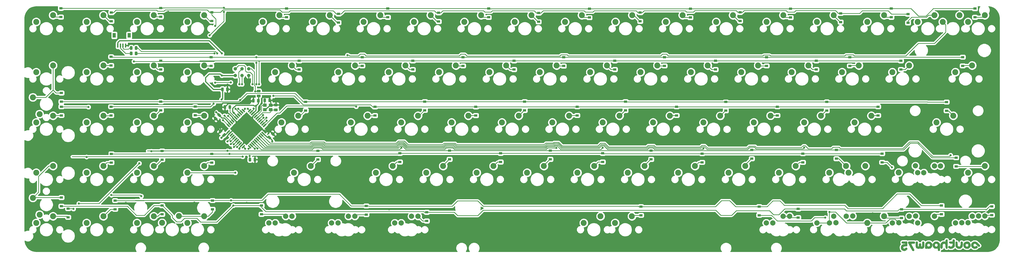
<source format=gbl>
G04 #@! TF.GenerationSoftware,KiCad,Pcbnew,(5.1.4)-1*
G04 #@! TF.CreationDate,2020-09-27T05:36:18-04:00*
G04 #@! TF.ProjectId,southpaw daughter board,736f7574-6870-4617-9720-646175676874,rev?*
G04 #@! TF.SameCoordinates,Original*
G04 #@! TF.FileFunction,Copper,L2,Bot*
G04 #@! TF.FilePolarity,Positive*
%FSLAX46Y46*%
G04 Gerber Fmt 4.6, Leading zero omitted, Abs format (unit mm)*
G04 Created by KiCad (PCBNEW (5.1.4)-1) date 2020-09-27 05:36:18*
%MOMM*%
%LPD*%
G04 APERTURE LIST*
G04 #@! TA.AperFunction,EtchedComponent*
%ADD10C,0.010000*%
G04 #@! TD*
G04 #@! TA.AperFunction,ComponentPad*
%ADD11C,2.000000*%
G04 #@! TD*
G04 #@! TA.AperFunction,ComponentPad*
%ADD12C,2.250000*%
G04 #@! TD*
G04 #@! TA.AperFunction,SMDPad,CuDef*
%ADD13R,1.200000X1.800000*%
G04 #@! TD*
G04 #@! TA.AperFunction,SMDPad,CuDef*
%ADD14R,0.600000X1.550000*%
G04 #@! TD*
G04 #@! TA.AperFunction,SMDPad,CuDef*
%ADD15R,1.200000X0.900000*%
G04 #@! TD*
G04 #@! TA.AperFunction,SMDPad,CuDef*
%ADD16R,1.400000X1.200000*%
G04 #@! TD*
G04 #@! TA.AperFunction,Conductor*
%ADD17C,0.100000*%
G04 #@! TD*
G04 #@! TA.AperFunction,SMDPad,CuDef*
%ADD18C,0.975000*%
G04 #@! TD*
G04 #@! TA.AperFunction,ComponentPad*
%ADD19C,1.308000*%
G04 #@! TD*
G04 #@! TA.AperFunction,SMDPad,CuDef*
%ADD20C,0.550000*%
G04 #@! TD*
G04 #@! TA.AperFunction,ViaPad*
%ADD21C,0.800000*%
G04 #@! TD*
G04 #@! TA.AperFunction,Conductor*
%ADD22C,0.254000*%
G04 #@! TD*
G04 #@! TA.AperFunction,Conductor*
%ADD23C,0.381000*%
G04 #@! TD*
G04 APERTURE END LIST*
D10*
G04 #@! TO.C,G\002A\002A\002A*
G36*
X301461124Y1683838D02*
G01*
X301393390Y1527696D01*
X301415930Y1360157D01*
X301422792Y1339793D01*
X301478304Y1212997D01*
X301583150Y1002265D01*
X301727029Y726177D01*
X301899640Y403313D01*
X302090681Y52255D01*
X302289853Y-308417D01*
X302486853Y-660122D01*
X302671381Y-984280D01*
X302833136Y-1262309D01*
X302961818Y-1475628D01*
X303047124Y-1605658D01*
X303072054Y-1635125D01*
X303261692Y-1709171D01*
X303476197Y-1673046D01*
X303579371Y-1615649D01*
X303698323Y-1461850D01*
X303719979Y-1345774D01*
X303690344Y-1238108D01*
X303608009Y-1039585D01*
X303482321Y-770162D01*
X303322624Y-449793D01*
X303138265Y-98435D01*
X303119446Y-63500D01*
X302519434Y1047750D01*
X303188801Y1079500D01*
X303497980Y1097375D01*
X303705247Y1119457D01*
X303835686Y1150865D01*
X303914381Y1196722D01*
X303948084Y1234512D01*
X304030889Y1420002D01*
X303995137Y1606713D01*
X303939150Y1700371D01*
X303898991Y1750684D01*
X303846971Y1787356D01*
X303764214Y1812542D01*
X303631846Y1828395D01*
X303430990Y1837070D01*
X303142771Y1840719D01*
X302748314Y1841498D01*
X302702364Y1841500D01*
X301564428Y1841500D01*
X301461124Y1683838D01*
X301461124Y1683838D01*
G37*
X301461124Y1683838D02*
X301393390Y1527696D01*
X301415930Y1360157D01*
X301422792Y1339793D01*
X301478304Y1212997D01*
X301583150Y1002265D01*
X301727029Y726177D01*
X301899640Y403313D01*
X302090681Y52255D01*
X302289853Y-308417D01*
X302486853Y-660122D01*
X302671381Y-984280D01*
X302833136Y-1262309D01*
X302961818Y-1475628D01*
X303047124Y-1605658D01*
X303072054Y-1635125D01*
X303261692Y-1709171D01*
X303476197Y-1673046D01*
X303579371Y-1615649D01*
X303698323Y-1461850D01*
X303719979Y-1345774D01*
X303690344Y-1238108D01*
X303608009Y-1039585D01*
X303482321Y-770162D01*
X303322624Y-449793D01*
X303138265Y-98435D01*
X303119446Y-63500D01*
X302519434Y1047750D01*
X303188801Y1079500D01*
X303497980Y1097375D01*
X303705247Y1119457D01*
X303835686Y1150865D01*
X303914381Y1196722D01*
X303948084Y1234512D01*
X304030889Y1420002D01*
X303995137Y1606713D01*
X303939150Y1700371D01*
X303898991Y1750684D01*
X303846971Y1787356D01*
X303764214Y1812542D01*
X303631846Y1828395D01*
X303430990Y1837070D01*
X303142771Y1840719D01*
X302748314Y1841498D01*
X302702364Y1841500D01*
X301564428Y1841500D01*
X301461124Y1683838D01*
G36*
X311738990Y1810242D02*
G01*
X311562357Y1772781D01*
X311419608Y1702593D01*
X311297536Y1612357D01*
X310981128Y1295813D01*
X310789156Y955783D01*
X310737001Y760522D01*
X310728579Y350418D01*
X310835217Y-39229D01*
X311046078Y-382675D01*
X311325549Y-637593D01*
X311454100Y-715025D01*
X311586716Y-761912D01*
X311760436Y-785592D01*
X312012300Y-793403D01*
X312113723Y-793750D01*
X312674000Y-793750D01*
X312674000Y-1099549D01*
X312691539Y-1372572D01*
X312753181Y-1542216D01*
X312872470Y-1628370D01*
X313049459Y-1651000D01*
X313227596Y-1628784D01*
X313354641Y-1573992D01*
X313368545Y-1560516D01*
X313396779Y-1479927D01*
X313415929Y-1310910D01*
X313426407Y-1043617D01*
X313428622Y-668197D01*
X313423945Y-233047D01*
X313412147Y508000D01*
X312639364Y508000D01*
X312618219Y304274D01*
X312537199Y160434D01*
X312462641Y88511D01*
X312230736Y-41367D01*
X311988063Y-59177D01*
X311765049Y34454D01*
X311686718Y104523D01*
X311572865Y300097D01*
X311530927Y532273D01*
X311566296Y748362D01*
X311612395Y831003D01*
X311815285Y1004131D01*
X312056368Y1070653D01*
X312302967Y1026861D01*
X312462641Y927490D01*
X312585226Y790043D01*
X312634216Y625274D01*
X312639364Y508000D01*
X313412147Y508000D01*
X313404250Y1003938D01*
X313204326Y1279708D01*
X312941955Y1566770D01*
X312640002Y1745489D01*
X312276963Y1825647D01*
X311996036Y1829437D01*
X311738990Y1810242D01*
X311738990Y1810242D01*
G37*
X311738990Y1810242D02*
X311562357Y1772781D01*
X311419608Y1702593D01*
X311297536Y1612357D01*
X310981128Y1295813D01*
X310789156Y955783D01*
X310737001Y760522D01*
X310728579Y350418D01*
X310835217Y-39229D01*
X311046078Y-382675D01*
X311325549Y-637593D01*
X311454100Y-715025D01*
X311586716Y-761912D01*
X311760436Y-785592D01*
X312012300Y-793403D01*
X312113723Y-793750D01*
X312674000Y-793750D01*
X312674000Y-1099549D01*
X312691539Y-1372572D01*
X312753181Y-1542216D01*
X312872470Y-1628370D01*
X313049459Y-1651000D01*
X313227596Y-1628784D01*
X313354641Y-1573992D01*
X313368545Y-1560516D01*
X313396779Y-1479927D01*
X313415929Y-1310910D01*
X313426407Y-1043617D01*
X313428622Y-668197D01*
X313423945Y-233047D01*
X313412147Y508000D01*
X312639364Y508000D01*
X312618219Y304274D01*
X312537199Y160434D01*
X312462641Y88511D01*
X312230736Y-41367D01*
X311988063Y-59177D01*
X311765049Y34454D01*
X311686718Y104523D01*
X311572865Y300097D01*
X311530927Y532273D01*
X311566296Y748362D01*
X311612395Y831003D01*
X311815285Y1004131D01*
X312056368Y1070653D01*
X312302967Y1026861D01*
X312462641Y927490D01*
X312585226Y790043D01*
X312634216Y625274D01*
X312639364Y508000D01*
X313412147Y508000D01*
X313404250Y1003938D01*
X313204326Y1279708D01*
X312941955Y1566770D01*
X312640002Y1745489D01*
X312276963Y1825647D01*
X311996036Y1829437D01*
X311738990Y1810242D01*
G36*
X300026467Y1905000D02*
G01*
X299673503Y1903090D01*
X299425298Y1895575D01*
X299259646Y1879777D01*
X299154338Y1853021D01*
X299087169Y1812629D01*
X299063092Y1788875D01*
X298971815Y1608117D01*
X298976936Y1409544D01*
X299074126Y1248092D01*
X299164533Y1194551D01*
X299309009Y1161879D01*
X299533895Y1146114D01*
X299772626Y1143001D01*
X300046247Y1141795D01*
X300217079Y1133779D01*
X300309332Y1112353D01*
X300347217Y1070916D01*
X300354943Y1002871D01*
X300355000Y984250D01*
X300347455Y897910D01*
X300305406Y850377D01*
X300199733Y830104D01*
X300001316Y825544D01*
X299954683Y825500D01*
X299696125Y813653D01*
X299501638Y767190D01*
X299309609Y669728D01*
X299265334Y642202D01*
X298986895Y397237D01*
X298802505Y91590D01*
X298712165Y-250078D01*
X298715874Y-603105D01*
X298813632Y-942828D01*
X299005440Y-1244585D01*
X299265334Y-1467701D01*
X299469272Y-1579684D01*
X299662132Y-1634086D01*
X299908845Y-1648309D01*
X299938808Y-1648193D01*
X300311738Y-1609237D01*
X300553689Y-1523619D01*
X300773192Y-1374379D01*
X300958837Y-1188612D01*
X301082216Y-999458D01*
X301117000Y-866507D01*
X301069577Y-645071D01*
X300943632Y-503846D01*
X300763651Y-448756D01*
X300554119Y-485727D01*
X300339524Y-620685D01*
X300291500Y-666750D01*
X300110291Y-825841D01*
X299958875Y-879316D01*
X299804609Y-832152D01*
X299696814Y-757391D01*
X299563065Y-597362D01*
X299529500Y-412749D01*
X299564705Y-210516D01*
X299678508Y-69062D01*
X299883188Y18445D01*
X300191026Y58837D01*
X300385472Y63501D01*
X300668981Y68462D01*
X300867813Y96087D01*
X300996973Y165489D01*
X301071466Y295779D01*
X301106296Y506071D01*
X301116469Y815476D01*
X301117000Y995284D01*
X301115636Y1325083D01*
X301099762Y1563703D01*
X301051708Y1725886D01*
X300953803Y1826372D01*
X300788375Y1879901D01*
X300537755Y1901216D01*
X300184270Y1905057D01*
X300026467Y1905000D01*
X300026467Y1905000D01*
G37*
X300026467Y1905000D02*
X299673503Y1903090D01*
X299425298Y1895575D01*
X299259646Y1879777D01*
X299154338Y1853021D01*
X299087169Y1812629D01*
X299063092Y1788875D01*
X298971815Y1608117D01*
X298976936Y1409544D01*
X299074126Y1248092D01*
X299164533Y1194551D01*
X299309009Y1161879D01*
X299533895Y1146114D01*
X299772626Y1143001D01*
X300046247Y1141795D01*
X300217079Y1133779D01*
X300309332Y1112353D01*
X300347217Y1070916D01*
X300354943Y1002871D01*
X300355000Y984250D01*
X300347455Y897910D01*
X300305406Y850377D01*
X300199733Y830104D01*
X300001316Y825544D01*
X299954683Y825500D01*
X299696125Y813653D01*
X299501638Y767190D01*
X299309609Y669728D01*
X299265334Y642202D01*
X298986895Y397237D01*
X298802505Y91590D01*
X298712165Y-250078D01*
X298715874Y-603105D01*
X298813632Y-942828D01*
X299005440Y-1244585D01*
X299265334Y-1467701D01*
X299469272Y-1579684D01*
X299662132Y-1634086D01*
X299908845Y-1648309D01*
X299938808Y-1648193D01*
X300311738Y-1609237D01*
X300553689Y-1523619D01*
X300773192Y-1374379D01*
X300958837Y-1188612D01*
X301082216Y-999458D01*
X301117000Y-866507D01*
X301069577Y-645071D01*
X300943632Y-503846D01*
X300763651Y-448756D01*
X300554119Y-485727D01*
X300339524Y-620685D01*
X300291500Y-666750D01*
X300110291Y-825841D01*
X299958875Y-879316D01*
X299804609Y-832152D01*
X299696814Y-757391D01*
X299563065Y-597362D01*
X299529500Y-412749D01*
X299564705Y-210516D01*
X299678508Y-69062D01*
X299883188Y18445D01*
X300191026Y58837D01*
X300385472Y63501D01*
X300668981Y68462D01*
X300867813Y96087D01*
X300996973Y165489D01*
X301071466Y295779D01*
X301106296Y506071D01*
X301116469Y815476D01*
X301117000Y995284D01*
X301115636Y1325083D01*
X301099762Y1563703D01*
X301051708Y1725886D01*
X300953803Y1826372D01*
X300788375Y1879901D01*
X300537755Y1901216D01*
X300184270Y1905057D01*
X300026467Y1905000D01*
G36*
X326344355Y1816526D02*
G01*
X326068745Y1742231D01*
X326022346Y1720680D01*
X325697316Y1490877D01*
X325465220Y1196858D01*
X325326110Y860196D01*
X325280040Y502463D01*
X325327064Y145230D01*
X325467235Y-189930D01*
X325700607Y-481445D01*
X326016334Y-702241D01*
X326321532Y-800775D01*
X326675583Y-828417D01*
X327025769Y-786048D01*
X327308852Y-680625D01*
X327488274Y-553085D01*
X327629245Y-408521D01*
X327656798Y-367079D01*
X327714346Y-240606D01*
X327701268Y-141518D01*
X327620576Y-18785D01*
X327444840Y139618D01*
X327248408Y172827D01*
X327034611Y80357D01*
X327018926Y69050D01*
X326770526Y-49213D01*
X326524305Y-42407D01*
X326293819Y88522D01*
X326258116Y122116D01*
X326103773Y344408D01*
X326075889Y571603D01*
X326174464Y796896D01*
X326258116Y893885D01*
X326411336Y1024544D01*
X326556576Y1086591D01*
X326711353Y1074278D01*
X326893186Y981859D01*
X327119594Y803587D01*
X327408093Y533715D01*
X327434375Y508000D01*
X327688891Y263368D01*
X327876062Y97863D01*
X328014943Y-2466D01*
X328124593Y-51571D01*
X328215036Y-63500D01*
X328433722Y-13901D01*
X328571384Y124706D01*
X328612500Y307415D01*
X328590016Y405131D01*
X328514278Y530977D01*
X328372861Y700839D01*
X328153339Y930605D01*
X328025125Y1058404D01*
X327784905Y1287906D01*
X327557520Y1491685D01*
X327367682Y1648445D01*
X327240102Y1736886D01*
X327234529Y1739775D01*
X326981442Y1816152D01*
X326666652Y1841452D01*
X326344355Y1816526D01*
X326344355Y1816526D01*
G37*
X326344355Y1816526D02*
X326068745Y1742231D01*
X326022346Y1720680D01*
X325697316Y1490877D01*
X325465220Y1196858D01*
X325326110Y860196D01*
X325280040Y502463D01*
X325327064Y145230D01*
X325467235Y-189930D01*
X325700607Y-481445D01*
X326016334Y-702241D01*
X326321532Y-800775D01*
X326675583Y-828417D01*
X327025769Y-786048D01*
X327308852Y-680625D01*
X327488274Y-553085D01*
X327629245Y-408521D01*
X327656798Y-367079D01*
X327714346Y-240606D01*
X327701268Y-141518D01*
X327620576Y-18785D01*
X327444840Y139618D01*
X327248408Y172827D01*
X327034611Y80357D01*
X327018926Y69050D01*
X326770526Y-49213D01*
X326524305Y-42407D01*
X326293819Y88522D01*
X326258116Y122116D01*
X326103773Y344408D01*
X326075889Y571603D01*
X326174464Y796896D01*
X326258116Y893885D01*
X326411336Y1024544D01*
X326556576Y1086591D01*
X326711353Y1074278D01*
X326893186Y981859D01*
X327119594Y803587D01*
X327408093Y533715D01*
X327434375Y508000D01*
X327688891Y263368D01*
X327876062Y97863D01*
X328014943Y-2466D01*
X328124593Y-51571D01*
X328215036Y-63500D01*
X328433722Y-13901D01*
X328571384Y124706D01*
X328612500Y307415D01*
X328590016Y405131D01*
X328514278Y530977D01*
X328372861Y700839D01*
X328153339Y930605D01*
X328025125Y1058404D01*
X327784905Y1287906D01*
X327557520Y1491685D01*
X327367682Y1648445D01*
X327240102Y1736886D01*
X327234529Y1739775D01*
X326981442Y1816152D01*
X326666652Y1841452D01*
X326344355Y1816526D01*
G36*
X323270219Y1785575D02*
G01*
X322966668Y1665924D01*
X322889237Y1617329D01*
X322595247Y1345927D01*
X322413055Y1020495D01*
X322338412Y631879D01*
X322338914Y431362D01*
X322414727Y9386D01*
X322587895Y-334652D01*
X322850237Y-592988D01*
X323193568Y-757853D01*
X323609708Y-821484D01*
X323659500Y-821969D01*
X323909433Y-808150D01*
X324135963Y-773788D01*
X324262750Y-736569D01*
X324437720Y-632728D01*
X324614416Y-489465D01*
X324633772Y-470500D01*
X324877633Y-143577D01*
X325010266Y216674D01*
X325030087Y511015D01*
X324231000Y511015D01*
X324177971Y258242D01*
X324037689Y71155D01*
X323838360Y-37453D01*
X323608192Y-54790D01*
X323375394Y31935D01*
X323299360Y88511D01*
X323176775Y225958D01*
X323127785Y390727D01*
X323122637Y508000D01*
X323174218Y765643D01*
X323311445Y951548D01*
X323508039Y1053998D01*
X323737726Y1061276D01*
X323974228Y961666D01*
X324035628Y915106D01*
X324174581Y765899D01*
X324227133Y599123D01*
X324231000Y511015D01*
X325030087Y511015D01*
X325035376Y589548D01*
X324956667Y954339D01*
X324777844Y1290344D01*
X324502611Y1576858D01*
X324237226Y1745762D01*
X323952814Y1830003D01*
X323614706Y1841771D01*
X323270219Y1785575D01*
X323270219Y1785575D01*
G37*
X323270219Y1785575D02*
X322966668Y1665924D01*
X322889237Y1617329D01*
X322595247Y1345927D01*
X322413055Y1020495D01*
X322338412Y631879D01*
X322338914Y431362D01*
X322414727Y9386D01*
X322587895Y-334652D01*
X322850237Y-592988D01*
X323193568Y-757853D01*
X323609708Y-821484D01*
X323659500Y-821969D01*
X323909433Y-808150D01*
X324135963Y-773788D01*
X324262750Y-736569D01*
X324437720Y-632728D01*
X324614416Y-489465D01*
X324633772Y-470500D01*
X324877633Y-143577D01*
X325010266Y216674D01*
X325030087Y511015D01*
X324231000Y511015D01*
X324177971Y258242D01*
X324037689Y71155D01*
X323838360Y-37453D01*
X323608192Y-54790D01*
X323375394Y31935D01*
X323299360Y88511D01*
X323176775Y225958D01*
X323127785Y390727D01*
X323122637Y508000D01*
X323174218Y765643D01*
X323311445Y951548D01*
X323508039Y1053998D01*
X323737726Y1061276D01*
X323974228Y961666D01*
X324035628Y915106D01*
X324174581Y765899D01*
X324227133Y599123D01*
X324231000Y511015D01*
X325030087Y511015D01*
X325035376Y589548D01*
X324956667Y954339D01*
X324777844Y1290344D01*
X324502611Y1576858D01*
X324237226Y1745762D01*
X323952814Y1830003D01*
X323614706Y1841771D01*
X323270219Y1785575D01*
G36*
X321455765Y1809528D02*
G01*
X321388176Y1762125D01*
X321359091Y1668475D01*
X321331476Y1478401D01*
X321309017Y1222461D01*
X321298164Y1016000D01*
X321275988Y649132D01*
X321237081Y386679D01*
X321173673Y206376D01*
X321077998Y85955D01*
X320945310Y4519D01*
X320682492Y-59625D01*
X320441963Y665D01*
X320313539Y89647D01*
X320236148Y162310D01*
X320183777Y239747D01*
X320150012Y348627D01*
X320128443Y515622D01*
X320112656Y767404D01*
X320103623Y962772D01*
X320086519Y1258007D01*
X320064436Y1509596D01*
X320040405Y1688463D01*
X320020378Y1762126D01*
X319916041Y1823030D01*
X319748382Y1838674D01*
X319571987Y1810980D01*
X319441445Y1741873D01*
X319441286Y1741715D01*
X319396396Y1670630D01*
X319366655Y1549306D01*
X319349462Y1355647D01*
X319342213Y1067553D01*
X319341500Y894452D01*
X319344279Y560743D01*
X319355591Y322931D01*
X319379900Y149978D01*
X319421670Y10847D01*
X319485365Y-125500D01*
X319489251Y-132887D01*
X319636520Y-344307D01*
X319831339Y-543622D01*
X319906002Y-602218D01*
X320077227Y-708551D01*
X320245120Y-770130D01*
X320459757Y-801410D01*
X320631377Y-811631D01*
X320941485Y-811574D01*
X321161090Y-776615D01*
X321278250Y-729272D01*
X321614750Y-486835D01*
X321874657Y-173552D01*
X321951613Y-31750D01*
X322013046Y166939D01*
X322055056Y434925D01*
X322077568Y740916D01*
X322080506Y1053621D01*
X322063795Y1341748D01*
X322027360Y1574004D01*
X321971125Y1719099D01*
X321955875Y1736409D01*
X321806090Y1813620D01*
X321620566Y1838845D01*
X321455765Y1809528D01*
X321455765Y1809528D01*
G37*
X321455765Y1809528D02*
X321388176Y1762125D01*
X321359091Y1668475D01*
X321331476Y1478401D01*
X321309017Y1222461D01*
X321298164Y1016000D01*
X321275988Y649132D01*
X321237081Y386679D01*
X321173673Y206376D01*
X321077998Y85955D01*
X320945310Y4519D01*
X320682492Y-59625D01*
X320441963Y665D01*
X320313539Y89647D01*
X320236148Y162310D01*
X320183777Y239747D01*
X320150012Y348627D01*
X320128443Y515622D01*
X320112656Y767404D01*
X320103623Y962772D01*
X320086519Y1258007D01*
X320064436Y1509596D01*
X320040405Y1688463D01*
X320020378Y1762126D01*
X319916041Y1823030D01*
X319748382Y1838674D01*
X319571987Y1810980D01*
X319441445Y1741873D01*
X319441286Y1741715D01*
X319396396Y1670630D01*
X319366655Y1549306D01*
X319349462Y1355647D01*
X319342213Y1067553D01*
X319341500Y894452D01*
X319344279Y560743D01*
X319355591Y322931D01*
X319379900Y149978D01*
X319421670Y10847D01*
X319485365Y-125500D01*
X319489251Y-132887D01*
X319636520Y-344307D01*
X319831339Y-543622D01*
X319906002Y-602218D01*
X320077227Y-708551D01*
X320245120Y-770130D01*
X320459757Y-801410D01*
X320631377Y-811631D01*
X320941485Y-811574D01*
X321161090Y-776615D01*
X321278250Y-729272D01*
X321614750Y-486835D01*
X321874657Y-173552D01*
X321951613Y-31750D01*
X322013046Y166939D01*
X322055056Y434925D01*
X322077568Y740916D01*
X322080506Y1053621D01*
X322063795Y1341748D01*
X322027360Y1574004D01*
X321971125Y1719099D01*
X321955875Y1736409D01*
X321806090Y1813620D01*
X321620566Y1838845D01*
X321455765Y1809528D01*
G36*
X318471231Y2649555D02*
G01*
X318341269Y2593754D01*
X318338201Y2590801D01*
X318292907Y2485416D01*
X318265613Y2305960D01*
X318262000Y2209801D01*
X318262000Y1905000D01*
X317700342Y1905000D01*
X317366867Y1892972D01*
X317140869Y1850870D01*
X317004585Y1769672D01*
X316940247Y1640354D01*
X316928500Y1512967D01*
X316955340Y1353436D01*
X317046918Y1244571D01*
X317219818Y1178621D01*
X317490629Y1147833D01*
X317720069Y1143000D01*
X318279388Y1143000D01*
X318245144Y716397D01*
X318219112Y475408D01*
X318177799Y318681D01*
X318104776Y203483D01*
X318013199Y113147D01*
X317803058Y-24473D01*
X317586974Y-51984D01*
X317338138Y29370D01*
X317248130Y77666D01*
X317005349Y168527D01*
X316796804Y152317D01*
X316641772Y33497D01*
X316585729Y-75585D01*
X316571394Y-277833D01*
X316662724Y-458910D01*
X316839169Y-611728D01*
X317080176Y-729197D01*
X317365194Y-804228D01*
X317673672Y-829731D01*
X317985058Y-798618D01*
X318278801Y-703798D01*
X318331388Y-677749D01*
X318542386Y-530753D01*
X318741889Y-335904D01*
X318801750Y-259756D01*
X318992250Y10488D01*
X319011945Y1248261D01*
X319016767Y1728813D01*
X319013701Y2092436D01*
X319002337Y2348978D01*
X318982263Y2508289D01*
X318956545Y2576517D01*
X318837766Y2639576D01*
X318656362Y2664376D01*
X318471231Y2649555D01*
X318471231Y2649555D01*
G37*
X318471231Y2649555D02*
X318341269Y2593754D01*
X318338201Y2590801D01*
X318292907Y2485416D01*
X318265613Y2305960D01*
X318262000Y2209801D01*
X318262000Y1905000D01*
X317700342Y1905000D01*
X317366867Y1892972D01*
X317140869Y1850870D01*
X317004585Y1769672D01*
X316940247Y1640354D01*
X316928500Y1512967D01*
X316955340Y1353436D01*
X317046918Y1244571D01*
X317219818Y1178621D01*
X317490629Y1147833D01*
X317720069Y1143000D01*
X318279388Y1143000D01*
X318245144Y716397D01*
X318219112Y475408D01*
X318177799Y318681D01*
X318104776Y203483D01*
X318013199Y113147D01*
X317803058Y-24473D01*
X317586974Y-51984D01*
X317338138Y29370D01*
X317248130Y77666D01*
X317005349Y168527D01*
X316796804Y152317D01*
X316641772Y33497D01*
X316585729Y-75585D01*
X316571394Y-277833D01*
X316662724Y-458910D01*
X316839169Y-611728D01*
X317080176Y-729197D01*
X317365194Y-804228D01*
X317673672Y-829731D01*
X317985058Y-798618D01*
X318278801Y-703798D01*
X318331388Y-677749D01*
X318542386Y-530753D01*
X318741889Y-335904D01*
X318801750Y-259756D01*
X318992250Y10488D01*
X319011945Y1248261D01*
X319016767Y1728813D01*
X319013701Y2092436D01*
X319002337Y2348978D01*
X318982263Y2508289D01*
X318956545Y2576517D01*
X318837766Y2639576D01*
X318656362Y2664376D01*
X318471231Y2649555D01*
G36*
X315772076Y2605293D02*
G01*
X315700092Y2550875D01*
X315621438Y2381206D01*
X315595000Y2120175D01*
X315595000Y1805599D01*
X315156299Y1830388D01*
X314779573Y1829107D01*
X314485754Y1768514D01*
X314239786Y1636350D01*
X314017420Y1432157D01*
X313853420Y1228661D01*
X313740833Y1016107D01*
X313671191Y764789D01*
X313636030Y445004D01*
X313626855Y61755D01*
X313636806Y-298787D01*
X313672447Y-550660D01*
X313741718Y-710952D01*
X313852562Y-796748D01*
X314012921Y-825134D01*
X314039250Y-825500D01*
X314203696Y-805211D01*
X314319444Y-732918D01*
X314394162Y-591477D01*
X314435514Y-363747D01*
X314451167Y-32583D01*
X314452000Y97499D01*
X314453728Y390208D01*
X314463241Y585521D01*
X314487038Y713037D01*
X314531614Y802354D01*
X314603467Y883070D01*
X314630100Y908870D01*
X314856107Y1051027D01*
X315097111Y1070195D01*
X315334845Y965950D01*
X315384962Y926354D01*
X315461496Y854720D01*
X315513558Y778607D01*
X315547314Y671822D01*
X315568934Y508172D01*
X315584584Y261461D01*
X315594878Y34899D01*
X315613125Y-309862D01*
X315639480Y-547512D01*
X315683808Y-697928D01*
X315755973Y-780986D01*
X315865839Y-816563D01*
X316021391Y-824527D01*
X316210819Y-784978D01*
X316291266Y-702674D01*
X316313969Y-597815D01*
X316332056Y-391007D01*
X316345594Y-103574D01*
X316354652Y243160D01*
X316359297Y627871D01*
X316359596Y1029234D01*
X316355618Y1425926D01*
X316347430Y1796622D01*
X316335101Y2119997D01*
X316318697Y2374728D01*
X316298287Y2539491D01*
X316280800Y2590801D01*
X316139238Y2655913D01*
X315949514Y2659359D01*
X315772076Y2605293D01*
X315772076Y2605293D01*
G37*
X315772076Y2605293D02*
X315700092Y2550875D01*
X315621438Y2381206D01*
X315595000Y2120175D01*
X315595000Y1805599D01*
X315156299Y1830388D01*
X314779573Y1829107D01*
X314485754Y1768514D01*
X314239786Y1636350D01*
X314017420Y1432157D01*
X313853420Y1228661D01*
X313740833Y1016107D01*
X313671191Y764789D01*
X313636030Y445004D01*
X313626855Y61755D01*
X313636806Y-298787D01*
X313672447Y-550660D01*
X313741718Y-710952D01*
X313852562Y-796748D01*
X314012921Y-825134D01*
X314039250Y-825500D01*
X314203696Y-805211D01*
X314319444Y-732918D01*
X314394162Y-591477D01*
X314435514Y-363747D01*
X314451167Y-32583D01*
X314452000Y97499D01*
X314453728Y390208D01*
X314463241Y585521D01*
X314487038Y713037D01*
X314531614Y802354D01*
X314603467Y883070D01*
X314630100Y908870D01*
X314856107Y1051027D01*
X315097111Y1070195D01*
X315334845Y965950D01*
X315384962Y926354D01*
X315461496Y854720D01*
X315513558Y778607D01*
X315547314Y671822D01*
X315568934Y508172D01*
X315584584Y261461D01*
X315594878Y34899D01*
X315613125Y-309862D01*
X315639480Y-547512D01*
X315683808Y-697928D01*
X315755973Y-780986D01*
X315865839Y-816563D01*
X316021391Y-824527D01*
X316210819Y-784978D01*
X316291266Y-702674D01*
X316313969Y-597815D01*
X316332056Y-391007D01*
X316345594Y-103574D01*
X316354652Y243160D01*
X316359297Y627871D01*
X316359596Y1029234D01*
X316355618Y1425926D01*
X316347430Y1796622D01*
X316335101Y2119997D01*
X316318697Y2374728D01*
X316298287Y2539491D01*
X316280800Y2590801D01*
X316139238Y2655913D01*
X315949514Y2659359D01*
X315772076Y2605293D01*
G36*
X308911031Y1832260D02*
G01*
X308730192Y1793087D01*
X308557192Y1706806D01*
X308446975Y1635125D01*
X308229948Y1467067D01*
X308073689Y1286261D01*
X307968063Y1067639D01*
X307902934Y786137D01*
X307868166Y416685D01*
X307858684Y180152D01*
X307852693Y-200025D01*
X307864127Y-471456D01*
X307899510Y-651929D01*
X307965363Y-759227D01*
X308068210Y-811138D01*
X308214573Y-825446D01*
X308227487Y-825500D01*
X308395377Y-811196D01*
X308502013Y-775703D01*
X308513251Y-764426D01*
X308601558Y-736002D01*
X308711632Y-764426D01*
X308933883Y-811252D01*
X309217833Y-821906D01*
X309507352Y-798624D01*
X309746313Y-743642D01*
X309800228Y-721065D01*
X310100540Y-509387D01*
X310345149Y-214176D01*
X310511622Y129107D01*
X310577524Y485004D01*
X310577587Y490419D01*
X309752982Y490419D01*
X309701151Y282336D01*
X309581722Y104836D01*
X309411758Y-20517D01*
X309208324Y-72163D01*
X308988484Y-28540D01*
X308886881Y29221D01*
X308717034Y215729D01*
X308640235Y450030D01*
X308669952Y689509D01*
X308674548Y701030D01*
X308822972Y924588D01*
X309026226Y1052602D01*
X309255707Y1078445D01*
X309482812Y995492D01*
X309585591Y912091D01*
X309720150Y707525D01*
X309752982Y490419D01*
X310577587Y490419D01*
X310577792Y508000D01*
X310523259Y843790D01*
X310375269Y1177415D01*
X310157241Y1472657D01*
X309892592Y1693299D01*
X309770915Y1755958D01*
X309596090Y1802060D01*
X309354456Y1833117D01*
X309158966Y1841500D01*
X308911031Y1832260D01*
X308911031Y1832260D01*
G37*
X308911031Y1832260D02*
X308730192Y1793087D01*
X308557192Y1706806D01*
X308446975Y1635125D01*
X308229948Y1467067D01*
X308073689Y1286261D01*
X307968063Y1067639D01*
X307902934Y786137D01*
X307868166Y416685D01*
X307858684Y180152D01*
X307852693Y-200025D01*
X307864127Y-471456D01*
X307899510Y-651929D01*
X307965363Y-759227D01*
X308068210Y-811138D01*
X308214573Y-825446D01*
X308227487Y-825500D01*
X308395377Y-811196D01*
X308502013Y-775703D01*
X308513251Y-764426D01*
X308601558Y-736002D01*
X308711632Y-764426D01*
X308933883Y-811252D01*
X309217833Y-821906D01*
X309507352Y-798624D01*
X309746313Y-743642D01*
X309800228Y-721065D01*
X310100540Y-509387D01*
X310345149Y-214176D01*
X310511622Y129107D01*
X310577524Y485004D01*
X310577587Y490419D01*
X309752982Y490419D01*
X309701151Y282336D01*
X309581722Y104836D01*
X309411758Y-20517D01*
X309208324Y-72163D01*
X308988484Y-28540D01*
X308886881Y29221D01*
X308717034Y215729D01*
X308640235Y450030D01*
X308669952Y689509D01*
X308674548Y701030D01*
X308822972Y924588D01*
X309026226Y1052602D01*
X309255707Y1078445D01*
X309482812Y995492D01*
X309585591Y912091D01*
X309720150Y707525D01*
X309752982Y490419D01*
X310577587Y490419D01*
X310577792Y508000D01*
X310523259Y843790D01*
X310375269Y1177415D01*
X310157241Y1472657D01*
X309892592Y1693299D01*
X309770915Y1755958D01*
X309596090Y1802060D01*
X309354456Y1833117D01*
X309158966Y1841500D01*
X308911031Y1832260D01*
G36*
X306999530Y1834464D02*
G01*
X306856306Y1775813D01*
X306844701Y1765301D01*
X306806869Y1661282D01*
X306781986Y1436457D01*
X306769853Y1088561D01*
X306768500Y884076D01*
X306763723Y506219D01*
X306745960Y238985D01*
X306710067Y66237D01*
X306650898Y-28162D01*
X306563308Y-60346D01*
X306469926Y-52259D01*
X306411153Y-21831D01*
X306371904Y59198D01*
X306345441Y215860D01*
X306325025Y473182D01*
X306324000Y489824D01*
X306301914Y738876D01*
X306271339Y939906D01*
X306237931Y1058351D01*
X306228750Y1072096D01*
X306048114Y1168194D01*
X305839134Y1165558D01*
X305684986Y1089180D01*
X305603908Y1007575D01*
X305552641Y901032D01*
X305521117Y735955D01*
X305499272Y478748D01*
X305498500Y466751D01*
X305477479Y209933D01*
X305450000Y54644D01*
X305408902Y-24587D01*
X305352575Y-52265D01*
X305238705Y-58038D01*
X305157350Y-14434D01*
X305103362Y94684D01*
X305071598Y285452D01*
X305056912Y574007D01*
X305054000Y884076D01*
X305050761Y1252071D01*
X305036400Y1511797D01*
X305003948Y1681914D01*
X304946441Y1781086D01*
X304856912Y1827974D01*
X304728392Y1841240D01*
X304696586Y1841500D01*
X304547915Y1831489D01*
X304440626Y1789765D01*
X304368082Y1698796D01*
X304323650Y1541048D01*
X304300694Y1298987D01*
X304292579Y955081D01*
X304292000Y772349D01*
X304298619Y343221D01*
X304322990Y18446D01*
X304371886Y-224148D01*
X304452080Y-406733D01*
X304570346Y-551482D01*
X304733457Y-680565D01*
X304736468Y-682625D01*
X304945177Y-774252D01*
X305208972Y-822387D01*
X305478953Y-824519D01*
X305706221Y-778139D01*
X305787673Y-736594D01*
X305902406Y-680071D01*
X306005417Y-715076D01*
X306036188Y-736594D01*
X306209173Y-803253D01*
X306452951Y-826544D01*
X306719601Y-808216D01*
X306961200Y-750018D01*
X307070706Y-698843D01*
X307239600Y-580641D01*
X307362062Y-448537D01*
X307445222Y-280545D01*
X307496206Y-54679D01*
X307522144Y251048D01*
X307530165Y658622D01*
X307530263Y718550D01*
X307525733Y1050297D01*
X307513143Y1343134D01*
X307494273Y1569896D01*
X307470902Y1703420D01*
X307464766Y1718675D01*
X307358086Y1801810D01*
X307184899Y1841768D01*
X306999530Y1834464D01*
X306999530Y1834464D01*
G37*
X306999530Y1834464D02*
X306856306Y1775813D01*
X306844701Y1765301D01*
X306806869Y1661282D01*
X306781986Y1436457D01*
X306769853Y1088561D01*
X306768500Y884076D01*
X306763723Y506219D01*
X306745960Y238985D01*
X306710067Y66237D01*
X306650898Y-28162D01*
X306563308Y-60346D01*
X306469926Y-52259D01*
X306411153Y-21831D01*
X306371904Y59198D01*
X306345441Y215860D01*
X306325025Y473182D01*
X306324000Y489824D01*
X306301914Y738876D01*
X306271339Y939906D01*
X306237931Y1058351D01*
X306228750Y1072096D01*
X306048114Y1168194D01*
X305839134Y1165558D01*
X305684986Y1089180D01*
X305603908Y1007575D01*
X305552641Y901032D01*
X305521117Y735955D01*
X305499272Y478748D01*
X305498500Y466751D01*
X305477479Y209933D01*
X305450000Y54644D01*
X305408902Y-24587D01*
X305352575Y-52265D01*
X305238705Y-58038D01*
X305157350Y-14434D01*
X305103362Y94684D01*
X305071598Y285452D01*
X305056912Y574007D01*
X305054000Y884076D01*
X305050761Y1252071D01*
X305036400Y1511797D01*
X305003948Y1681914D01*
X304946441Y1781086D01*
X304856912Y1827974D01*
X304728392Y1841240D01*
X304696586Y1841500D01*
X304547915Y1831489D01*
X304440626Y1789765D01*
X304368082Y1698796D01*
X304323650Y1541048D01*
X304300694Y1298987D01*
X304292579Y955081D01*
X304292000Y772349D01*
X304298619Y343221D01*
X304322990Y18446D01*
X304371886Y-224148D01*
X304452080Y-406733D01*
X304570346Y-551482D01*
X304733457Y-680565D01*
X304736468Y-682625D01*
X304945177Y-774252D01*
X305208972Y-822387D01*
X305478953Y-824519D01*
X305706221Y-778139D01*
X305787673Y-736594D01*
X305902406Y-680071D01*
X306005417Y-715076D01*
X306036188Y-736594D01*
X306209173Y-803253D01*
X306452951Y-826544D01*
X306719601Y-808216D01*
X306961200Y-750018D01*
X307070706Y-698843D01*
X307239600Y-580641D01*
X307362062Y-448537D01*
X307445222Y-280545D01*
X307496206Y-54679D01*
X307522144Y251048D01*
X307530165Y658622D01*
X307530263Y718550D01*
X307525733Y1050297D01*
X307513143Y1343134D01*
X307494273Y1569896D01*
X307470902Y1703420D01*
X307464766Y1718675D01*
X307358086Y1801810D01*
X307184899Y1841768D01*
X306999530Y1834464D01*
G04 #@! TD*
D11*
G04 #@! TO.P,MX51,1*
G04 #@! TO.N,col6*
X247800000Y8900000D03*
G04 #@! TO.P,MX51,2*
G04 #@! TO.N,Net-(D44-Pad2)*
X254150000Y11440000D03*
G04 #@! TD*
D12*
G04 #@! TO.P,MX19,2*
G04 #@! TO.N,Net-(D16-Pad2)*
X35191000Y87630000D03*
G04 #@! TO.P,MX19,1*
G04 #@! TO.N,col1*
X28841000Y85090000D03*
G04 #@! TD*
G04 #@! TO.P,MX13,2*
G04 #@! TO.N,Net-(D10-Pad2)*
X25640000Y11480000D03*
G04 #@! TO.P,MX13,1*
G04 #@! TO.N,col0*
X19290000Y8940000D03*
G04 #@! TD*
D11*
G04 #@! TO.P,MX29,2*
G04 #@! TO.N,Net-(D25-Pad2)*
X68453000Y11430000D03*
G04 #@! TO.P,MX29,1*
G04 #@! TO.N,col2*
X62103000Y8890000D03*
G04 #@! TD*
G04 #@! TO.P,MX24,2*
G04 #@! TO.N,Net-(D25-Pad2)*
X66040000Y11430000D03*
G04 #@! TO.P,MX24,1*
G04 #@! TO.N,col2*
X59690000Y8890000D03*
G04 #@! TD*
D12*
G04 #@! TO.P,MX14,2*
G04 #@! TO.N,Net-(D11-Pad2)*
X16141000Y87630000D03*
G04 #@! TO.P,MX14,1*
G04 #@! TO.N,col1*
X9791000Y85090000D03*
G04 #@! TD*
D13*
G04 #@! TO.P,J2,*
G04 #@! TO.N,*
X6825200Y79999000D03*
X1225200Y79999000D03*
D14*
G04 #@! TO.P,J2,1*
G04 #@! TO.N,+5V*
X2525200Y76124000D03*
G04 #@! TO.P,J2,2*
G04 #@! TO.N,D-*
X3525200Y76124000D03*
G04 #@! TO.P,J2,4*
G04 #@! TO.N,GND*
X5525200Y76124000D03*
G04 #@! TO.P,J2,3*
G04 #@! TO.N,D+*
X4525200Y76124000D03*
G04 #@! TD*
D15*
G04 #@! TO.P,D44,2*
G04 #@! TO.N,Net-(D44-Pad2)*
X259842000Y10924000D03*
G04 #@! TO.P,D44,1*
G04 #@! TO.N,row40*
X259842000Y14224000D03*
G04 #@! TD*
D11*
G04 #@! TO.P,MX101,2*
G04 #@! TO.N,Net-(D71-Pad2)*
X273280000Y11470000D03*
G04 #@! TO.P,MX101,1*
G04 #@! TO.N,col7*
X266930000Y8930000D03*
G04 #@! TD*
D12*
G04 #@! TO.P,MX60,2*
G04 #@! TO.N,Net-(D53-Pad2)*
X185120100Y11445000D03*
G04 #@! TO.P,MX60,1*
G04 #@! TO.N,col5*
X178770100Y8905000D03*
G04 #@! TD*
G04 #@! TO.P,MX61,2*
G04 #@! TO.N,Net-(D53-Pad2)*
X196977000Y11430000D03*
G04 #@! TO.P,MX61,1*
G04 #@! TO.N,col5*
X190627000Y8890000D03*
G04 #@! TD*
G04 #@! TO.P,MX98,2*
G04 #@! TO.N,Net-(D87-Pad2)*
X318535192Y49549869D03*
G04 #@! TO.P,MX98,1*
G04 #@! TO.N,col8*
X312185192Y47009869D03*
G04 #@! TD*
D15*
G04 #@! TO.P,D65,2*
G04 #@! TO.N,Net-(D65-Pad2)*
X251968000Y49658000D03*
G04 #@! TO.P,D65,1*
G04 #@! TO.N,row21*
X251968000Y52958000D03*
G04 #@! TD*
G04 #@! TO.P,D60,2*
G04 #@! TO.N,Net-(D60-Pad2)*
X232461861Y51448214D03*
G04 #@! TO.P,D60,1*
G04 #@! TO.N,row20*
X232461861Y54748214D03*
G04 #@! TD*
D12*
G04 #@! TO.P,MX68,2*
G04 #@! TO.N,Net-(D60-Pad2)*
X230381206Y49494246D03*
G04 #@! TO.P,MX68,1*
G04 #@! TO.N,col6*
X224031206Y46954246D03*
G04 #@! TD*
D15*
G04 #@! TO.P,D6,2*
G04 #@! TO.N,Net-(D6-Pad2)*
X100000Y85350000D03*
G04 #@! TO.P,D6,1*
G04 #@! TO.N,row01*
X100000Y88650000D03*
G04 #@! TD*
D12*
G04 #@! TO.P,MX38,2*
G04 #@! TO.N,Net-(D31-Pad2)*
X101820341Y87629283D03*
G04 #@! TO.P,MX38,1*
G04 #@! TO.N,col3*
X95470341Y85089283D03*
G04 #@! TD*
G04 #@! TO.P,MX56,2*
G04 #@! TO.N,Net-(D49-Pad2)*
X178054000Y87630000D03*
G04 #@! TO.P,MX56,1*
G04 #@! TO.N,col5*
X171704000Y85090000D03*
G04 #@! TD*
D11*
G04 #@! TO.P,MX93,1*
G04 #@! TO.N,col7*
X297930000Y8950000D03*
G04 #@! TO.P,MX93,2*
G04 #@! TO.N,Net-(D71-Pad2)*
X304280000Y11490000D03*
G04 #@! TD*
G04 #@! TO.P,MX88,1*
G04 #@! TO.N,col8*
X305030000Y8920000D03*
G04 #@! TO.P,MX88,2*
G04 #@! TO.N,Net-(D82-Pad2)*
X311380000Y11460000D03*
G04 #@! TD*
G04 #@! TO.P,MX104,1*
G04 #@! TO.N,col8*
X295530000Y8880000D03*
G04 #@! TO.P,MX104,2*
G04 #@! TO.N,Net-(D82-Pad2)*
X301880000Y11420000D03*
G04 #@! TD*
D12*
G04 #@! TO.P,MX28,2*
G04 #@! TO.N,Net-(D70-Pad2)*
X285242000Y30480000D03*
G04 #@! TO.P,MX28,1*
G04 #@! TO.N,col7*
X278892000Y27940000D03*
G04 #@! TD*
G04 #@! TO.P,MX12,2*
G04 #@! TO.N,Net-(D20-Pad2)*
X-2909000Y11430000D03*
G04 #@! TO.P,MX12,1*
G04 #@! TO.N,col1*
X-9259000Y8890000D03*
G04 #@! TD*
G04 #@! TO.P,MX97,2*
G04 #@! TO.N,Net-(D84-Pad2)*
X325664788Y68599096D03*
G04 #@! TO.P,MX97,1*
G04 #@! TO.N,col8*
X319314788Y66059096D03*
G04 #@! TD*
D11*
G04 #@! TO.P,MX81,2*
G04 #@! TO.N,Net-(D82-Pad2)*
X280500000Y11490000D03*
G04 #@! TO.P,MX81,1*
G04 #@! TO.N,col8*
X274150000Y8950000D03*
G04 #@! TD*
D16*
G04 #@! TO.P,Y1,4*
G04 #@! TO.N,GND*
X60332800Y53555000D03*
G04 #@! TO.P,Y1,3*
G04 #@! TO.N,Net-(C5-Pad2)*
X58132800Y53555000D03*
G04 #@! TO.P,Y1,2*
G04 #@! TO.N,GND*
X58132800Y51855000D03*
G04 #@! TO.P,Y1,1*
G04 #@! TO.N,Net-(C4-Pad2)*
X60332800Y51855000D03*
G04 #@! TD*
D17*
G04 #@! TO.N,Net-(R6-Pad2)*
G04 #@! TO.C,R6*
G36*
X52797142Y33591826D02*
G01*
X52820803Y33588316D01*
X52844007Y33582504D01*
X52866529Y33574446D01*
X52888153Y33564218D01*
X52908670Y33551921D01*
X52927883Y33537671D01*
X52945607Y33521607D01*
X52961671Y33503883D01*
X52975921Y33484670D01*
X52988218Y33464153D01*
X52998446Y33442529D01*
X53006504Y33420007D01*
X53012316Y33396803D01*
X53015826Y33373142D01*
X53017000Y33349250D01*
X53017000Y32436750D01*
X53015826Y32412858D01*
X53012316Y32389197D01*
X53006504Y32365993D01*
X52998446Y32343471D01*
X52988218Y32321847D01*
X52975921Y32301330D01*
X52961671Y32282117D01*
X52945607Y32264393D01*
X52927883Y32248329D01*
X52908670Y32234079D01*
X52888153Y32221782D01*
X52866529Y32211554D01*
X52844007Y32203496D01*
X52820803Y32197684D01*
X52797142Y32194174D01*
X52773250Y32193000D01*
X52285750Y32193000D01*
X52261858Y32194174D01*
X52238197Y32197684D01*
X52214993Y32203496D01*
X52192471Y32211554D01*
X52170847Y32221782D01*
X52150330Y32234079D01*
X52131117Y32248329D01*
X52113393Y32264393D01*
X52097329Y32282117D01*
X52083079Y32301330D01*
X52070782Y32321847D01*
X52060554Y32343471D01*
X52052496Y32365993D01*
X52046684Y32389197D01*
X52043174Y32412858D01*
X52042000Y32436750D01*
X52042000Y33349250D01*
X52043174Y33373142D01*
X52046684Y33396803D01*
X52052496Y33420007D01*
X52060554Y33442529D01*
X52070782Y33464153D01*
X52083079Y33484670D01*
X52097329Y33503883D01*
X52113393Y33521607D01*
X52131117Y33537671D01*
X52150330Y33551921D01*
X52170847Y33564218D01*
X52192471Y33574446D01*
X52214993Y33582504D01*
X52238197Y33588316D01*
X52261858Y33591826D01*
X52285750Y33593000D01*
X52773250Y33593000D01*
X52797142Y33591826D01*
X52797142Y33591826D01*
G37*
D18*
G04 #@! TD*
G04 #@! TO.P,R6,2*
G04 #@! TO.N,Net-(R6-Pad2)*
X52529500Y32893000D03*
D17*
G04 #@! TO.N,GND*
G04 #@! TO.C,R6*
G36*
X54672142Y33591826D02*
G01*
X54695803Y33588316D01*
X54719007Y33582504D01*
X54741529Y33574446D01*
X54763153Y33564218D01*
X54783670Y33551921D01*
X54802883Y33537671D01*
X54820607Y33521607D01*
X54836671Y33503883D01*
X54850921Y33484670D01*
X54863218Y33464153D01*
X54873446Y33442529D01*
X54881504Y33420007D01*
X54887316Y33396803D01*
X54890826Y33373142D01*
X54892000Y33349250D01*
X54892000Y32436750D01*
X54890826Y32412858D01*
X54887316Y32389197D01*
X54881504Y32365993D01*
X54873446Y32343471D01*
X54863218Y32321847D01*
X54850921Y32301330D01*
X54836671Y32282117D01*
X54820607Y32264393D01*
X54802883Y32248329D01*
X54783670Y32234079D01*
X54763153Y32221782D01*
X54741529Y32211554D01*
X54719007Y32203496D01*
X54695803Y32197684D01*
X54672142Y32194174D01*
X54648250Y32193000D01*
X54160750Y32193000D01*
X54136858Y32194174D01*
X54113197Y32197684D01*
X54089993Y32203496D01*
X54067471Y32211554D01*
X54045847Y32221782D01*
X54025330Y32234079D01*
X54006117Y32248329D01*
X53988393Y32264393D01*
X53972329Y32282117D01*
X53958079Y32301330D01*
X53945782Y32321847D01*
X53935554Y32343471D01*
X53927496Y32365993D01*
X53921684Y32389197D01*
X53918174Y32412858D01*
X53917000Y32436750D01*
X53917000Y33349250D01*
X53918174Y33373142D01*
X53921684Y33396803D01*
X53927496Y33420007D01*
X53935554Y33442529D01*
X53945782Y33464153D01*
X53958079Y33484670D01*
X53972329Y33503883D01*
X53988393Y33521607D01*
X54006117Y33537671D01*
X54025330Y33551921D01*
X54045847Y33564218D01*
X54067471Y33574446D01*
X54089993Y33582504D01*
X54113197Y33588316D01*
X54136858Y33591826D01*
X54160750Y33593000D01*
X54648250Y33593000D01*
X54672142Y33591826D01*
X54672142Y33591826D01*
G37*
D18*
G04 #@! TD*
G04 #@! TO.P,R6,1*
G04 #@! TO.N,GND*
X54404500Y32893000D03*
D17*
G04 #@! TO.N,D-*
G04 #@! TO.C,R3*
G36*
X7874242Y73850826D02*
G01*
X7897903Y73847316D01*
X7921107Y73841504D01*
X7943629Y73833446D01*
X7965253Y73823218D01*
X7985770Y73810921D01*
X8004983Y73796671D01*
X8022707Y73780607D01*
X8038771Y73762883D01*
X8053021Y73743670D01*
X8065318Y73723153D01*
X8075546Y73701529D01*
X8083604Y73679007D01*
X8089416Y73655803D01*
X8092926Y73632142D01*
X8094100Y73608250D01*
X8094100Y72695750D01*
X8092926Y72671858D01*
X8089416Y72648197D01*
X8083604Y72624993D01*
X8075546Y72602471D01*
X8065318Y72580847D01*
X8053021Y72560330D01*
X8038771Y72541117D01*
X8022707Y72523393D01*
X8004983Y72507329D01*
X7985770Y72493079D01*
X7965253Y72480782D01*
X7943629Y72470554D01*
X7921107Y72462496D01*
X7897903Y72456684D01*
X7874242Y72453174D01*
X7850350Y72452000D01*
X7362850Y72452000D01*
X7338958Y72453174D01*
X7315297Y72456684D01*
X7292093Y72462496D01*
X7269571Y72470554D01*
X7247947Y72480782D01*
X7227430Y72493079D01*
X7208217Y72507329D01*
X7190493Y72523393D01*
X7174429Y72541117D01*
X7160179Y72560330D01*
X7147882Y72580847D01*
X7137654Y72602471D01*
X7129596Y72624993D01*
X7123784Y72648197D01*
X7120274Y72671858D01*
X7119100Y72695750D01*
X7119100Y73608250D01*
X7120274Y73632142D01*
X7123784Y73655803D01*
X7129596Y73679007D01*
X7137654Y73701529D01*
X7147882Y73723153D01*
X7160179Y73743670D01*
X7174429Y73762883D01*
X7190493Y73780607D01*
X7208217Y73796671D01*
X7227430Y73810921D01*
X7247947Y73823218D01*
X7269571Y73833446D01*
X7292093Y73841504D01*
X7315297Y73847316D01*
X7338958Y73850826D01*
X7362850Y73852000D01*
X7850350Y73852000D01*
X7874242Y73850826D01*
X7874242Y73850826D01*
G37*
D18*
G04 #@! TD*
G04 #@! TO.P,R3,2*
G04 #@! TO.N,D-*
X7606600Y73152000D03*
D17*
G04 #@! TO.N,Net-(R3-Pad1)*
G04 #@! TO.C,R3*
G36*
X9749242Y73850826D02*
G01*
X9772903Y73847316D01*
X9796107Y73841504D01*
X9818629Y73833446D01*
X9840253Y73823218D01*
X9860770Y73810921D01*
X9879983Y73796671D01*
X9897707Y73780607D01*
X9913771Y73762883D01*
X9928021Y73743670D01*
X9940318Y73723153D01*
X9950546Y73701529D01*
X9958604Y73679007D01*
X9964416Y73655803D01*
X9967926Y73632142D01*
X9969100Y73608250D01*
X9969100Y72695750D01*
X9967926Y72671858D01*
X9964416Y72648197D01*
X9958604Y72624993D01*
X9950546Y72602471D01*
X9940318Y72580847D01*
X9928021Y72560330D01*
X9913771Y72541117D01*
X9897707Y72523393D01*
X9879983Y72507329D01*
X9860770Y72493079D01*
X9840253Y72480782D01*
X9818629Y72470554D01*
X9796107Y72462496D01*
X9772903Y72456684D01*
X9749242Y72453174D01*
X9725350Y72452000D01*
X9237850Y72452000D01*
X9213958Y72453174D01*
X9190297Y72456684D01*
X9167093Y72462496D01*
X9144571Y72470554D01*
X9122947Y72480782D01*
X9102430Y72493079D01*
X9083217Y72507329D01*
X9065493Y72523393D01*
X9049429Y72541117D01*
X9035179Y72560330D01*
X9022882Y72580847D01*
X9012654Y72602471D01*
X9004596Y72624993D01*
X8998784Y72648197D01*
X8995274Y72671858D01*
X8994100Y72695750D01*
X8994100Y73608250D01*
X8995274Y73632142D01*
X8998784Y73655803D01*
X9004596Y73679007D01*
X9012654Y73701529D01*
X9022882Y73723153D01*
X9035179Y73743670D01*
X9049429Y73762883D01*
X9065493Y73780607D01*
X9083217Y73796671D01*
X9102430Y73810921D01*
X9122947Y73823218D01*
X9144571Y73833446D01*
X9167093Y73841504D01*
X9190297Y73847316D01*
X9213958Y73850826D01*
X9237850Y73852000D01*
X9725350Y73852000D01*
X9749242Y73850826D01*
X9749242Y73850826D01*
G37*
D18*
G04 #@! TD*
G04 #@! TO.P,R3,1*
G04 #@! TO.N,Net-(R3-Pad1)*
X9481600Y73152000D03*
D17*
G04 #@! TO.N,D+*
G04 #@! TO.C,R2*
G36*
X7874242Y75908226D02*
G01*
X7897903Y75904716D01*
X7921107Y75898904D01*
X7943629Y75890846D01*
X7965253Y75880618D01*
X7985770Y75868321D01*
X8004983Y75854071D01*
X8022707Y75838007D01*
X8038771Y75820283D01*
X8053021Y75801070D01*
X8065318Y75780553D01*
X8075546Y75758929D01*
X8083604Y75736407D01*
X8089416Y75713203D01*
X8092926Y75689542D01*
X8094100Y75665650D01*
X8094100Y74753150D01*
X8092926Y74729258D01*
X8089416Y74705597D01*
X8083604Y74682393D01*
X8075546Y74659871D01*
X8065318Y74638247D01*
X8053021Y74617730D01*
X8038771Y74598517D01*
X8022707Y74580793D01*
X8004983Y74564729D01*
X7985770Y74550479D01*
X7965253Y74538182D01*
X7943629Y74527954D01*
X7921107Y74519896D01*
X7897903Y74514084D01*
X7874242Y74510574D01*
X7850350Y74509400D01*
X7362850Y74509400D01*
X7338958Y74510574D01*
X7315297Y74514084D01*
X7292093Y74519896D01*
X7269571Y74527954D01*
X7247947Y74538182D01*
X7227430Y74550479D01*
X7208217Y74564729D01*
X7190493Y74580793D01*
X7174429Y74598517D01*
X7160179Y74617730D01*
X7147882Y74638247D01*
X7137654Y74659871D01*
X7129596Y74682393D01*
X7123784Y74705597D01*
X7120274Y74729258D01*
X7119100Y74753150D01*
X7119100Y75665650D01*
X7120274Y75689542D01*
X7123784Y75713203D01*
X7129596Y75736407D01*
X7137654Y75758929D01*
X7147882Y75780553D01*
X7160179Y75801070D01*
X7174429Y75820283D01*
X7190493Y75838007D01*
X7208217Y75854071D01*
X7227430Y75868321D01*
X7247947Y75880618D01*
X7269571Y75890846D01*
X7292093Y75898904D01*
X7315297Y75904716D01*
X7338958Y75908226D01*
X7362850Y75909400D01*
X7850350Y75909400D01*
X7874242Y75908226D01*
X7874242Y75908226D01*
G37*
D18*
G04 #@! TD*
G04 #@! TO.P,R2,2*
G04 #@! TO.N,D+*
X7606600Y75209400D03*
D17*
G04 #@! TO.N,Net-(R2-Pad1)*
G04 #@! TO.C,R2*
G36*
X9749242Y75908226D02*
G01*
X9772903Y75904716D01*
X9796107Y75898904D01*
X9818629Y75890846D01*
X9840253Y75880618D01*
X9860770Y75868321D01*
X9879983Y75854071D01*
X9897707Y75838007D01*
X9913771Y75820283D01*
X9928021Y75801070D01*
X9940318Y75780553D01*
X9950546Y75758929D01*
X9958604Y75736407D01*
X9964416Y75713203D01*
X9967926Y75689542D01*
X9969100Y75665650D01*
X9969100Y74753150D01*
X9967926Y74729258D01*
X9964416Y74705597D01*
X9958604Y74682393D01*
X9950546Y74659871D01*
X9940318Y74638247D01*
X9928021Y74617730D01*
X9913771Y74598517D01*
X9897707Y74580793D01*
X9879983Y74564729D01*
X9860770Y74550479D01*
X9840253Y74538182D01*
X9818629Y74527954D01*
X9796107Y74519896D01*
X9772903Y74514084D01*
X9749242Y74510574D01*
X9725350Y74509400D01*
X9237850Y74509400D01*
X9213958Y74510574D01*
X9190297Y74514084D01*
X9167093Y74519896D01*
X9144571Y74527954D01*
X9122947Y74538182D01*
X9102430Y74550479D01*
X9083217Y74564729D01*
X9065493Y74580793D01*
X9049429Y74598517D01*
X9035179Y74617730D01*
X9022882Y74638247D01*
X9012654Y74659871D01*
X9004596Y74682393D01*
X8998784Y74705597D01*
X8995274Y74729258D01*
X8994100Y74753150D01*
X8994100Y75665650D01*
X8995274Y75689542D01*
X8998784Y75713203D01*
X9004596Y75736407D01*
X9012654Y75758929D01*
X9022882Y75780553D01*
X9035179Y75801070D01*
X9049429Y75820283D01*
X9065493Y75838007D01*
X9083217Y75854071D01*
X9102430Y75868321D01*
X9122947Y75880618D01*
X9144571Y75890846D01*
X9167093Y75898904D01*
X9190297Y75904716D01*
X9213958Y75908226D01*
X9237850Y75909400D01*
X9725350Y75909400D01*
X9749242Y75908226D01*
X9749242Y75908226D01*
G37*
D18*
G04 #@! TD*
G04 #@! TO.P,R2,1*
G04 #@! TO.N,Net-(R2-Pad1)*
X9481600Y75209400D03*
D17*
G04 #@! TO.N,RST*
G04 #@! TO.C,R1*
G36*
X56309342Y59384326D02*
G01*
X56333003Y59380816D01*
X56356207Y59375004D01*
X56378729Y59366946D01*
X56400353Y59356718D01*
X56420870Y59344421D01*
X56440083Y59330171D01*
X56457807Y59314107D01*
X56473871Y59296383D01*
X56488121Y59277170D01*
X56500418Y59256653D01*
X56510646Y59235029D01*
X56518704Y59212507D01*
X56524516Y59189303D01*
X56528026Y59165642D01*
X56529200Y59141750D01*
X56529200Y58654250D01*
X56528026Y58630358D01*
X56524516Y58606697D01*
X56518704Y58583493D01*
X56510646Y58560971D01*
X56500418Y58539347D01*
X56488121Y58518830D01*
X56473871Y58499617D01*
X56457807Y58481893D01*
X56440083Y58465829D01*
X56420870Y58451579D01*
X56400353Y58439282D01*
X56378729Y58429054D01*
X56356207Y58420996D01*
X56333003Y58415184D01*
X56309342Y58411674D01*
X56285450Y58410500D01*
X55372950Y58410500D01*
X55349058Y58411674D01*
X55325397Y58415184D01*
X55302193Y58420996D01*
X55279671Y58429054D01*
X55258047Y58439282D01*
X55237530Y58451579D01*
X55218317Y58465829D01*
X55200593Y58481893D01*
X55184529Y58499617D01*
X55170279Y58518830D01*
X55157982Y58539347D01*
X55147754Y58560971D01*
X55139696Y58583493D01*
X55133884Y58606697D01*
X55130374Y58630358D01*
X55129200Y58654250D01*
X55129200Y59141750D01*
X55130374Y59165642D01*
X55133884Y59189303D01*
X55139696Y59212507D01*
X55147754Y59235029D01*
X55157982Y59256653D01*
X55170279Y59277170D01*
X55184529Y59296383D01*
X55200593Y59314107D01*
X55218317Y59330171D01*
X55237530Y59344421D01*
X55258047Y59356718D01*
X55279671Y59366946D01*
X55302193Y59375004D01*
X55325397Y59380816D01*
X55349058Y59384326D01*
X55372950Y59385500D01*
X56285450Y59385500D01*
X56309342Y59384326D01*
X56309342Y59384326D01*
G37*
D18*
G04 #@! TD*
G04 #@! TO.P,R1,2*
G04 #@! TO.N,RST*
X55829200Y58898000D03*
D17*
G04 #@! TO.N,+5V*
G04 #@! TO.C,R1*
G36*
X56309342Y57509326D02*
G01*
X56333003Y57505816D01*
X56356207Y57500004D01*
X56378729Y57491946D01*
X56400353Y57481718D01*
X56420870Y57469421D01*
X56440083Y57455171D01*
X56457807Y57439107D01*
X56473871Y57421383D01*
X56488121Y57402170D01*
X56500418Y57381653D01*
X56510646Y57360029D01*
X56518704Y57337507D01*
X56524516Y57314303D01*
X56528026Y57290642D01*
X56529200Y57266750D01*
X56529200Y56779250D01*
X56528026Y56755358D01*
X56524516Y56731697D01*
X56518704Y56708493D01*
X56510646Y56685971D01*
X56500418Y56664347D01*
X56488121Y56643830D01*
X56473871Y56624617D01*
X56457807Y56606893D01*
X56440083Y56590829D01*
X56420870Y56576579D01*
X56400353Y56564282D01*
X56378729Y56554054D01*
X56356207Y56545996D01*
X56333003Y56540184D01*
X56309342Y56536674D01*
X56285450Y56535500D01*
X55372950Y56535500D01*
X55349058Y56536674D01*
X55325397Y56540184D01*
X55302193Y56545996D01*
X55279671Y56554054D01*
X55258047Y56564282D01*
X55237530Y56576579D01*
X55218317Y56590829D01*
X55200593Y56606893D01*
X55184529Y56624617D01*
X55170279Y56643830D01*
X55157982Y56664347D01*
X55147754Y56685971D01*
X55139696Y56708493D01*
X55133884Y56731697D01*
X55130374Y56755358D01*
X55129200Y56779250D01*
X55129200Y57266750D01*
X55130374Y57290642D01*
X55133884Y57314303D01*
X55139696Y57337507D01*
X55147754Y57360029D01*
X55157982Y57381653D01*
X55170279Y57402170D01*
X55184529Y57421383D01*
X55200593Y57439107D01*
X55218317Y57455171D01*
X55237530Y57469421D01*
X55258047Y57481718D01*
X55279671Y57491946D01*
X55302193Y57500004D01*
X55325397Y57505816D01*
X55349058Y57509326D01*
X55372950Y57510500D01*
X56285450Y57510500D01*
X56309342Y57509326D01*
X56309342Y57509326D01*
G37*
D18*
G04 #@! TD*
G04 #@! TO.P,R1,1*
G04 #@! TO.N,+5V*
X55829200Y57023000D03*
D19*
G04 #@! TO.P,J1,GND*
G04 #@! TO.N,N/C*
X52070000Y64770000D03*
G04 #@! TO.P,J1,RST*
X52070000Y67310000D03*
G04 #@! TO.P,J1,MISO*
X46990000Y67310000D03*
G04 #@! TO.P,J1,VCC*
X46990000Y64770000D03*
G04 #@! TO.P,J1,SCK*
X49530000Y67310000D03*
G04 #@! TO.P,J1,MOSI*
X49530000Y64770000D03*
G04 #@! TD*
D17*
G04 #@! TO.N,GND*
G04 #@! TO.C,C8*
G36*
X61052045Y43373964D02*
G01*
X61075706Y43370454D01*
X61098910Y43364642D01*
X61121432Y43356584D01*
X61143056Y43346356D01*
X61163573Y43334059D01*
X61182786Y43319809D01*
X61200510Y43303745D01*
X61845745Y42658510D01*
X61861809Y42640786D01*
X61876059Y42621573D01*
X61888356Y42601056D01*
X61898584Y42579432D01*
X61906642Y42556910D01*
X61912454Y42533706D01*
X61915964Y42510045D01*
X61917138Y42486153D01*
X61915964Y42462261D01*
X61912454Y42438600D01*
X61906642Y42415396D01*
X61898584Y42392874D01*
X61888356Y42371250D01*
X61876059Y42350733D01*
X61861809Y42331520D01*
X61845745Y42313796D01*
X61501030Y41969081D01*
X61483306Y41953017D01*
X61464093Y41938767D01*
X61443576Y41926470D01*
X61421952Y41916242D01*
X61399430Y41908184D01*
X61376226Y41902372D01*
X61352565Y41898862D01*
X61328673Y41897688D01*
X61304781Y41898862D01*
X61281120Y41902372D01*
X61257916Y41908184D01*
X61235394Y41916242D01*
X61213770Y41926470D01*
X61193253Y41938767D01*
X61174040Y41953017D01*
X61156316Y41969081D01*
X60511081Y42614316D01*
X60495017Y42632040D01*
X60480767Y42651253D01*
X60468470Y42671770D01*
X60458242Y42693394D01*
X60450184Y42715916D01*
X60444372Y42739120D01*
X60440862Y42762781D01*
X60439688Y42786673D01*
X60440862Y42810565D01*
X60444372Y42834226D01*
X60450184Y42857430D01*
X60458242Y42879952D01*
X60468470Y42901576D01*
X60480767Y42922093D01*
X60495017Y42941306D01*
X60511081Y42959030D01*
X60855796Y43303745D01*
X60873520Y43319809D01*
X60892733Y43334059D01*
X60913250Y43346356D01*
X60934874Y43356584D01*
X60957396Y43364642D01*
X60980600Y43370454D01*
X61004261Y43373964D01*
X61028153Y43375138D01*
X61052045Y43373964D01*
X61052045Y43373964D01*
G37*
D18*
G04 #@! TD*
G04 #@! TO.P,C8,2*
G04 #@! TO.N,GND*
X61178413Y42636413D03*
D17*
G04 #@! TO.N,+5V*
G04 #@! TO.C,C8*
G36*
X59726219Y42048138D02*
G01*
X59749880Y42044628D01*
X59773084Y42038816D01*
X59795606Y42030758D01*
X59817230Y42020530D01*
X59837747Y42008233D01*
X59856960Y41993983D01*
X59874684Y41977919D01*
X60519919Y41332684D01*
X60535983Y41314960D01*
X60550233Y41295747D01*
X60562530Y41275230D01*
X60572758Y41253606D01*
X60580816Y41231084D01*
X60586628Y41207880D01*
X60590138Y41184219D01*
X60591312Y41160327D01*
X60590138Y41136435D01*
X60586628Y41112774D01*
X60580816Y41089570D01*
X60572758Y41067048D01*
X60562530Y41045424D01*
X60550233Y41024907D01*
X60535983Y41005694D01*
X60519919Y40987970D01*
X60175204Y40643255D01*
X60157480Y40627191D01*
X60138267Y40612941D01*
X60117750Y40600644D01*
X60096126Y40590416D01*
X60073604Y40582358D01*
X60050400Y40576546D01*
X60026739Y40573036D01*
X60002847Y40571862D01*
X59978955Y40573036D01*
X59955294Y40576546D01*
X59932090Y40582358D01*
X59909568Y40590416D01*
X59887944Y40600644D01*
X59867427Y40612941D01*
X59848214Y40627191D01*
X59830490Y40643255D01*
X59185255Y41288490D01*
X59169191Y41306214D01*
X59154941Y41325427D01*
X59142644Y41345944D01*
X59132416Y41367568D01*
X59124358Y41390090D01*
X59118546Y41413294D01*
X59115036Y41436955D01*
X59113862Y41460847D01*
X59115036Y41484739D01*
X59118546Y41508400D01*
X59124358Y41531604D01*
X59132416Y41554126D01*
X59142644Y41575750D01*
X59154941Y41596267D01*
X59169191Y41615480D01*
X59185255Y41633204D01*
X59529970Y41977919D01*
X59547694Y41993983D01*
X59566907Y42008233D01*
X59587424Y42020530D01*
X59609048Y42030758D01*
X59631570Y42038816D01*
X59654774Y42044628D01*
X59678435Y42048138D01*
X59702327Y42049312D01*
X59726219Y42048138D01*
X59726219Y42048138D01*
G37*
D18*
G04 #@! TD*
G04 #@! TO.P,C8,1*
G04 #@! TO.N,+5V*
X59852587Y41310587D03*
D17*
G04 #@! TO.N,Net-(C7-Pad2)*
G04 #@! TO.C,C7*
G36*
X45195642Y53530826D02*
G01*
X45219303Y53527316D01*
X45242507Y53521504D01*
X45265029Y53513446D01*
X45286653Y53503218D01*
X45307170Y53490921D01*
X45326383Y53476671D01*
X45344107Y53460607D01*
X45360171Y53442883D01*
X45374421Y53423670D01*
X45386718Y53403153D01*
X45396946Y53381529D01*
X45405004Y53359007D01*
X45410816Y53335803D01*
X45414326Y53312142D01*
X45415500Y53288250D01*
X45415500Y52375750D01*
X45414326Y52351858D01*
X45410816Y52328197D01*
X45405004Y52304993D01*
X45396946Y52282471D01*
X45386718Y52260847D01*
X45374421Y52240330D01*
X45360171Y52221117D01*
X45344107Y52203393D01*
X45326383Y52187329D01*
X45307170Y52173079D01*
X45286653Y52160782D01*
X45265029Y52150554D01*
X45242507Y52142496D01*
X45219303Y52136684D01*
X45195642Y52133174D01*
X45171750Y52132000D01*
X44684250Y52132000D01*
X44660358Y52133174D01*
X44636697Y52136684D01*
X44613493Y52142496D01*
X44590971Y52150554D01*
X44569347Y52160782D01*
X44548830Y52173079D01*
X44529617Y52187329D01*
X44511893Y52203393D01*
X44495829Y52221117D01*
X44481579Y52240330D01*
X44469282Y52260847D01*
X44459054Y52282471D01*
X44450996Y52304993D01*
X44445184Y52328197D01*
X44441674Y52351858D01*
X44440500Y52375750D01*
X44440500Y53288250D01*
X44441674Y53312142D01*
X44445184Y53335803D01*
X44450996Y53359007D01*
X44459054Y53381529D01*
X44469282Y53403153D01*
X44481579Y53423670D01*
X44495829Y53442883D01*
X44511893Y53460607D01*
X44529617Y53476671D01*
X44548830Y53490921D01*
X44569347Y53503218D01*
X44590971Y53513446D01*
X44613493Y53521504D01*
X44636697Y53527316D01*
X44660358Y53530826D01*
X44684250Y53532000D01*
X45171750Y53532000D01*
X45195642Y53530826D01*
X45195642Y53530826D01*
G37*
D18*
G04 #@! TD*
G04 #@! TO.P,C7,2*
G04 #@! TO.N,Net-(C7-Pad2)*
X44928000Y52832000D03*
D17*
G04 #@! TO.N,GND*
G04 #@! TO.C,C7*
G36*
X43320642Y53530826D02*
G01*
X43344303Y53527316D01*
X43367507Y53521504D01*
X43390029Y53513446D01*
X43411653Y53503218D01*
X43432170Y53490921D01*
X43451383Y53476671D01*
X43469107Y53460607D01*
X43485171Y53442883D01*
X43499421Y53423670D01*
X43511718Y53403153D01*
X43521946Y53381529D01*
X43530004Y53359007D01*
X43535816Y53335803D01*
X43539326Y53312142D01*
X43540500Y53288250D01*
X43540500Y52375750D01*
X43539326Y52351858D01*
X43535816Y52328197D01*
X43530004Y52304993D01*
X43521946Y52282471D01*
X43511718Y52260847D01*
X43499421Y52240330D01*
X43485171Y52221117D01*
X43469107Y52203393D01*
X43451383Y52187329D01*
X43432170Y52173079D01*
X43411653Y52160782D01*
X43390029Y52150554D01*
X43367507Y52142496D01*
X43344303Y52136684D01*
X43320642Y52133174D01*
X43296750Y52132000D01*
X42809250Y52132000D01*
X42785358Y52133174D01*
X42761697Y52136684D01*
X42738493Y52142496D01*
X42715971Y52150554D01*
X42694347Y52160782D01*
X42673830Y52173079D01*
X42654617Y52187329D01*
X42636893Y52203393D01*
X42620829Y52221117D01*
X42606579Y52240330D01*
X42594282Y52260847D01*
X42584054Y52282471D01*
X42575996Y52304993D01*
X42570184Y52328197D01*
X42566674Y52351858D01*
X42565500Y52375750D01*
X42565500Y53288250D01*
X42566674Y53312142D01*
X42570184Y53335803D01*
X42575996Y53359007D01*
X42584054Y53381529D01*
X42594282Y53403153D01*
X42606579Y53423670D01*
X42620829Y53442883D01*
X42636893Y53460607D01*
X42654617Y53476671D01*
X42673830Y53490921D01*
X42694347Y53503218D01*
X42715971Y53513446D01*
X42738493Y53521504D01*
X42761697Y53527316D01*
X42785358Y53530826D01*
X42809250Y53532000D01*
X43296750Y53532000D01*
X43320642Y53530826D01*
X43320642Y53530826D01*
G37*
D18*
G04 #@! TD*
G04 #@! TO.P,C7,1*
G04 #@! TO.N,GND*
X43053000Y52832000D03*
D17*
G04 #@! TO.N,GND*
G04 #@! TO.C,C6*
G36*
X44286055Y60226239D02*
G01*
X44309716Y60222729D01*
X44332920Y60216917D01*
X44355442Y60208859D01*
X44377066Y60198631D01*
X44397583Y60186334D01*
X44416796Y60172084D01*
X44434520Y60156020D01*
X44450584Y60138296D01*
X44464834Y60119083D01*
X44477131Y60098566D01*
X44487359Y60076942D01*
X44495417Y60054420D01*
X44501229Y60031216D01*
X44504739Y60007555D01*
X44505913Y59983663D01*
X44505913Y59071163D01*
X44504739Y59047271D01*
X44501229Y59023610D01*
X44495417Y59000406D01*
X44487359Y58977884D01*
X44477131Y58956260D01*
X44464834Y58935743D01*
X44450584Y58916530D01*
X44434520Y58898806D01*
X44416796Y58882742D01*
X44397583Y58868492D01*
X44377066Y58856195D01*
X44355442Y58845967D01*
X44332920Y58837909D01*
X44309716Y58832097D01*
X44286055Y58828587D01*
X44262163Y58827413D01*
X43774663Y58827413D01*
X43750771Y58828587D01*
X43727110Y58832097D01*
X43703906Y58837909D01*
X43681384Y58845967D01*
X43659760Y58856195D01*
X43639243Y58868492D01*
X43620030Y58882742D01*
X43602306Y58898806D01*
X43586242Y58916530D01*
X43571992Y58935743D01*
X43559695Y58956260D01*
X43549467Y58977884D01*
X43541409Y59000406D01*
X43535597Y59023610D01*
X43532087Y59047271D01*
X43530913Y59071163D01*
X43530913Y59983663D01*
X43532087Y60007555D01*
X43535597Y60031216D01*
X43541409Y60054420D01*
X43549467Y60076942D01*
X43559695Y60098566D01*
X43571992Y60119083D01*
X43586242Y60138296D01*
X43602306Y60156020D01*
X43620030Y60172084D01*
X43639243Y60186334D01*
X43659760Y60198631D01*
X43681384Y60208859D01*
X43703906Y60216917D01*
X43727110Y60222729D01*
X43750771Y60226239D01*
X43774663Y60227413D01*
X44262163Y60227413D01*
X44286055Y60226239D01*
X44286055Y60226239D01*
G37*
D18*
G04 #@! TD*
G04 #@! TO.P,C6,2*
G04 #@! TO.N,GND*
X44018413Y59527413D03*
D17*
G04 #@! TO.N,+5V*
G04 #@! TO.C,C6*
G36*
X42411055Y60226239D02*
G01*
X42434716Y60222729D01*
X42457920Y60216917D01*
X42480442Y60208859D01*
X42502066Y60198631D01*
X42522583Y60186334D01*
X42541796Y60172084D01*
X42559520Y60156020D01*
X42575584Y60138296D01*
X42589834Y60119083D01*
X42602131Y60098566D01*
X42612359Y60076942D01*
X42620417Y60054420D01*
X42626229Y60031216D01*
X42629739Y60007555D01*
X42630913Y59983663D01*
X42630913Y59071163D01*
X42629739Y59047271D01*
X42626229Y59023610D01*
X42620417Y59000406D01*
X42612359Y58977884D01*
X42602131Y58956260D01*
X42589834Y58935743D01*
X42575584Y58916530D01*
X42559520Y58898806D01*
X42541796Y58882742D01*
X42522583Y58868492D01*
X42502066Y58856195D01*
X42480442Y58845967D01*
X42457920Y58837909D01*
X42434716Y58832097D01*
X42411055Y58828587D01*
X42387163Y58827413D01*
X41899663Y58827413D01*
X41875771Y58828587D01*
X41852110Y58832097D01*
X41828906Y58837909D01*
X41806384Y58845967D01*
X41784760Y58856195D01*
X41764243Y58868492D01*
X41745030Y58882742D01*
X41727306Y58898806D01*
X41711242Y58916530D01*
X41696992Y58935743D01*
X41684695Y58956260D01*
X41674467Y58977884D01*
X41666409Y59000406D01*
X41660597Y59023610D01*
X41657087Y59047271D01*
X41655913Y59071163D01*
X41655913Y59983663D01*
X41657087Y60007555D01*
X41660597Y60031216D01*
X41666409Y60054420D01*
X41674467Y60076942D01*
X41684695Y60098566D01*
X41696992Y60119083D01*
X41711242Y60138296D01*
X41727306Y60156020D01*
X41745030Y60172084D01*
X41764243Y60186334D01*
X41784760Y60198631D01*
X41806384Y60208859D01*
X41828906Y60216917D01*
X41852110Y60222729D01*
X41875771Y60226239D01*
X41899663Y60227413D01*
X42387163Y60227413D01*
X42411055Y60226239D01*
X42411055Y60226239D01*
G37*
D18*
G04 #@! TD*
G04 #@! TO.P,C6,1*
G04 #@! TO.N,+5V*
X42143413Y59527413D03*
D17*
G04 #@! TO.N,Net-(C5-Pad2)*
G04 #@! TO.C,C5*
G36*
X58387442Y56096226D02*
G01*
X58411103Y56092716D01*
X58434307Y56086904D01*
X58456829Y56078846D01*
X58478453Y56068618D01*
X58498970Y56056321D01*
X58518183Y56042071D01*
X58535907Y56026007D01*
X58551971Y56008283D01*
X58566221Y55989070D01*
X58578518Y55968553D01*
X58588746Y55946929D01*
X58596804Y55924407D01*
X58602616Y55901203D01*
X58606126Y55877542D01*
X58607300Y55853650D01*
X58607300Y54941150D01*
X58606126Y54917258D01*
X58602616Y54893597D01*
X58596804Y54870393D01*
X58588746Y54847871D01*
X58578518Y54826247D01*
X58566221Y54805730D01*
X58551971Y54786517D01*
X58535907Y54768793D01*
X58518183Y54752729D01*
X58498970Y54738479D01*
X58478453Y54726182D01*
X58456829Y54715954D01*
X58434307Y54707896D01*
X58411103Y54702084D01*
X58387442Y54698574D01*
X58363550Y54697400D01*
X57876050Y54697400D01*
X57852158Y54698574D01*
X57828497Y54702084D01*
X57805293Y54707896D01*
X57782771Y54715954D01*
X57761147Y54726182D01*
X57740630Y54738479D01*
X57721417Y54752729D01*
X57703693Y54768793D01*
X57687629Y54786517D01*
X57673379Y54805730D01*
X57661082Y54826247D01*
X57650854Y54847871D01*
X57642796Y54870393D01*
X57636984Y54893597D01*
X57633474Y54917258D01*
X57632300Y54941150D01*
X57632300Y55853650D01*
X57633474Y55877542D01*
X57636984Y55901203D01*
X57642796Y55924407D01*
X57650854Y55946929D01*
X57661082Y55968553D01*
X57673379Y55989070D01*
X57687629Y56008283D01*
X57703693Y56026007D01*
X57721417Y56042071D01*
X57740630Y56056321D01*
X57761147Y56068618D01*
X57782771Y56078846D01*
X57805293Y56086904D01*
X57828497Y56092716D01*
X57852158Y56096226D01*
X57876050Y56097400D01*
X58363550Y56097400D01*
X58387442Y56096226D01*
X58387442Y56096226D01*
G37*
D18*
G04 #@! TD*
G04 #@! TO.P,C5,2*
G04 #@! TO.N,Net-(C5-Pad2)*
X58119800Y55397400D03*
D17*
G04 #@! TO.N,GND*
G04 #@! TO.C,C5*
G36*
X60262442Y56096226D02*
G01*
X60286103Y56092716D01*
X60309307Y56086904D01*
X60331829Y56078846D01*
X60353453Y56068618D01*
X60373970Y56056321D01*
X60393183Y56042071D01*
X60410907Y56026007D01*
X60426971Y56008283D01*
X60441221Y55989070D01*
X60453518Y55968553D01*
X60463746Y55946929D01*
X60471804Y55924407D01*
X60477616Y55901203D01*
X60481126Y55877542D01*
X60482300Y55853650D01*
X60482300Y54941150D01*
X60481126Y54917258D01*
X60477616Y54893597D01*
X60471804Y54870393D01*
X60463746Y54847871D01*
X60453518Y54826247D01*
X60441221Y54805730D01*
X60426971Y54786517D01*
X60410907Y54768793D01*
X60393183Y54752729D01*
X60373970Y54738479D01*
X60353453Y54726182D01*
X60331829Y54715954D01*
X60309307Y54707896D01*
X60286103Y54702084D01*
X60262442Y54698574D01*
X60238550Y54697400D01*
X59751050Y54697400D01*
X59727158Y54698574D01*
X59703497Y54702084D01*
X59680293Y54707896D01*
X59657771Y54715954D01*
X59636147Y54726182D01*
X59615630Y54738479D01*
X59596417Y54752729D01*
X59578693Y54768793D01*
X59562629Y54786517D01*
X59548379Y54805730D01*
X59536082Y54826247D01*
X59525854Y54847871D01*
X59517796Y54870393D01*
X59511984Y54893597D01*
X59508474Y54917258D01*
X59507300Y54941150D01*
X59507300Y55853650D01*
X59508474Y55877542D01*
X59511984Y55901203D01*
X59517796Y55924407D01*
X59525854Y55946929D01*
X59536082Y55968553D01*
X59548379Y55989070D01*
X59562629Y56008283D01*
X59578693Y56026007D01*
X59596417Y56042071D01*
X59615630Y56056321D01*
X59636147Y56068618D01*
X59657771Y56078846D01*
X59680293Y56086904D01*
X59703497Y56092716D01*
X59727158Y56096226D01*
X59751050Y56097400D01*
X60238550Y56097400D01*
X60262442Y56096226D01*
X60262442Y56096226D01*
G37*
D18*
G04 #@! TD*
G04 #@! TO.P,C5,1*
G04 #@! TO.N,GND*
X59994800Y55397400D03*
D17*
G04 #@! TO.N,Net-(C4-Pad2)*
G04 #@! TO.C,C4*
G36*
X62811742Y52230726D02*
G01*
X62835403Y52227216D01*
X62858607Y52221404D01*
X62881129Y52213346D01*
X62902753Y52203118D01*
X62923270Y52190821D01*
X62942483Y52176571D01*
X62960207Y52160507D01*
X62976271Y52142783D01*
X62990521Y52123570D01*
X63002818Y52103053D01*
X63013046Y52081429D01*
X63021104Y52058907D01*
X63026916Y52035703D01*
X63030426Y52012042D01*
X63031600Y51988150D01*
X63031600Y51500650D01*
X63030426Y51476758D01*
X63026916Y51453097D01*
X63021104Y51429893D01*
X63013046Y51407371D01*
X63002818Y51385747D01*
X62990521Y51365230D01*
X62976271Y51346017D01*
X62960207Y51328293D01*
X62942483Y51312229D01*
X62923270Y51297979D01*
X62902753Y51285682D01*
X62881129Y51275454D01*
X62858607Y51267396D01*
X62835403Y51261584D01*
X62811742Y51258074D01*
X62787850Y51256900D01*
X61875350Y51256900D01*
X61851458Y51258074D01*
X61827797Y51261584D01*
X61804593Y51267396D01*
X61782071Y51275454D01*
X61760447Y51285682D01*
X61739930Y51297979D01*
X61720717Y51312229D01*
X61702993Y51328293D01*
X61686929Y51346017D01*
X61672679Y51365230D01*
X61660382Y51385747D01*
X61650154Y51407371D01*
X61642096Y51429893D01*
X61636284Y51453097D01*
X61632774Y51476758D01*
X61631600Y51500650D01*
X61631600Y51988150D01*
X61632774Y52012042D01*
X61636284Y52035703D01*
X61642096Y52058907D01*
X61650154Y52081429D01*
X61660382Y52103053D01*
X61672679Y52123570D01*
X61686929Y52142783D01*
X61702993Y52160507D01*
X61720717Y52176571D01*
X61739930Y52190821D01*
X61760447Y52203118D01*
X61782071Y52213346D01*
X61804593Y52221404D01*
X61827797Y52227216D01*
X61851458Y52230726D01*
X61875350Y52231900D01*
X62787850Y52231900D01*
X62811742Y52230726D01*
X62811742Y52230726D01*
G37*
D18*
G04 #@! TD*
G04 #@! TO.P,C4,2*
G04 #@! TO.N,Net-(C4-Pad2)*
X62331600Y51744400D03*
D17*
G04 #@! TO.N,GND*
G04 #@! TO.C,C4*
G36*
X62811742Y54105726D02*
G01*
X62835403Y54102216D01*
X62858607Y54096404D01*
X62881129Y54088346D01*
X62902753Y54078118D01*
X62923270Y54065821D01*
X62942483Y54051571D01*
X62960207Y54035507D01*
X62976271Y54017783D01*
X62990521Y53998570D01*
X63002818Y53978053D01*
X63013046Y53956429D01*
X63021104Y53933907D01*
X63026916Y53910703D01*
X63030426Y53887042D01*
X63031600Y53863150D01*
X63031600Y53375650D01*
X63030426Y53351758D01*
X63026916Y53328097D01*
X63021104Y53304893D01*
X63013046Y53282371D01*
X63002818Y53260747D01*
X62990521Y53240230D01*
X62976271Y53221017D01*
X62960207Y53203293D01*
X62942483Y53187229D01*
X62923270Y53172979D01*
X62902753Y53160682D01*
X62881129Y53150454D01*
X62858607Y53142396D01*
X62835403Y53136584D01*
X62811742Y53133074D01*
X62787850Y53131900D01*
X61875350Y53131900D01*
X61851458Y53133074D01*
X61827797Y53136584D01*
X61804593Y53142396D01*
X61782071Y53150454D01*
X61760447Y53160682D01*
X61739930Y53172979D01*
X61720717Y53187229D01*
X61702993Y53203293D01*
X61686929Y53221017D01*
X61672679Y53240230D01*
X61660382Y53260747D01*
X61650154Y53282371D01*
X61642096Y53304893D01*
X61636284Y53328097D01*
X61632774Y53351758D01*
X61631600Y53375650D01*
X61631600Y53863150D01*
X61632774Y53887042D01*
X61636284Y53910703D01*
X61642096Y53933907D01*
X61650154Y53956429D01*
X61660382Y53978053D01*
X61672679Y53998570D01*
X61686929Y54017783D01*
X61702993Y54035507D01*
X61720717Y54051571D01*
X61739930Y54065821D01*
X61760447Y54078118D01*
X61782071Y54088346D01*
X61804593Y54096404D01*
X61827797Y54102216D01*
X61851458Y54105726D01*
X61875350Y54106900D01*
X62787850Y54106900D01*
X62811742Y54105726D01*
X62811742Y54105726D01*
G37*
D18*
G04 #@! TD*
G04 #@! TO.P,C4,1*
G04 #@! TO.N,GND*
X62331600Y53619400D03*
D17*
G04 #@! TO.N,GND*
G04 #@! TO.C,C3*
G36*
X54092542Y55918426D02*
G01*
X54116203Y55914916D01*
X54139407Y55909104D01*
X54161929Y55901046D01*
X54183553Y55890818D01*
X54204070Y55878521D01*
X54223283Y55864271D01*
X54241007Y55848207D01*
X54257071Y55830483D01*
X54271321Y55811270D01*
X54283618Y55790753D01*
X54293846Y55769129D01*
X54301904Y55746607D01*
X54307716Y55723403D01*
X54311226Y55699742D01*
X54312400Y55675850D01*
X54312400Y54763350D01*
X54311226Y54739458D01*
X54307716Y54715797D01*
X54301904Y54692593D01*
X54293846Y54670071D01*
X54283618Y54648447D01*
X54271321Y54627930D01*
X54257071Y54608717D01*
X54241007Y54590993D01*
X54223283Y54574929D01*
X54204070Y54560679D01*
X54183553Y54548382D01*
X54161929Y54538154D01*
X54139407Y54530096D01*
X54116203Y54524284D01*
X54092542Y54520774D01*
X54068650Y54519600D01*
X53581150Y54519600D01*
X53557258Y54520774D01*
X53533597Y54524284D01*
X53510393Y54530096D01*
X53487871Y54538154D01*
X53466247Y54548382D01*
X53445730Y54560679D01*
X53426517Y54574929D01*
X53408793Y54590993D01*
X53392729Y54608717D01*
X53378479Y54627930D01*
X53366182Y54648447D01*
X53355954Y54670071D01*
X53347896Y54692593D01*
X53342084Y54715797D01*
X53338574Y54739458D01*
X53337400Y54763350D01*
X53337400Y55675850D01*
X53338574Y55699742D01*
X53342084Y55723403D01*
X53347896Y55746607D01*
X53355954Y55769129D01*
X53366182Y55790753D01*
X53378479Y55811270D01*
X53392729Y55830483D01*
X53408793Y55848207D01*
X53426517Y55864271D01*
X53445730Y55878521D01*
X53466247Y55890818D01*
X53487871Y55901046D01*
X53510393Y55909104D01*
X53533597Y55914916D01*
X53557258Y55918426D01*
X53581150Y55919600D01*
X54068650Y55919600D01*
X54092542Y55918426D01*
X54092542Y55918426D01*
G37*
D18*
G04 #@! TD*
G04 #@! TO.P,C3,2*
G04 #@! TO.N,GND*
X53824900Y55219600D03*
D17*
G04 #@! TO.N,+5V*
G04 #@! TO.C,C3*
G36*
X55967542Y55918426D02*
G01*
X55991203Y55914916D01*
X56014407Y55909104D01*
X56036929Y55901046D01*
X56058553Y55890818D01*
X56079070Y55878521D01*
X56098283Y55864271D01*
X56116007Y55848207D01*
X56132071Y55830483D01*
X56146321Y55811270D01*
X56158618Y55790753D01*
X56168846Y55769129D01*
X56176904Y55746607D01*
X56182716Y55723403D01*
X56186226Y55699742D01*
X56187400Y55675850D01*
X56187400Y54763350D01*
X56186226Y54739458D01*
X56182716Y54715797D01*
X56176904Y54692593D01*
X56168846Y54670071D01*
X56158618Y54648447D01*
X56146321Y54627930D01*
X56132071Y54608717D01*
X56116007Y54590993D01*
X56098283Y54574929D01*
X56079070Y54560679D01*
X56058553Y54548382D01*
X56036929Y54538154D01*
X56014407Y54530096D01*
X55991203Y54524284D01*
X55967542Y54520774D01*
X55943650Y54519600D01*
X55456150Y54519600D01*
X55432258Y54520774D01*
X55408597Y54524284D01*
X55385393Y54530096D01*
X55362871Y54538154D01*
X55341247Y54548382D01*
X55320730Y54560679D01*
X55301517Y54574929D01*
X55283793Y54590993D01*
X55267729Y54608717D01*
X55253479Y54627930D01*
X55241182Y54648447D01*
X55230954Y54670071D01*
X55222896Y54692593D01*
X55217084Y54715797D01*
X55213574Y54739458D01*
X55212400Y54763350D01*
X55212400Y55675850D01*
X55213574Y55699742D01*
X55217084Y55723403D01*
X55222896Y55746607D01*
X55230954Y55769129D01*
X55241182Y55790753D01*
X55253479Y55811270D01*
X55267729Y55830483D01*
X55283793Y55848207D01*
X55301517Y55864271D01*
X55320730Y55878521D01*
X55341247Y55890818D01*
X55362871Y55901046D01*
X55385393Y55909104D01*
X55408597Y55914916D01*
X55432258Y55918426D01*
X55456150Y55919600D01*
X55943650Y55919600D01*
X55967542Y55918426D01*
X55967542Y55918426D01*
G37*
D18*
G04 #@! TD*
G04 #@! TO.P,C3,1*
G04 #@! TO.N,+5V*
X55699900Y55219600D03*
D17*
G04 #@! TO.N,GND*
G04 #@! TO.C,C2*
G36*
X41611739Y44326464D02*
G01*
X41635400Y44322954D01*
X41658604Y44317142D01*
X41681126Y44309084D01*
X41702750Y44298856D01*
X41723267Y44286559D01*
X41742480Y44272309D01*
X41760204Y44256245D01*
X42104919Y43911530D01*
X42120983Y43893806D01*
X42135233Y43874593D01*
X42147530Y43854076D01*
X42157758Y43832452D01*
X42165816Y43809930D01*
X42171628Y43786726D01*
X42175138Y43763065D01*
X42176312Y43739173D01*
X42175138Y43715281D01*
X42171628Y43691620D01*
X42165816Y43668416D01*
X42157758Y43645894D01*
X42147530Y43624270D01*
X42135233Y43603753D01*
X42120983Y43584540D01*
X42104919Y43566816D01*
X41459684Y42921581D01*
X41441960Y42905517D01*
X41422747Y42891267D01*
X41402230Y42878970D01*
X41380606Y42868742D01*
X41358084Y42860684D01*
X41334880Y42854872D01*
X41311219Y42851362D01*
X41287327Y42850188D01*
X41263435Y42851362D01*
X41239774Y42854872D01*
X41216570Y42860684D01*
X41194048Y42868742D01*
X41172424Y42878970D01*
X41151907Y42891267D01*
X41132694Y42905517D01*
X41114970Y42921581D01*
X40770255Y43266296D01*
X40754191Y43284020D01*
X40739941Y43303233D01*
X40727644Y43323750D01*
X40717416Y43345374D01*
X40709358Y43367896D01*
X40703546Y43391100D01*
X40700036Y43414761D01*
X40698862Y43438653D01*
X40700036Y43462545D01*
X40703546Y43486206D01*
X40709358Y43509410D01*
X40717416Y43531932D01*
X40727644Y43553556D01*
X40739941Y43574073D01*
X40754191Y43593286D01*
X40770255Y43611010D01*
X41415490Y44256245D01*
X41433214Y44272309D01*
X41452427Y44286559D01*
X41472944Y44298856D01*
X41494568Y44309084D01*
X41517090Y44317142D01*
X41540294Y44322954D01*
X41563955Y44326464D01*
X41587847Y44327638D01*
X41611739Y44326464D01*
X41611739Y44326464D01*
G37*
D18*
G04 #@! TD*
G04 #@! TO.P,C2,2*
G04 #@! TO.N,GND*
X41437587Y43588913D03*
D17*
G04 #@! TO.N,+5V*
G04 #@! TO.C,C2*
G36*
X42937565Y43000638D02*
G01*
X42961226Y42997128D01*
X42984430Y42991316D01*
X43006952Y42983258D01*
X43028576Y42973030D01*
X43049093Y42960733D01*
X43068306Y42946483D01*
X43086030Y42930419D01*
X43430745Y42585704D01*
X43446809Y42567980D01*
X43461059Y42548767D01*
X43473356Y42528250D01*
X43483584Y42506626D01*
X43491642Y42484104D01*
X43497454Y42460900D01*
X43500964Y42437239D01*
X43502138Y42413347D01*
X43500964Y42389455D01*
X43497454Y42365794D01*
X43491642Y42342590D01*
X43483584Y42320068D01*
X43473356Y42298444D01*
X43461059Y42277927D01*
X43446809Y42258714D01*
X43430745Y42240990D01*
X42785510Y41595755D01*
X42767786Y41579691D01*
X42748573Y41565441D01*
X42728056Y41553144D01*
X42706432Y41542916D01*
X42683910Y41534858D01*
X42660706Y41529046D01*
X42637045Y41525536D01*
X42613153Y41524362D01*
X42589261Y41525536D01*
X42565600Y41529046D01*
X42542396Y41534858D01*
X42519874Y41542916D01*
X42498250Y41553144D01*
X42477733Y41565441D01*
X42458520Y41579691D01*
X42440796Y41595755D01*
X42096081Y41940470D01*
X42080017Y41958194D01*
X42065767Y41977407D01*
X42053470Y41997924D01*
X42043242Y42019548D01*
X42035184Y42042070D01*
X42029372Y42065274D01*
X42025862Y42088935D01*
X42024688Y42112827D01*
X42025862Y42136719D01*
X42029372Y42160380D01*
X42035184Y42183584D01*
X42043242Y42206106D01*
X42053470Y42227730D01*
X42065767Y42248247D01*
X42080017Y42267460D01*
X42096081Y42285184D01*
X42741316Y42930419D01*
X42759040Y42946483D01*
X42778253Y42960733D01*
X42798770Y42973030D01*
X42820394Y42983258D01*
X42842916Y42991316D01*
X42866120Y42997128D01*
X42889781Y43000638D01*
X42913673Y43001812D01*
X42937565Y43000638D01*
X42937565Y43000638D01*
G37*
D18*
G04 #@! TD*
G04 #@! TO.P,C2,1*
G04 #@! TO.N,+5V*
X42763413Y42263087D03*
D17*
G04 #@! TO.N,GND*
G04 #@! TO.C,C1*
G36*
X39441806Y49195725D02*
G01*
X39465467Y49192215D01*
X39488671Y49186403D01*
X39511193Y49178345D01*
X39532817Y49168117D01*
X39553334Y49155820D01*
X39572547Y49141570D01*
X39590271Y49125506D01*
X40235506Y48480271D01*
X40251570Y48462547D01*
X40265820Y48443334D01*
X40278117Y48422817D01*
X40288345Y48401193D01*
X40296403Y48378671D01*
X40302215Y48355467D01*
X40305725Y48331806D01*
X40306899Y48307914D01*
X40305725Y48284022D01*
X40302215Y48260361D01*
X40296403Y48237157D01*
X40288345Y48214635D01*
X40278117Y48193011D01*
X40265820Y48172494D01*
X40251570Y48153281D01*
X40235506Y48135557D01*
X39890791Y47790842D01*
X39873067Y47774778D01*
X39853854Y47760528D01*
X39833337Y47748231D01*
X39811713Y47738003D01*
X39789191Y47729945D01*
X39765987Y47724133D01*
X39742326Y47720623D01*
X39718434Y47719449D01*
X39694542Y47720623D01*
X39670881Y47724133D01*
X39647677Y47729945D01*
X39625155Y47738003D01*
X39603531Y47748231D01*
X39583014Y47760528D01*
X39563801Y47774778D01*
X39546077Y47790842D01*
X38900842Y48436077D01*
X38884778Y48453801D01*
X38870528Y48473014D01*
X38858231Y48493531D01*
X38848003Y48515155D01*
X38839945Y48537677D01*
X38834133Y48560881D01*
X38830623Y48584542D01*
X38829449Y48608434D01*
X38830623Y48632326D01*
X38834133Y48655987D01*
X38839945Y48679191D01*
X38848003Y48701713D01*
X38858231Y48723337D01*
X38870528Y48743854D01*
X38884778Y48763067D01*
X38900842Y48780791D01*
X39245557Y49125506D01*
X39263281Y49141570D01*
X39282494Y49155820D01*
X39303011Y49168117D01*
X39324635Y49178345D01*
X39347157Y49186403D01*
X39370361Y49192215D01*
X39394022Y49195725D01*
X39417914Y49196899D01*
X39441806Y49195725D01*
X39441806Y49195725D01*
G37*
D18*
G04 #@! TD*
G04 #@! TO.P,C1,2*
G04 #@! TO.N,GND*
X39568174Y48458174D03*
D17*
G04 #@! TO.N,+5V*
G04 #@! TO.C,C1*
G36*
X40767632Y50521551D02*
G01*
X40791293Y50518041D01*
X40814497Y50512229D01*
X40837019Y50504171D01*
X40858643Y50493943D01*
X40879160Y50481646D01*
X40898373Y50467396D01*
X40916097Y50451332D01*
X41561332Y49806097D01*
X41577396Y49788373D01*
X41591646Y49769160D01*
X41603943Y49748643D01*
X41614171Y49727019D01*
X41622229Y49704497D01*
X41628041Y49681293D01*
X41631551Y49657632D01*
X41632725Y49633740D01*
X41631551Y49609848D01*
X41628041Y49586187D01*
X41622229Y49562983D01*
X41614171Y49540461D01*
X41603943Y49518837D01*
X41591646Y49498320D01*
X41577396Y49479107D01*
X41561332Y49461383D01*
X41216617Y49116668D01*
X41198893Y49100604D01*
X41179680Y49086354D01*
X41159163Y49074057D01*
X41137539Y49063829D01*
X41115017Y49055771D01*
X41091813Y49049959D01*
X41068152Y49046449D01*
X41044260Y49045275D01*
X41020368Y49046449D01*
X40996707Y49049959D01*
X40973503Y49055771D01*
X40950981Y49063829D01*
X40929357Y49074057D01*
X40908840Y49086354D01*
X40889627Y49100604D01*
X40871903Y49116668D01*
X40226668Y49761903D01*
X40210604Y49779627D01*
X40196354Y49798840D01*
X40184057Y49819357D01*
X40173829Y49840981D01*
X40165771Y49863503D01*
X40159959Y49886707D01*
X40156449Y49910368D01*
X40155275Y49934260D01*
X40156449Y49958152D01*
X40159959Y49981813D01*
X40165771Y50005017D01*
X40173829Y50027539D01*
X40184057Y50049163D01*
X40196354Y50069680D01*
X40210604Y50088893D01*
X40226668Y50106617D01*
X40571383Y50451332D01*
X40589107Y50467396D01*
X40608320Y50481646D01*
X40628837Y50493943D01*
X40650461Y50504171D01*
X40672983Y50512229D01*
X40696187Y50518041D01*
X40719848Y50521551D01*
X40743740Y50522725D01*
X40767632Y50521551D01*
X40767632Y50521551D01*
G37*
D18*
G04 #@! TD*
G04 #@! TO.P,C1,1*
G04 #@! TO.N,+5V*
X40894000Y49784000D03*
D20*
G04 #@! TO.P,U1,44*
G04 #@! TO.N,+5V*
X44347464Y43451118D03*
D17*
G04 #@! TD*
G04 #@! TO.N,+5V*
G04 #@! TO.C,U1*
G36*
X44683340Y44175902D02*
G01*
X45072248Y43786994D01*
X44011588Y42726334D01*
X43622680Y43115242D01*
X44683340Y44175902D01*
X44683340Y44175902D01*
G37*
D20*
G04 #@! TO.P,U1,43*
G04 #@! TO.N,GND*
X44913150Y42885433D03*
D17*
G04 #@! TD*
G04 #@! TO.N,GND*
G04 #@! TO.C,U1*
G36*
X45249026Y43610217D02*
G01*
X45637934Y43221309D01*
X44577274Y42160649D01*
X44188366Y42549557D01*
X45249026Y43610217D01*
X45249026Y43610217D01*
G37*
D20*
G04 #@! TO.P,U1,42*
G04 #@! TO.N,Net-(U1-Pad42)*
X45478835Y42319748D03*
D17*
G04 #@! TD*
G04 #@! TO.N,Net-(U1-Pad42)*
G04 #@! TO.C,U1*
G36*
X45814711Y43044532D02*
G01*
X46203619Y42655624D01*
X45142959Y41594964D01*
X44754051Y41983872D01*
X45814711Y43044532D01*
X45814711Y43044532D01*
G37*
D20*
G04 #@! TO.P,U1,41*
G04 #@! TO.N,row01*
X46044520Y41754062D03*
D17*
G04 #@! TD*
G04 #@! TO.N,row01*
G04 #@! TO.C,U1*
G36*
X46380396Y42478846D02*
G01*
X46769304Y42089938D01*
X45708644Y41029278D01*
X45319736Y41418186D01*
X46380396Y42478846D01*
X46380396Y42478846D01*
G37*
D20*
G04 #@! TO.P,U1,40*
G04 #@! TO.N,row00*
X46610206Y41188377D03*
D17*
G04 #@! TD*
G04 #@! TO.N,row00*
G04 #@! TO.C,U1*
G36*
X46946082Y41913161D02*
G01*
X47334990Y41524253D01*
X46274330Y40463593D01*
X45885422Y40852501D01*
X46946082Y41913161D01*
X46946082Y41913161D01*
G37*
D20*
G04 #@! TO.P,U1,39*
G04 #@! TO.N,row30*
X47175891Y40622691D03*
D17*
G04 #@! TD*
G04 #@! TO.N,row30*
G04 #@! TO.C,U1*
G36*
X47511767Y41347475D02*
G01*
X47900675Y40958567D01*
X46840015Y39897907D01*
X46451107Y40286815D01*
X47511767Y41347475D01*
X47511767Y41347475D01*
G37*
D20*
G04 #@! TO.P,U1,38*
G04 #@! TO.N,row31*
X47741577Y40057006D03*
D17*
G04 #@! TD*
G04 #@! TO.N,row31*
G04 #@! TO.C,U1*
G36*
X48077453Y40781790D02*
G01*
X48466361Y40392882D01*
X47405701Y39332222D01*
X47016793Y39721130D01*
X48077453Y40781790D01*
X48077453Y40781790D01*
G37*
D20*
G04 #@! TO.P,U1,37*
G04 #@! TO.N,row41*
X48307262Y39491320D03*
D17*
G04 #@! TD*
G04 #@! TO.N,row41*
G04 #@! TO.C,U1*
G36*
X48643138Y40216104D02*
G01*
X49032046Y39827196D01*
X47971386Y38766536D01*
X47582478Y39155444D01*
X48643138Y40216104D01*
X48643138Y40216104D01*
G37*
D20*
G04 #@! TO.P,U1,36*
G04 #@! TO.N,row40*
X48872948Y38925635D03*
D17*
G04 #@! TD*
G04 #@! TO.N,row40*
G04 #@! TO.C,U1*
G36*
X49208824Y39650419D02*
G01*
X49597732Y39261511D01*
X48537072Y38200851D01*
X48148164Y38589759D01*
X49208824Y39650419D01*
X49208824Y39650419D01*
G37*
D20*
G04 #@! TO.P,U1,35*
G04 #@! TO.N,GND*
X49438633Y38359950D03*
D17*
G04 #@! TD*
G04 #@! TO.N,GND*
G04 #@! TO.C,U1*
G36*
X49774509Y39084734D02*
G01*
X50163417Y38695826D01*
X49102757Y37635166D01*
X48713849Y38024074D01*
X49774509Y39084734D01*
X49774509Y39084734D01*
G37*
D20*
G04 #@! TO.P,U1,34*
G04 #@! TO.N,+5V*
X50004318Y37794264D03*
D17*
G04 #@! TD*
G04 #@! TO.N,+5V*
G04 #@! TO.C,U1*
G36*
X50340194Y38519048D02*
G01*
X50729102Y38130140D01*
X49668442Y37069480D01*
X49279534Y37458388D01*
X50340194Y38519048D01*
X50340194Y38519048D01*
G37*
D20*
G04 #@! TO.P,U1,33*
G04 #@! TO.N,Net-(R6-Pad2)*
X52408482Y37794264D03*
D17*
G04 #@! TD*
G04 #@! TO.N,Net-(R6-Pad2)*
G04 #@! TO.C,U1*
G36*
X51683698Y38130140D02*
G01*
X52072606Y38519048D01*
X53133266Y37458388D01*
X52744358Y37069480D01*
X51683698Y38130140D01*
X51683698Y38130140D01*
G37*
D20*
G04 #@! TO.P,U1,32*
G04 #@! TO.N,col0*
X52974167Y38359950D03*
D17*
G04 #@! TD*
G04 #@! TO.N,col0*
G04 #@! TO.C,U1*
G36*
X52249383Y38695826D02*
G01*
X52638291Y39084734D01*
X53698951Y38024074D01*
X53310043Y37635166D01*
X52249383Y38695826D01*
X52249383Y38695826D01*
G37*
D20*
G04 #@! TO.P,U1,31*
G04 #@! TO.N,col1*
X53539852Y38925635D03*
D17*
G04 #@! TD*
G04 #@! TO.N,col1*
G04 #@! TO.C,U1*
G36*
X52815068Y39261511D02*
G01*
X53203976Y39650419D01*
X54264636Y38589759D01*
X53875728Y38200851D01*
X52815068Y39261511D01*
X52815068Y39261511D01*
G37*
D20*
G04 #@! TO.P,U1,30*
G04 #@! TO.N,col3*
X54105538Y39491320D03*
D17*
G04 #@! TD*
G04 #@! TO.N,col3*
G04 #@! TO.C,U1*
G36*
X53380754Y39827196D02*
G01*
X53769662Y40216104D01*
X54830322Y39155444D01*
X54441414Y38766536D01*
X53380754Y39827196D01*
X53380754Y39827196D01*
G37*
D20*
G04 #@! TO.P,U1,29*
G04 #@! TO.N,col4*
X54671223Y40057006D03*
D17*
G04 #@! TD*
G04 #@! TO.N,col4*
G04 #@! TO.C,U1*
G36*
X53946439Y40392882D02*
G01*
X54335347Y40781790D01*
X55396007Y39721130D01*
X55007099Y39332222D01*
X53946439Y40392882D01*
X53946439Y40392882D01*
G37*
D20*
G04 #@! TO.P,U1,28*
G04 #@! TO.N,col5*
X55236909Y40622691D03*
D17*
G04 #@! TD*
G04 #@! TO.N,col5*
G04 #@! TO.C,U1*
G36*
X54512125Y40958567D02*
G01*
X54901033Y41347475D01*
X55961693Y40286815D01*
X55572785Y39897907D01*
X54512125Y40958567D01*
X54512125Y40958567D01*
G37*
D20*
G04 #@! TO.P,U1,27*
G04 #@! TO.N,col6*
X55802594Y41188377D03*
D17*
G04 #@! TD*
G04 #@! TO.N,col6*
G04 #@! TO.C,U1*
G36*
X55077810Y41524253D02*
G01*
X55466718Y41913161D01*
X56527378Y40852501D01*
X56138470Y40463593D01*
X55077810Y41524253D01*
X55077810Y41524253D01*
G37*
D20*
G04 #@! TO.P,U1,26*
G04 #@! TO.N,col7*
X56368280Y41754062D03*
D17*
G04 #@! TD*
G04 #@! TO.N,col7*
G04 #@! TO.C,U1*
G36*
X55643496Y42089938D02*
G01*
X56032404Y42478846D01*
X57093064Y41418186D01*
X56704156Y41029278D01*
X55643496Y42089938D01*
X55643496Y42089938D01*
G37*
D20*
G04 #@! TO.P,U1,25*
G04 #@! TO.N,col8*
X56933965Y42319748D03*
D17*
G04 #@! TD*
G04 #@! TO.N,col8*
G04 #@! TO.C,U1*
G36*
X56209181Y42655624D02*
G01*
X56598089Y43044532D01*
X57658749Y41983872D01*
X57269841Y41594964D01*
X56209181Y42655624D01*
X56209181Y42655624D01*
G37*
D20*
G04 #@! TO.P,U1,24*
G04 #@! TO.N,+5V*
X57499650Y42885433D03*
D17*
G04 #@! TD*
G04 #@! TO.N,+5V*
G04 #@! TO.C,U1*
G36*
X56774866Y43221309D02*
G01*
X57163774Y43610217D01*
X58224434Y42549557D01*
X57835526Y42160649D01*
X56774866Y43221309D01*
X56774866Y43221309D01*
G37*
D20*
G04 #@! TO.P,U1,23*
G04 #@! TO.N,GND*
X58065336Y43451118D03*
D17*
G04 #@! TD*
G04 #@! TO.N,GND*
G04 #@! TO.C,U1*
G36*
X57340552Y43786994D02*
G01*
X57729460Y44175902D01*
X58790120Y43115242D01*
X58401212Y42726334D01*
X57340552Y43786994D01*
X57340552Y43786994D01*
G37*
D20*
G04 #@! TO.P,U1,22*
G04 #@! TO.N,col9*
X58065336Y45855282D03*
D17*
G04 #@! TD*
G04 #@! TO.N,col9*
G04 #@! TO.C,U1*
G36*
X58401212Y46580066D02*
G01*
X58790120Y46191158D01*
X57729460Y45130498D01*
X57340552Y45519406D01*
X58401212Y46580066D01*
X58401212Y46580066D01*
G37*
D20*
G04 #@! TO.P,U1,21*
G04 #@! TO.N,row11*
X57499650Y46420967D03*
D17*
G04 #@! TD*
G04 #@! TO.N,row11*
G04 #@! TO.C,U1*
G36*
X57835526Y47145751D02*
G01*
X58224434Y46756843D01*
X57163774Y45696183D01*
X56774866Y46085091D01*
X57835526Y47145751D01*
X57835526Y47145751D01*
G37*
D20*
G04 #@! TO.P,U1,20*
G04 #@! TO.N,row10*
X56933965Y46986652D03*
D17*
G04 #@! TD*
G04 #@! TO.N,row10*
G04 #@! TO.C,U1*
G36*
X57269841Y47711436D02*
G01*
X57658749Y47322528D01*
X56598089Y46261868D01*
X56209181Y46650776D01*
X57269841Y47711436D01*
X57269841Y47711436D01*
G37*
D20*
G04 #@! TO.P,U1,19*
G04 #@! TO.N,row21*
X56368280Y47552338D03*
D17*
G04 #@! TD*
G04 #@! TO.N,row21*
G04 #@! TO.C,U1*
G36*
X56704156Y48277122D02*
G01*
X57093064Y47888214D01*
X56032404Y46827554D01*
X55643496Y47216462D01*
X56704156Y48277122D01*
X56704156Y48277122D01*
G37*
D20*
G04 #@! TO.P,U1,18*
G04 #@! TO.N,col2*
X55802594Y48118023D03*
D17*
G04 #@! TD*
G04 #@! TO.N,col2*
G04 #@! TO.C,U1*
G36*
X56138470Y48842807D02*
G01*
X56527378Y48453899D01*
X55466718Y47393239D01*
X55077810Y47782147D01*
X56138470Y48842807D01*
X56138470Y48842807D01*
G37*
D20*
G04 #@! TO.P,U1,17*
G04 #@! TO.N,Net-(C4-Pad2)*
X55236909Y48683709D03*
D17*
G04 #@! TD*
G04 #@! TO.N,Net-(C4-Pad2)*
G04 #@! TO.C,U1*
G36*
X55572785Y49408493D02*
G01*
X55961693Y49019585D01*
X54901033Y47958925D01*
X54512125Y48347833D01*
X55572785Y49408493D01*
X55572785Y49408493D01*
G37*
D20*
G04 #@! TO.P,U1,16*
G04 #@! TO.N,Net-(C5-Pad2)*
X54671223Y49249394D03*
D17*
G04 #@! TD*
G04 #@! TO.N,Net-(C5-Pad2)*
G04 #@! TO.C,U1*
G36*
X55007099Y49974178D02*
G01*
X55396007Y49585270D01*
X54335347Y48524610D01*
X53946439Y48913518D01*
X55007099Y49974178D01*
X55007099Y49974178D01*
G37*
D20*
G04 #@! TO.P,U1,15*
G04 #@! TO.N,GND*
X54105538Y49815080D03*
D17*
G04 #@! TD*
G04 #@! TO.N,GND*
G04 #@! TO.C,U1*
G36*
X54441414Y50539864D02*
G01*
X54830322Y50150956D01*
X53769662Y49090296D01*
X53380754Y49479204D01*
X54441414Y50539864D01*
X54441414Y50539864D01*
G37*
D20*
G04 #@! TO.P,U1,14*
G04 #@! TO.N,+5V*
X53539852Y50380765D03*
D17*
G04 #@! TD*
G04 #@! TO.N,+5V*
G04 #@! TO.C,U1*
G36*
X53875728Y51105549D02*
G01*
X54264636Y50716641D01*
X53203976Y49655981D01*
X52815068Y50044889D01*
X53875728Y51105549D01*
X53875728Y51105549D01*
G37*
D20*
G04 #@! TO.P,U1,13*
G04 #@! TO.N,RST*
X52974167Y50946450D03*
D17*
G04 #@! TD*
G04 #@! TO.N,RST*
G04 #@! TO.C,U1*
G36*
X53310043Y51671234D02*
G01*
X53698951Y51282326D01*
X52638291Y50221666D01*
X52249383Y50610574D01*
X53310043Y51671234D01*
X53310043Y51671234D01*
G37*
D20*
G04 #@! TO.P,U1,12*
G04 #@! TO.N,row20*
X52408482Y51512136D03*
D17*
G04 #@! TD*
G04 #@! TO.N,row20*
G04 #@! TO.C,U1*
G36*
X52744358Y52236920D02*
G01*
X53133266Y51848012D01*
X52072606Y50787352D01*
X51683698Y51176260D01*
X52744358Y52236920D01*
X52744358Y52236920D01*
G37*
D20*
G04 #@! TO.P,U1,11*
G04 #@! TO.N,MISO*
X50004318Y51512136D03*
D17*
G04 #@! TD*
G04 #@! TO.N,MISO*
G04 #@! TO.C,U1*
G36*
X49279534Y51848012D02*
G01*
X49668442Y52236920D01*
X50729102Y51176260D01*
X50340194Y50787352D01*
X49279534Y51848012D01*
X49279534Y51848012D01*
G37*
D20*
G04 #@! TO.P,U1,10*
G04 #@! TO.N,MOSI*
X49438633Y50946450D03*
D17*
G04 #@! TD*
G04 #@! TO.N,MOSI*
G04 #@! TO.C,U1*
G36*
X48713849Y51282326D02*
G01*
X49102757Y51671234D01*
X50163417Y50610574D01*
X49774509Y50221666D01*
X48713849Y51282326D01*
X48713849Y51282326D01*
G37*
D20*
G04 #@! TO.P,U1,9*
G04 #@! TO.N,SCK*
X48872948Y50380765D03*
D17*
G04 #@! TD*
G04 #@! TO.N,SCK*
G04 #@! TO.C,U1*
G36*
X48148164Y50716641D02*
G01*
X48537072Y51105549D01*
X49597732Y50044889D01*
X49208824Y49655981D01*
X48148164Y50716641D01*
X48148164Y50716641D01*
G37*
D20*
G04 #@! TO.P,U1,8*
G04 #@! TO.N,Net-(U1-Pad8)*
X48307262Y49815080D03*
D17*
G04 #@! TD*
G04 #@! TO.N,Net-(U1-Pad8)*
G04 #@! TO.C,U1*
G36*
X47582478Y50150956D02*
G01*
X47971386Y50539864D01*
X49032046Y49479204D01*
X48643138Y49090296D01*
X47582478Y50150956D01*
X47582478Y50150956D01*
G37*
D20*
G04 #@! TO.P,U1,7*
G04 #@! TO.N,+5V*
X47741577Y49249394D03*
D17*
G04 #@! TD*
G04 #@! TO.N,+5V*
G04 #@! TO.C,U1*
G36*
X47016793Y49585270D02*
G01*
X47405701Y49974178D01*
X48466361Y48913518D01*
X48077453Y48524610D01*
X47016793Y49585270D01*
X47016793Y49585270D01*
G37*
D20*
G04 #@! TO.P,U1,6*
G04 #@! TO.N,Net-(C7-Pad2)*
X47175891Y48683709D03*
D17*
G04 #@! TD*
G04 #@! TO.N,Net-(C7-Pad2)*
G04 #@! TO.C,U1*
G36*
X46451107Y49019585D02*
G01*
X46840015Y49408493D01*
X47900675Y48347833D01*
X47511767Y47958925D01*
X46451107Y49019585D01*
X46451107Y49019585D01*
G37*
D20*
G04 #@! TO.P,U1,5*
G04 #@! TO.N,GND*
X46610206Y48118023D03*
D17*
G04 #@! TD*
G04 #@! TO.N,GND*
G04 #@! TO.C,U1*
G36*
X45885422Y48453899D02*
G01*
X46274330Y48842807D01*
X47334990Y47782147D01*
X46946082Y47393239D01*
X45885422Y48453899D01*
X45885422Y48453899D01*
G37*
D20*
G04 #@! TO.P,U1,4*
G04 #@! TO.N,Net-(R2-Pad1)*
X46044520Y47552338D03*
D17*
G04 #@! TD*
G04 #@! TO.N,Net-(R2-Pad1)*
G04 #@! TO.C,U1*
G36*
X45319736Y47888214D02*
G01*
X45708644Y48277122D01*
X46769304Y47216462D01*
X46380396Y46827554D01*
X45319736Y47888214D01*
X45319736Y47888214D01*
G37*
D20*
G04 #@! TO.P,U1,3*
G04 #@! TO.N,Net-(R3-Pad1)*
X45478835Y46986652D03*
D17*
G04 #@! TD*
G04 #@! TO.N,Net-(R3-Pad1)*
G04 #@! TO.C,U1*
G36*
X44754051Y47322528D02*
G01*
X45142959Y47711436D01*
X46203619Y46650776D01*
X45814711Y46261868D01*
X44754051Y47322528D01*
X44754051Y47322528D01*
G37*
D20*
G04 #@! TO.P,U1,2*
G04 #@! TO.N,+5V*
X44913150Y46420967D03*
D17*
G04 #@! TD*
G04 #@! TO.N,+5V*
G04 #@! TO.C,U1*
G36*
X44188366Y46756843D02*
G01*
X44577274Y47145751D01*
X45637934Y46085091D01*
X45249026Y45696183D01*
X44188366Y46756843D01*
X44188366Y46756843D01*
G37*
D20*
G04 #@! TO.P,U1,1*
G04 #@! TO.N,Net-(U1-Pad1)*
X44347464Y45855282D03*
D17*
G04 #@! TD*
G04 #@! TO.N,Net-(U1-Pad1)*
G04 #@! TO.C,U1*
G36*
X43622680Y46191158D02*
G01*
X44011588Y46580066D01*
X45072248Y45519406D01*
X44683340Y45130498D01*
X43622680Y46191158D01*
X43622680Y46191158D01*
G37*
D12*
G04 #@! TO.P,MX103,2*
G04 #@! TO.N,Net-(D88-Pad2)*
X330454000Y87630000D03*
G04 #@! TO.P,MX103,1*
G04 #@! TO.N,col9*
X324104000Y85090000D03*
G04 #@! TD*
G04 #@! TO.P,MX102,2*
G04 #@! TO.N,Net-(D88-Pad2)*
X320883779Y87636296D03*
G04 #@! TO.P,MX102,1*
G04 #@! TO.N,col9*
X314533779Y85096296D03*
G04 #@! TD*
D11*
G04 #@! TO.P,MX100,1*
G04 #@! TO.N,col8*
X319360000Y8920000D03*
G04 #@! TO.P,MX100,2*
G04 #@! TO.N,Net-(D86-Pad2)*
X325710000Y11460000D03*
G04 #@! TD*
D12*
G04 #@! TO.P,MX99,2*
G04 #@! TO.N,Net-(D85-Pad2)*
X330454000Y30480000D03*
G04 #@! TO.P,MX99,1*
G04 #@! TO.N,col8*
X324104000Y27940000D03*
G04 #@! TD*
G04 #@! TO.P,MX96,2*
G04 #@! TO.N,Net-(D83-Pad2)*
X311404000Y87630000D03*
G04 #@! TO.P,MX96,1*
G04 #@! TO.N,col8*
X305054000Y85090000D03*
G04 #@! TD*
D11*
G04 #@! TO.P,MX95,2*
G04 #@! TO.N,Net-(D86-Pad2)*
X328080000Y11500000D03*
G04 #@! TO.P,MX95,1*
G04 #@! TO.N,col8*
X321730000Y8960000D03*
G04 #@! TD*
G04 #@! TO.P,MX94,1*
G04 #@! TO.N,col8*
X324110000Y8960000D03*
G04 #@! TO.P,MX94,2*
G04 #@! TO.N,Net-(D86-Pad2)*
X330460000Y11500000D03*
G04 #@! TD*
G04 #@! TO.P,MX92,2*
G04 #@! TO.N,Net-(D76-Pad2)*
X311390000Y30500000D03*
G04 #@! TO.P,MX92,1*
G04 #@! TO.N,col7*
X305040000Y27960000D03*
G04 #@! TD*
D12*
G04 #@! TO.P,MX90,2*
G04 #@! TO.N,Net-(D78-Pad2)*
X301830998Y68594483D03*
G04 #@! TO.P,MX90,1*
G04 #@! TO.N,col8*
X295480998Y66054483D03*
G04 #@! TD*
G04 #@! TO.P,MX89,2*
G04 #@! TO.N,Net-(D77-Pad2)*
X292354000Y87630000D03*
G04 #@! TO.P,MX89,1*
G04 #@! TO.N,col8*
X286004000Y85090000D03*
G04 #@! TD*
D11*
G04 #@! TO.P,MX87,2*
G04 #@! TO.N,Net-(D76-Pad2)*
X304200000Y30540000D03*
D12*
G04 #@! TO.P,MX87,1*
G04 #@! TO.N,col7*
X297850000Y28000000D03*
G04 #@! TD*
G04 #@! TO.P,MX86,1*
G04 #@! TO.N,col7*
X285980000Y8920000D03*
G04 #@! TO.P,MX86,2*
G04 #@! TO.N,Net-(D75-Pad2)*
X292330000Y11460000D03*
G04 #@! TD*
D11*
G04 #@! TO.P,MX85,1*
G04 #@! TO.N,col7*
X307380000Y27960000D03*
G04 #@! TO.P,MX85,2*
G04 #@! TO.N,Net-(D76-Pad2)*
X313730000Y30500000D03*
G04 #@! TD*
D12*
G04 #@! TO.P,MX84,2*
G04 #@! TO.N,Net-(D74-Pad2)*
X287528000Y49530000D03*
G04 #@! TO.P,MX84,1*
G04 #@! TO.N,col7*
X281178000Y46990000D03*
G04 #@! TD*
G04 #@! TO.P,MX83,2*
G04 #@! TO.N,Net-(D73-Pad2)*
X282829000Y68580000D03*
G04 #@! TO.P,MX83,1*
G04 #@! TO.N,col7*
X276479000Y66040000D03*
G04 #@! TD*
G04 #@! TO.P,MX82,2*
G04 #@! TO.N,Net-(D72-Pad2)*
X273304000Y87630000D03*
G04 #@! TO.P,MX82,1*
G04 #@! TO.N,col7*
X266954000Y85090000D03*
G04 #@! TD*
D11*
G04 #@! TO.P,MX80,2*
G04 #@! TO.N,Net-(D71-Pad2)*
X278020000Y11430000D03*
G04 #@! TO.P,MX80,1*
G04 #@! TO.N,col7*
X271670000Y8890000D03*
G04 #@! TD*
D12*
G04 #@! TO.P,MX79,2*
G04 #@! TO.N,Net-(D70-Pad2)*
X278003000Y30480000D03*
G04 #@! TO.P,MX79,1*
G04 #@! TO.N,col7*
X271653000Y27940000D03*
G04 #@! TD*
G04 #@! TO.P,MX78,2*
G04 #@! TO.N,Net-(D69-Pad2)*
X268478000Y49530000D03*
G04 #@! TO.P,MX78,1*
G04 #@! TO.N,col7*
X262128000Y46990000D03*
G04 #@! TD*
G04 #@! TO.P,MX77,2*
G04 #@! TO.N,Net-(D68-Pad2)*
X263779000Y68580000D03*
G04 #@! TO.P,MX77,1*
G04 #@! TO.N,col7*
X257429000Y66040000D03*
G04 #@! TD*
G04 #@! TO.P,MX76,2*
G04 #@! TO.N,Net-(D67-Pad2)*
X254254000Y87630000D03*
G04 #@! TO.P,MX76,1*
G04 #@! TO.N,col7*
X247904000Y85090000D03*
G04 #@! TD*
D11*
G04 #@! TO.P,MX75,2*
G04 #@! TO.N,Net-(D44-Pad2)*
X256630000Y11440000D03*
G04 #@! TO.P,MX75,1*
G04 #@! TO.N,col6*
X250280000Y8900000D03*
G04 #@! TD*
D12*
G04 #@! TO.P,MX74,2*
G04 #@! TO.N,Net-(D66-Pad2)*
X258953000Y30480000D03*
G04 #@! TO.P,MX74,1*
G04 #@! TO.N,col6*
X252603000Y27940000D03*
G04 #@! TD*
G04 #@! TO.P,MX73,2*
G04 #@! TO.N,Net-(D65-Pad2)*
X249421586Y49561515D03*
G04 #@! TO.P,MX73,1*
G04 #@! TO.N,col6*
X243071586Y47021515D03*
G04 #@! TD*
G04 #@! TO.P,MX72,2*
G04 #@! TO.N,Net-(D64-Pad2)*
X244729000Y68580000D03*
G04 #@! TO.P,MX72,1*
G04 #@! TO.N,col6*
X238379000Y66040000D03*
G04 #@! TD*
G04 #@! TO.P,MX71,2*
G04 #@! TO.N,Net-(D63-Pad2)*
X235204000Y87630000D03*
G04 #@! TO.P,MX71,1*
G04 #@! TO.N,col6*
X228854000Y85090000D03*
G04 #@! TD*
G04 #@! TO.P,MX69,2*
G04 #@! TO.N,Net-(D61-Pad2)*
X239903000Y30480000D03*
G04 #@! TO.P,MX69,1*
G04 #@! TO.N,col6*
X233553000Y27940000D03*
G04 #@! TD*
G04 #@! TO.P,MX67,2*
G04 #@! TO.N,Net-(D59-Pad2)*
X225679000Y68580000D03*
G04 #@! TO.P,MX67,1*
G04 #@! TO.N,col6*
X219329000Y66040000D03*
G04 #@! TD*
G04 #@! TO.P,MX66,2*
G04 #@! TO.N,Net-(D58-Pad2)*
X216154000Y87630000D03*
G04 #@! TO.P,MX66,1*
G04 #@! TO.N,col6*
X209804000Y85090000D03*
G04 #@! TD*
G04 #@! TO.P,MX65,2*
G04 #@! TO.N,Net-(D57-Pad2)*
X220853000Y30480000D03*
G04 #@! TO.P,MX65,1*
G04 #@! TO.N,col5*
X214503000Y27940000D03*
G04 #@! TD*
G04 #@! TO.P,MX64,1*
G04 #@! TO.N,col5*
X204978000Y46990000D03*
G04 #@! TO.P,MX64,2*
G04 #@! TO.N,Net-(D56-Pad2)*
X211328000Y49530000D03*
G04 #@! TD*
G04 #@! TO.P,MX63,2*
G04 #@! TO.N,Net-(D55-Pad2)*
X206629000Y68580000D03*
G04 #@! TO.P,MX63,1*
G04 #@! TO.N,col5*
X200279000Y66040000D03*
G04 #@! TD*
G04 #@! TO.P,MX62,2*
G04 #@! TO.N,Net-(D54-Pad2)*
X197104000Y87630000D03*
G04 #@! TO.P,MX62,1*
G04 #@! TO.N,col5*
X190754000Y85090000D03*
G04 #@! TD*
G04 #@! TO.P,MX59,2*
G04 #@! TO.N,Net-(D52-Pad2)*
X201803000Y30480000D03*
G04 #@! TO.P,MX59,1*
G04 #@! TO.N,col5*
X195453000Y27940000D03*
G04 #@! TD*
G04 #@! TO.P,MX58,2*
G04 #@! TO.N,Net-(D51-Pad2)*
X192278000Y49530000D03*
G04 #@! TO.P,MX58,1*
G04 #@! TO.N,col5*
X185928000Y46990000D03*
G04 #@! TD*
G04 #@! TO.P,MX57,2*
G04 #@! TO.N,Net-(D50-Pad2)*
X187579000Y68580000D03*
G04 #@! TO.P,MX57,1*
G04 #@! TO.N,col5*
X181229000Y66040000D03*
G04 #@! TD*
G04 #@! TO.P,MX55,2*
G04 #@! TO.N,Net-(D48-Pad2)*
X182753000Y30480000D03*
G04 #@! TO.P,MX55,1*
G04 #@! TO.N,col4*
X176403000Y27940000D03*
G04 #@! TD*
G04 #@! TO.P,MX54,2*
G04 #@! TO.N,Net-(D47-Pad2)*
X173228000Y49530000D03*
G04 #@! TO.P,MX54,1*
G04 #@! TO.N,col4*
X166878000Y46990000D03*
G04 #@! TD*
G04 #@! TO.P,MX53,2*
G04 #@! TO.N,Net-(D46-Pad2)*
X168529000Y68580000D03*
G04 #@! TO.P,MX53,1*
G04 #@! TO.N,col4*
X162179000Y66040000D03*
G04 #@! TD*
G04 #@! TO.P,MX52,2*
G04 #@! TO.N,Net-(D45-Pad2)*
X159004000Y87630000D03*
G04 #@! TO.P,MX52,1*
G04 #@! TO.N,col4*
X152654000Y85090000D03*
G04 #@! TD*
G04 #@! TO.P,MX50,2*
G04 #@! TO.N,Net-(D43-Pad2)*
X163703000Y30480000D03*
G04 #@! TO.P,MX50,1*
G04 #@! TO.N,col4*
X157353000Y27940000D03*
G04 #@! TD*
G04 #@! TO.P,MX49,2*
G04 #@! TO.N,Net-(D42-Pad2)*
X154178000Y49530000D03*
G04 #@! TO.P,MX49,1*
G04 #@! TO.N,col4*
X147828000Y46990000D03*
G04 #@! TD*
G04 #@! TO.P,MX48,2*
G04 #@! TO.N,Net-(D41-Pad2)*
X149479000Y68580000D03*
G04 #@! TO.P,MX48,1*
G04 #@! TO.N,col4*
X143129000Y66040000D03*
G04 #@! TD*
G04 #@! TO.P,MX47,2*
G04 #@! TO.N,Net-(D40-Pad2)*
X139954000Y87630000D03*
G04 #@! TO.P,MX47,1*
G04 #@! TO.N,col4*
X133604000Y85090000D03*
G04 #@! TD*
G04 #@! TO.P,MX46,2*
G04 #@! TO.N,Net-(D39-Pad2)*
X144653000Y30480000D03*
G04 #@! TO.P,MX46,1*
G04 #@! TO.N,col3*
X138303000Y27940000D03*
G04 #@! TD*
G04 #@! TO.P,MX45,2*
G04 #@! TO.N,Net-(D38-Pad2)*
X135128000Y49530000D03*
G04 #@! TO.P,MX45,1*
G04 #@! TO.N,col3*
X128778000Y46990000D03*
G04 #@! TD*
G04 #@! TO.P,MX44,2*
G04 #@! TO.N,Net-(D37-Pad2)*
X130429000Y68580000D03*
G04 #@! TO.P,MX44,1*
G04 #@! TO.N,col3*
X124079000Y66040000D03*
G04 #@! TD*
G04 #@! TO.P,MX43,2*
G04 #@! TO.N,Net-(D36-Pad2)*
X120904000Y87630000D03*
G04 #@! TO.P,MX43,1*
G04 #@! TO.N,col3*
X114554000Y85090000D03*
G04 #@! TD*
D11*
G04 #@! TO.P,MX42,2*
G04 #@! TO.N,Net-(D35-Pad2)*
X116078000Y11430000D03*
G04 #@! TO.P,MX42,1*
G04 #@! TO.N,col3*
X109728000Y8890000D03*
G04 #@! TD*
D12*
G04 #@! TO.P,MX41,2*
G04 #@! TO.N,Net-(D34-Pad2)*
X125603000Y30480000D03*
G04 #@! TO.P,MX41,1*
G04 #@! TO.N,col3*
X119253000Y27940000D03*
G04 #@! TD*
G04 #@! TO.P,MX40,2*
G04 #@! TO.N,Net-(D33-Pad2)*
X116078000Y49530000D03*
G04 #@! TO.P,MX40,1*
G04 #@! TO.N,col3*
X109728000Y46990000D03*
G04 #@! TD*
G04 #@! TO.P,MX39,2*
G04 #@! TO.N,Net-(D32-Pad2)*
X111379000Y68580000D03*
G04 #@! TO.P,MX39,1*
G04 #@! TO.N,col3*
X105029000Y66040000D03*
G04 #@! TD*
D11*
G04 #@! TO.P,MX37,2*
G04 #@! TO.N,Net-(D35-Pad2)*
X113665000Y11430000D03*
G04 #@! TO.P,MX37,1*
G04 #@! TO.N,col3*
X107315000Y8890000D03*
G04 #@! TD*
G04 #@! TO.P,MX36,2*
G04 #@! TO.N,Net-(D30-Pad2)*
X92202000Y11430000D03*
G04 #@! TO.P,MX36,1*
G04 #@! TO.N,col2*
X85852000Y8890000D03*
G04 #@! TD*
D12*
G04 #@! TO.P,MX35,2*
G04 #@! TO.N,Net-(D29-Pad2)*
X106553000Y30480000D03*
G04 #@! TO.P,MX35,1*
G04 #@! TO.N,col2*
X100203000Y27940000D03*
G04 #@! TD*
G04 #@! TO.P,MX34,2*
G04 #@! TO.N,Net-(D28-Pad2)*
X97028000Y49530000D03*
G04 #@! TO.P,MX34,1*
G04 #@! TO.N,col2*
X90678000Y46990000D03*
G04 #@! TD*
G04 #@! TO.P,MX33,2*
G04 #@! TO.N,Net-(D27-Pad2)*
X92329000Y68580000D03*
G04 #@! TO.P,MX33,1*
G04 #@! TO.N,col2*
X85979000Y66040000D03*
G04 #@! TD*
G04 #@! TO.P,MX32,2*
G04 #@! TO.N,Net-(D26-Pad2)*
X82747937Y87612005D03*
G04 #@! TO.P,MX32,1*
G04 #@! TO.N,col2*
X76397937Y85072005D03*
G04 #@! TD*
D11*
G04 #@! TO.P,MX31,2*
G04 #@! TO.N,Net-(D30-Pad2)*
X89789000Y11430000D03*
G04 #@! TO.P,MX31,1*
G04 #@! TO.N,col2*
X83439000Y8890000D03*
G04 #@! TD*
D12*
G04 #@! TO.P,MX30,2*
G04 #@! TO.N,Net-(D24-Pad2)*
X75565000Y30480000D03*
G04 #@! TO.P,MX30,1*
G04 #@! TO.N,col2*
X69215000Y27940000D03*
G04 #@! TD*
G04 #@! TO.P,MX27,2*
G04 #@! TO.N,Net-(D23-Pad2)*
X70828579Y49527006D03*
G04 #@! TO.P,MX27,1*
G04 #@! TO.N,col2*
X64478579Y46987006D03*
G04 #@! TD*
G04 #@! TO.P,MX26,2*
G04 #@! TO.N,Net-(D22-Pad2)*
X68453000Y68580000D03*
G04 #@! TO.P,MX26,1*
G04 #@! TO.N,col2*
X62103000Y66040000D03*
G04 #@! TD*
G04 #@! TO.P,MX25,2*
G04 #@! TO.N,Net-(D21-Pad2)*
X63702065Y87630000D03*
G04 #@! TO.P,MX25,1*
G04 #@! TO.N,col2*
X57352065Y85090000D03*
G04 #@! TD*
G04 #@! TO.P,MX23,2*
G04 #@! TO.N,Net-(D10-Pad2)*
X35191000Y11430000D03*
G04 #@! TO.P,MX23,1*
G04 #@! TO.N,col0*
X28841000Y8890000D03*
G04 #@! TD*
G04 #@! TO.P,MX22,2*
G04 #@! TO.N,Net-(D19-Pad2)*
X35191000Y30480000D03*
G04 #@! TO.P,MX22,1*
G04 #@! TO.N,col1*
X28841000Y27940000D03*
G04 #@! TD*
G04 #@! TO.P,MX21,2*
G04 #@! TO.N,Net-(D18-Pad2)*
X35191000Y49530000D03*
G04 #@! TO.P,MX21,1*
G04 #@! TO.N,col1*
X28841000Y46990000D03*
G04 #@! TD*
G04 #@! TO.P,MX20,2*
G04 #@! TO.N,Net-(D17-Pad2)*
X35191000Y68580000D03*
G04 #@! TO.P,MX20,1*
G04 #@! TO.N,col1*
X28841000Y66040000D03*
G04 #@! TD*
G04 #@! TO.P,MX18,2*
G04 #@! TO.N,Net-(D15-Pad2)*
X16141000Y11430000D03*
G04 #@! TO.P,MX18,1*
G04 #@! TO.N,col1*
X9791000Y8890000D03*
G04 #@! TD*
G04 #@! TO.P,MX17,2*
G04 #@! TO.N,Net-(D14-Pad2)*
X16141000Y30480000D03*
G04 #@! TO.P,MX17,1*
G04 #@! TO.N,col1*
X9791000Y27940000D03*
G04 #@! TD*
G04 #@! TO.P,MX16,2*
G04 #@! TO.N,Net-(D13-Pad2)*
X16141000Y49530000D03*
G04 #@! TO.P,MX16,1*
G04 #@! TO.N,col1*
X9791000Y46990000D03*
G04 #@! TD*
G04 #@! TO.P,MX15,2*
G04 #@! TO.N,Net-(D12-Pad2)*
X16141000Y68580000D03*
G04 #@! TO.P,MX15,1*
G04 #@! TO.N,col1*
X9791000Y66040000D03*
G04 #@! TD*
G04 #@! TO.P,MX11,2*
G04 #@! TO.N,Net-(D9-Pad2)*
X-2909000Y30480000D03*
G04 #@! TO.P,MX11,1*
G04 #@! TO.N,col0*
X-9259000Y27940000D03*
G04 #@! TD*
G04 #@! TO.P,MX10,2*
G04 #@! TO.N,Net-(D8-Pad2)*
X-2909000Y49530000D03*
G04 #@! TO.P,MX10,1*
G04 #@! TO.N,col0*
X-9259000Y46990000D03*
G04 #@! TD*
G04 #@! TO.P,MX9,2*
G04 #@! TO.N,Net-(D7-Pad2)*
X-2909000Y68580000D03*
G04 #@! TO.P,MX9,1*
G04 #@! TO.N,col0*
X-9259000Y66040000D03*
G04 #@! TD*
G04 #@! TO.P,MX8,2*
G04 #@! TO.N,Net-(D6-Pad2)*
X-2909000Y87630000D03*
G04 #@! TO.P,MX8,1*
G04 #@! TO.N,col0*
X-9259000Y85090000D03*
G04 #@! TD*
G04 #@! TO.P,MX7,2*
G04 #@! TO.N,Net-(D5-Pad2)*
X-21959000Y30480000D03*
G04 #@! TO.P,MX7,1*
G04 #@! TO.N,col0*
X-28309000Y27940000D03*
G04 #@! TD*
G04 #@! TO.P,MX6,2*
G04 #@! TO.N,Net-(D4-Pad2)*
X-21959000Y11430000D03*
G04 #@! TO.P,MX6,1*
G04 #@! TO.N,col0*
X-28309000Y8890000D03*
G04 #@! TD*
G04 #@! TO.P,MX5,2*
G04 #@! TO.N,Net-(D3-Pad2)*
X-21959000Y68580000D03*
G04 #@! TO.P,MX5,1*
G04 #@! TO.N,col0*
X-28309000Y66040000D03*
G04 #@! TD*
G04 #@! TO.P,MX4,2*
G04 #@! TO.N,Net-(D2-Pad2)*
X-21959000Y49530000D03*
G04 #@! TO.P,MX4,1*
G04 #@! TO.N,col0*
X-28309000Y46990000D03*
G04 #@! TD*
G04 #@! TO.P,MX3,2*
G04 #@! TO.N,Net-(D1-Pad2)*
X-21959000Y87630000D03*
G04 #@! TO.P,MX3,1*
G04 #@! TO.N,col0*
X-28309000Y85090000D03*
G04 #@! TD*
G04 #@! TO.P,MX2,2*
G04 #@! TO.N,Net-(D5-Pad2)*
X-29579000Y18415000D03*
G04 #@! TO.P,MX2,1*
G04 #@! TO.N,col0*
X-27039000Y12065000D03*
G04 #@! TD*
G04 #@! TO.P,MX1,2*
G04 #@! TO.N,Net-(D3-Pad2)*
X-29579000Y56515000D03*
G04 #@! TO.P,MX1,1*
G04 #@! TO.N,col0*
X-27039000Y50165000D03*
G04 #@! TD*
D15*
G04 #@! TO.P,D88,2*
G04 #@! TO.N,Net-(D88-Pad2)*
X326700000Y86850000D03*
G04 #@! TO.P,D88,1*
G04 #@! TO.N,row00*
X326700000Y90150000D03*
G04 #@! TD*
G04 #@! TO.P,D87,2*
G04 #@! TO.N,Net-(D87-Pad2)*
X315976000Y51436000D03*
G04 #@! TO.P,D87,1*
G04 #@! TO.N,row20*
X315976000Y54736000D03*
G04 #@! TD*
G04 #@! TO.P,D86,2*
G04 #@! TO.N,Net-(D86-Pad2)*
X333084946Y11890132D03*
G04 #@! TO.P,D86,1*
G04 #@! TO.N,row40*
X333084946Y15190132D03*
G04 #@! TD*
G04 #@! TO.P,D85,2*
G04 #@! TO.N,Net-(D85-Pad2)*
X319600000Y30354000D03*
G04 #@! TO.P,D85,1*
G04 #@! TO.N,row30*
X319600000Y33654000D03*
G04 #@! TD*
G04 #@! TO.P,D84,2*
G04 #@! TO.N,Net-(D84-Pad2)*
X322072000Y68454000D03*
G04 #@! TO.P,D84,1*
G04 #@! TO.N,row11*
X322072000Y71754000D03*
G04 #@! TD*
G04 #@! TO.P,D83,2*
G04 #@! TO.N,Net-(D83-Pad2)*
X301400000Y84750000D03*
G04 #@! TO.P,D83,1*
G04 #@! TO.N,row01*
X301400000Y88050000D03*
G04 #@! TD*
G04 #@! TO.P,D82,2*
G04 #@! TO.N,Net-(D82-Pad2)*
X314071000Y12193000D03*
G04 #@! TO.P,D82,1*
G04 #@! TO.N,row41*
X314071000Y15493000D03*
G04 #@! TD*
G04 #@! TO.P,D78,2*
G04 #@! TO.N,Net-(D78-Pad2)*
X298704000Y67056000D03*
G04 #@! TO.P,D78,1*
G04 #@! TO.N,row10*
X298704000Y70356000D03*
G04 #@! TD*
G04 #@! TO.P,D77,2*
G04 #@! TO.N,Net-(D77-Pad2)*
X295072321Y86850000D03*
G04 #@! TO.P,D77,1*
G04 #@! TO.N,row00*
X295072321Y90150000D03*
G04 #@! TD*
G04 #@! TO.P,D76,2*
G04 #@! TO.N,Net-(D76-Pad2)*
X291592000Y31878000D03*
G04 #@! TO.P,D76,1*
G04 #@! TO.N,row31*
X291592000Y35178000D03*
G04 #@! TD*
G04 #@! TO.P,D75,2*
G04 #@! TO.N,Net-(D75-Pad2)*
X298958000Y10797000D03*
G04 #@! TO.P,D75,1*
G04 #@! TO.N,row40*
X298958000Y14097000D03*
G04 #@! TD*
G04 #@! TO.P,D74,2*
G04 #@! TO.N,Net-(D74-Pad2)*
X290068000Y49658000D03*
G04 #@! TO.P,D74,1*
G04 #@! TO.N,row21*
X290068000Y52958000D03*
G04 #@! TD*
G04 #@! TO.P,D73,2*
G04 #@! TO.N,Net-(D73-Pad2)*
X279400000Y68454000D03*
G04 #@! TO.P,D73,1*
G04 #@! TO.N,row11*
X279400000Y71754000D03*
G04 #@! TD*
G04 #@! TO.P,D72,2*
G04 #@! TO.N,Net-(D72-Pad2)*
X275900000Y85050000D03*
G04 #@! TO.P,D72,1*
G04 #@! TO.N,row01*
X275900000Y88350000D03*
G04 #@! TD*
G04 #@! TO.P,D71,2*
G04 #@! TO.N,Net-(D71-Pad2)*
X245110000Y11813000D03*
G04 #@! TO.P,D71,1*
G04 #@! TO.N,row41*
X245110000Y15113000D03*
G04 #@! TD*
G04 #@! TO.P,D70,2*
G04 #@! TO.N,Net-(D70-Pad2)*
X274320000Y33276000D03*
G04 #@! TO.P,D70,1*
G04 #@! TO.N,row30*
X274320000Y36576000D03*
G04 #@! TD*
G04 #@! TO.P,D69,2*
G04 #@! TO.N,Net-(D69-Pad2)*
X270648335Y51469629D03*
G04 #@! TO.P,D69,1*
G04 #@! TO.N,row20*
X270648335Y54769629D03*
G04 #@! TD*
G04 #@! TO.P,D68,2*
G04 #@! TO.N,Net-(D68-Pad2)*
X266700000Y67056000D03*
G04 #@! TO.P,D68,1*
G04 #@! TO.N,row10*
X266700000Y70356000D03*
G04 #@! TD*
G04 #@! TO.P,D67,2*
G04 #@! TO.N,Net-(D67-Pad2)*
X257000000Y86750000D03*
G04 #@! TO.P,D67,1*
G04 #@! TO.N,row00*
X257000000Y90050000D03*
G04 #@! TD*
G04 #@! TO.P,D66,2*
G04 #@! TO.N,Net-(D66-Pad2)*
X261620000Y31878000D03*
G04 #@! TO.P,D66,1*
G04 #@! TO.N,row31*
X261620000Y35178000D03*
G04 #@! TD*
G04 #@! TO.P,D64,2*
G04 #@! TO.N,Net-(D64-Pad2)*
X247904000Y68454000D03*
G04 #@! TO.P,D64,1*
G04 #@! TO.N,row11*
X247904000Y71754000D03*
G04 #@! TD*
G04 #@! TO.P,D63,2*
G04 #@! TO.N,Net-(D63-Pad2)*
X237900000Y85450000D03*
G04 #@! TO.P,D63,1*
G04 #@! TO.N,row01*
X237900000Y88750000D03*
G04 #@! TD*
G04 #@! TO.P,D61,2*
G04 #@! TO.N,Net-(D61-Pad2)*
X242316000Y33280303D03*
G04 #@! TO.P,D61,1*
G04 #@! TO.N,row30*
X242316000Y36580303D03*
G04 #@! TD*
G04 #@! TO.P,D59,2*
G04 #@! TO.N,Net-(D59-Pad2)*
X228600000Y67056000D03*
G04 #@! TO.P,D59,1*
G04 #@! TO.N,row10*
X228600000Y70356000D03*
G04 #@! TD*
G04 #@! TO.P,D58,2*
G04 #@! TO.N,Net-(D58-Pad2)*
X219100000Y86750000D03*
G04 #@! TO.P,D58,1*
G04 #@! TO.N,row00*
X219100000Y90050000D03*
G04 #@! TD*
G04 #@! TO.P,D57,2*
G04 #@! TO.N,Net-(D57-Pad2)*
X223520000Y31878000D03*
G04 #@! TO.P,D57,1*
G04 #@! TO.N,row31*
X223520000Y35178000D03*
G04 #@! TD*
G04 #@! TO.P,D56,2*
G04 #@! TO.N,Net-(D56-Pad2)*
X213868000Y49658000D03*
G04 #@! TO.P,D56,1*
G04 #@! TO.N,row21*
X213868000Y52958000D03*
G04 #@! TD*
G04 #@! TO.P,D55,2*
G04 #@! TO.N,Net-(D55-Pad2)*
X209296000Y68454000D03*
G04 #@! TO.P,D55,1*
G04 #@! TO.N,row11*
X209296000Y71754000D03*
G04 #@! TD*
G04 #@! TO.P,D54,2*
G04 #@! TO.N,Net-(D54-Pad2)*
X200100000Y85350000D03*
G04 #@! TO.P,D54,1*
G04 #@! TO.N,row01*
X200100000Y88650000D03*
G04 #@! TD*
G04 #@! TO.P,D53,2*
G04 #@! TO.N,Net-(D53-Pad2)*
X200406000Y11812000D03*
G04 #@! TO.P,D53,1*
G04 #@! TO.N,row41*
X200406000Y15112000D03*
G04 #@! TD*
G04 #@! TO.P,D52,2*
G04 #@! TO.N,Net-(D52-Pad2)*
X204231923Y33021548D03*
G04 #@! TO.P,D52,1*
G04 #@! TO.N,row30*
X204231923Y36321548D03*
G04 #@! TD*
G04 #@! TO.P,D51,2*
G04 #@! TO.N,Net-(D51-Pad2)*
X194539062Y51571296D03*
G04 #@! TO.P,D51,1*
G04 #@! TO.N,row20*
X194539062Y54871296D03*
G04 #@! TD*
G04 #@! TO.P,D50,2*
G04 #@! TO.N,Net-(D50-Pad2)*
X190500000Y67056000D03*
G04 #@! TO.P,D50,1*
G04 #@! TO.N,row10*
X190500000Y70356000D03*
G04 #@! TD*
G04 #@! TO.P,D49,2*
G04 #@! TO.N,Net-(D49-Pad2)*
X180900000Y86750000D03*
G04 #@! TO.P,D49,1*
G04 #@! TO.N,row00*
X180900000Y90050000D03*
G04 #@! TD*
G04 #@! TO.P,D48,2*
G04 #@! TO.N,Net-(D48-Pad2)*
X185928000Y32004000D03*
G04 #@! TO.P,D48,1*
G04 #@! TO.N,row31*
X185928000Y35304000D03*
G04 #@! TD*
G04 #@! TO.P,D47,2*
G04 #@! TO.N,Net-(D47-Pad2)*
X176276000Y49658000D03*
G04 #@! TO.P,D47,1*
G04 #@! TO.N,row21*
X176276000Y52958000D03*
G04 #@! TD*
G04 #@! TO.P,D46,2*
G04 #@! TO.N,Net-(D46-Pad2)*
X171167682Y68391097D03*
G04 #@! TO.P,D46,1*
G04 #@! TO.N,row11*
X171167682Y71691097D03*
G04 #@! TD*
G04 #@! TO.P,D45,2*
G04 #@! TO.N,Net-(D45-Pad2)*
X161700000Y85150000D03*
G04 #@! TO.P,D45,1*
G04 #@! TO.N,row01*
X161700000Y88450000D03*
G04 #@! TD*
G04 #@! TO.P,D43,2*
G04 #@! TO.N,Net-(D43-Pad2)*
X166116000Y33020000D03*
G04 #@! TO.P,D43,1*
G04 #@! TO.N,row30*
X166116000Y36320000D03*
G04 #@! TD*
G04 #@! TO.P,D42,2*
G04 #@! TO.N,Net-(D42-Pad2)*
X156407152Y51580050D03*
G04 #@! TO.P,D42,1*
G04 #@! TO.N,row20*
X156407152Y54880050D03*
G04 #@! TD*
G04 #@! TO.P,D41,2*
G04 #@! TO.N,Net-(D41-Pad2)*
X152400000Y67056000D03*
G04 #@! TO.P,D41,1*
G04 #@! TO.N,row10*
X152400000Y70356000D03*
G04 #@! TD*
G04 #@! TO.P,D40,2*
G04 #@! TO.N,Net-(D40-Pad2)*
X142800000Y86850000D03*
G04 #@! TO.P,D40,1*
G04 #@! TO.N,row00*
X142800000Y90150000D03*
G04 #@! TD*
G04 #@! TO.P,D39,2*
G04 #@! TO.N,Net-(D39-Pad2)*
X147320000Y32004000D03*
G04 #@! TO.P,D39,1*
G04 #@! TO.N,row31*
X147320000Y35304000D03*
G04 #@! TD*
G04 #@! TO.P,D38,2*
G04 #@! TO.N,Net-(D38-Pad2)*
X137956227Y49618600D03*
G04 #@! TO.P,D38,1*
G04 #@! TO.N,row21*
X137956227Y52918600D03*
G04 #@! TD*
G04 #@! TO.P,D37,2*
G04 #@! TO.N,Net-(D37-Pad2)*
X133096000Y68454000D03*
G04 #@! TO.P,D37,1*
G04 #@! TO.N,row11*
X133096000Y71754000D03*
G04 #@! TD*
G04 #@! TO.P,D36,2*
G04 #@! TO.N,Net-(D36-Pad2)*
X123900000Y85250000D03*
G04 #@! TO.P,D36,1*
G04 #@! TO.N,row01*
X123900000Y88550000D03*
G04 #@! TD*
G04 #@! TO.P,D35,2*
G04 #@! TO.N,Net-(D35-Pad2)*
X119380000Y9652000D03*
G04 #@! TO.P,D35,1*
G04 #@! TO.N,row40*
X119380000Y12952000D03*
G04 #@! TD*
G04 #@! TO.P,D34,2*
G04 #@! TO.N,Net-(D34-Pad2)*
X128016000Y33020000D03*
G04 #@! TO.P,D34,1*
G04 #@! TO.N,row30*
X128016000Y36320000D03*
G04 #@! TD*
G04 #@! TO.P,D33,2*
G04 #@! TO.N,Net-(D33-Pad2)*
X118650577Y51605173D03*
G04 #@! TO.P,D33,1*
G04 #@! TO.N,row20*
X118650577Y54905173D03*
G04 #@! TD*
G04 #@! TO.P,D32,2*
G04 #@! TO.N,Net-(D32-Pad2)*
X114094404Y67039064D03*
G04 #@! TO.P,D32,1*
G04 #@! TO.N,row10*
X114094404Y70339064D03*
G04 #@! TD*
G04 #@! TO.P,D31,2*
G04 #@! TO.N,Net-(D31-Pad2)*
X104666244Y86850000D03*
G04 #@! TO.P,D31,1*
G04 #@! TO.N,row00*
X104666244Y90150000D03*
G04 #@! TD*
G04 #@! TO.P,D30,2*
G04 #@! TO.N,Net-(D30-Pad2)*
X96520000Y12066000D03*
G04 #@! TO.P,D30,1*
G04 #@! TO.N,row41*
X96520000Y15366000D03*
G04 #@! TD*
G04 #@! TO.P,D29,2*
G04 #@! TO.N,Net-(D29-Pad2)*
X109220000Y32004000D03*
G04 #@! TO.P,D29,1*
G04 #@! TO.N,row31*
X109220000Y35304000D03*
G04 #@! TD*
G04 #@! TO.P,D28,2*
G04 #@! TO.N,Net-(D28-Pad2)*
X99800714Y49610479D03*
G04 #@! TO.P,D28,1*
G04 #@! TO.N,row21*
X99800714Y52910479D03*
G04 #@! TD*
G04 #@! TO.P,D27,2*
G04 #@! TO.N,Net-(D27-Pad2)*
X94996000Y68454000D03*
G04 #@! TO.P,D27,1*
G04 #@! TO.N,row11*
X94996000Y71754000D03*
G04 #@! TD*
G04 #@! TO.P,D26,2*
G04 #@! TO.N,Net-(D26-Pad2)*
X86000000Y84850000D03*
G04 #@! TO.P,D26,1*
G04 #@! TO.N,row01*
X86000000Y88150000D03*
G04 #@! TD*
G04 #@! TO.P,D25,2*
G04 #@! TO.N,Net-(D25-Pad2)*
X56896000Y12192000D03*
G04 #@! TO.P,D25,1*
G04 #@! TO.N,row40*
X56896000Y15492000D03*
G04 #@! TD*
G04 #@! TO.P,D24,2*
G04 #@! TO.N,Net-(D24-Pad2)*
X78212251Y32938443D03*
G04 #@! TO.P,D24,1*
G04 #@! TO.N,row30*
X78212251Y36238443D03*
G04 #@! TD*
G04 #@! TO.P,D23,2*
G04 #@! TO.N,Net-(D23-Pad2)*
X73622053Y51499894D03*
G04 #@! TO.P,D23,1*
G04 #@! TO.N,row20*
X73622053Y54799894D03*
G04 #@! TD*
G04 #@! TO.P,D22,2*
G04 #@! TO.N,Net-(D22-Pad2)*
X71120000Y67056000D03*
G04 #@! TO.P,D22,1*
G04 #@! TO.N,row10*
X71120000Y70356000D03*
G04 #@! TD*
G04 #@! TO.P,D21,2*
G04 #@! TO.N,Net-(D21-Pad2)*
X66400000Y86850000D03*
G04 #@! TO.P,D21,1*
G04 #@! TO.N,row00*
X66400000Y90150000D03*
G04 #@! TD*
G04 #@! TO.P,D20,2*
G04 #@! TO.N,Net-(D20-Pad2)*
X1536000Y14098000D03*
G04 #@! TO.P,D20,1*
G04 #@! TO.N,row41*
X1536000Y17398000D03*
G04 #@! TD*
G04 #@! TO.P,D19,2*
G04 #@! TO.N,Net-(D19-Pad2)*
X38112000Y31752000D03*
G04 #@! TO.P,D19,1*
G04 #@! TO.N,row31*
X38112000Y35052000D03*
G04 #@! TD*
G04 #@! TO.P,D18,2*
G04 #@! TO.N,Net-(D18-Pad2)*
X31800000Y49700000D03*
G04 #@! TO.P,D18,1*
G04 #@! TO.N,row21*
X31800000Y53000000D03*
G04 #@! TD*
G04 #@! TO.P,D17,2*
G04 #@! TO.N,Net-(D17-Pad2)*
X37846111Y68431002D03*
G04 #@! TO.P,D17,1*
G04 #@! TO.N,row11*
X37846111Y71731002D03*
G04 #@! TD*
G04 #@! TO.P,D16,2*
G04 #@! TO.N,Net-(D16-Pad2)*
X38112000Y85450000D03*
G04 #@! TO.P,D16,1*
G04 #@! TO.N,row01*
X38112000Y88750000D03*
G04 #@! TD*
G04 #@! TO.P,D15,2*
G04 #@! TO.N,Net-(D15-Pad2)*
X19300310Y12176862D03*
G04 #@! TO.P,D15,1*
G04 #@! TO.N,row40*
X19300310Y15476862D03*
G04 #@! TD*
G04 #@! TO.P,D14,2*
G04 #@! TO.N,Net-(D14-Pad2)*
X19316000Y32894000D03*
G04 #@! TO.P,D14,1*
G04 #@! TO.N,row30*
X19316000Y36194000D03*
G04 #@! TD*
G04 #@! TO.P,D13,2*
G04 #@! TO.N,Net-(D13-Pad2)*
X18808000Y51564000D03*
G04 #@! TO.P,D13,1*
G04 #@! TO.N,row20*
X18808000Y54864000D03*
G04 #@! TD*
G04 #@! TO.P,D12,2*
G04 #@! TO.N,Net-(D12-Pad2)*
X18808000Y67056000D03*
G04 #@! TO.P,D12,1*
G04 #@! TO.N,row10*
X18808000Y70356000D03*
G04 #@! TD*
G04 #@! TO.P,D11,2*
G04 #@! TO.N,Net-(D11-Pad2)*
X18792360Y87050000D03*
G04 #@! TO.P,D11,1*
G04 #@! TO.N,row00*
X18792360Y90350000D03*
G04 #@! TD*
G04 #@! TO.P,D10,2*
G04 #@! TO.N,Net-(D10-Pad2)*
X38366000Y14098000D03*
G04 #@! TO.P,D10,1*
G04 #@! TO.N,row41*
X38366000Y17398000D03*
G04 #@! TD*
G04 #@! TO.P,D9,2*
G04 #@! TO.N,Net-(D9-Pad2)*
X115775Y31793471D03*
G04 #@! TO.P,D9,1*
G04 #@! TO.N,row31*
X115775Y35093471D03*
G04 #@! TD*
G04 #@! TO.P,D8,2*
G04 #@! TO.N,Net-(D8-Pad2)*
X12000Y49658000D03*
G04 #@! TO.P,D8,1*
G04 #@! TO.N,row21*
X12000Y52958000D03*
G04 #@! TD*
G04 #@! TO.P,D7,2*
G04 #@! TO.N,Net-(D7-Pad2)*
X12000Y68580000D03*
G04 #@! TO.P,D7,1*
G04 #@! TO.N,row11*
X12000Y71880000D03*
G04 #@! TD*
G04 #@! TO.P,D5,2*
G04 #@! TO.N,Net-(D5-Pad2)*
X-18784000Y18540000D03*
G04 #@! TO.P,D5,1*
G04 #@! TO.N,row40*
X-18784000Y15240000D03*
G04 #@! TD*
G04 #@! TO.P,D4,2*
G04 #@! TO.N,Net-(D4-Pad2)*
X-16244000Y11050000D03*
G04 #@! TO.P,D4,1*
G04 #@! TO.N,row30*
X-16244000Y14350000D03*
G04 #@! TD*
G04 #@! TO.P,D3,2*
G04 #@! TO.N,Net-(D3-Pad2)*
X-18784000Y58164000D03*
G04 #@! TO.P,D3,1*
G04 #@! TO.N,row20*
X-18784000Y54864000D03*
G04 #@! TD*
G04 #@! TO.P,D2,2*
G04 #@! TO.N,Net-(D2-Pad2)*
X-18784000Y49658000D03*
G04 #@! TO.P,D2,1*
G04 #@! TO.N,row10*
X-18784000Y52958000D03*
G04 #@! TD*
G04 #@! TO.P,D1,2*
G04 #@! TO.N,Net-(D1-Pad2)*
X-19000000Y86950000D03*
G04 #@! TO.P,D1,1*
G04 #@! TO.N,row00*
X-19000000Y90250000D03*
G04 #@! TD*
D21*
G04 #@! TO.N,Net-(D71-Pad2)*
X270129000Y10922000D03*
G04 #@! TO.N,Net-(D76-Pad2)*
X295300000Y30000000D03*
G04 #@! TO.N,col0*
X54330600Y36964583D03*
X49784000Y34036000D03*
X-9259000Y33909000D03*
X11442000Y19050000D03*
X120001Y19449999D03*
G04 #@! TO.N,col1*
X55397400Y37084000D03*
X46990000Y27940000D03*
G04 #@! TO.N,col2*
X57480200Y49809400D03*
G04 #@! TO.N,col3*
X109791500Y37401500D03*
G04 #@! TO.N,col4*
X168367959Y37372041D03*
G04 #@! TO.N,col5*
X185928000Y37465000D03*
G04 #@! TO.N,col6*
X224031206Y37080794D03*
G04 #@! TO.N,col7*
X271716500Y13017500D03*
X262128000Y37465000D03*
G04 #@! TO.N,col8*
X317500000Y34544000D03*
G04 #@! TO.N,GND*
X59664600Y60325000D03*
X8343200Y87376000D03*
X44005500Y55880000D03*
X48958500Y54419500D03*
X21602000Y88935860D03*
X56324500Y32893000D03*
X44005500Y61277500D03*
X48514000Y36964583D03*
X52578000Y58928000D03*
X2831400Y85510400D03*
X264414000Y12065000D03*
X288036000Y12573000D03*
X303400000Y15900000D03*
X105156000Y14097000D03*
X74422000Y17018000D03*
X31508000Y16637000D03*
X51308000Y16510000D03*
X5600000Y16510000D03*
X13347000Y76200000D03*
X22110000Y76327000D03*
X140462000Y14478000D03*
X303276000Y73279000D03*
X61341000Y55372000D03*
X57912000Y58928000D03*
X22033800Y82016600D03*
X-30353000Y36830000D03*
X-30861000Y50927000D03*
X-30353000Y12446000D03*
G04 #@! TO.N,+5V*
X46380400Y50647600D03*
X41910000Y73152000D03*
X39687500Y50863500D03*
X60960000Y39814500D03*
X50736500Y37020500D03*
X41719500Y41148000D03*
X41910000Y64770000D03*
X54764210Y53289200D03*
X41800000Y55700000D03*
G04 #@! TO.N,Net-(R2-Pad1)*
X44297600Y49479200D03*
X40137459Y73157459D03*
G04 #@! TO.N,Net-(R3-Pad1)*
X39116000Y73152000D03*
X42926000Y49530000D03*
G04 #@! TO.N,Net-(R6-Pad2)*
X52019200Y36964583D03*
X52451000Y34325860D03*
G04 #@! TO.N,Net-(U1-Pad1)*
X42341800Y47879000D03*
G04 #@! TO.N,RST*
X54546500Y58737500D03*
X53949600Y52247800D03*
G04 #@! TO.N,SCK*
X47066200Y52184339D03*
X48508541Y61473459D03*
G04 #@! TO.N,MISO*
X50673000Y52184339D03*
X53492076Y61473980D03*
G04 #@! TO.N,row00*
X45237400Y39852600D03*
X42684000Y88933860D03*
X37300000Y80000000D03*
X42688141Y90388141D03*
G04 #@! TO.N,row10*
X-8532860Y52832000D03*
X8648000Y70104000D03*
X58775600Y48793400D03*
X55943500Y61468000D03*
G04 #@! TO.N,row20*
X51765200Y52184339D03*
X48818800Y55448200D03*
G04 #@! TO.N,row30*
X-14212000Y14224000D03*
X15252000Y36068000D03*
X10680000Y31496000D03*
X-12180000Y16256000D03*
X45339000Y38785800D03*
X44025557Y36238443D03*
G04 #@! TO.N,row40*
X47650400Y37693600D03*
X46226000Y15492000D03*
G04 #@! TO.N,row01*
X44069000Y39776400D03*
X39400000Y83600000D03*
G04 #@! TO.N,row11*
X58880768Y47697632D03*
X54944357Y61468000D03*
X54927500Y69629860D03*
X54928500Y71754000D03*
G04 #@! TO.N,row21*
X38798500Y54102000D03*
X39370000Y62103000D03*
X61376860Y57084260D03*
X45275500Y62166500D03*
X57632600Y48793400D03*
G04 #@! TO.N,row31*
X46431200Y38735000D03*
X44767500Y35052000D03*
G04 #@! TO.N,row41*
X46482000Y37668200D03*
X45373988Y17433988D03*
G04 #@! TO.N,col9*
X92710000Y52994860D03*
X89408000Y72480140D03*
G04 #@! TO.N,MOSI*
X48107600Y52184339D03*
X49530000Y61468000D03*
G04 #@! TD*
D22*
G04 #@! TO.N,Net-(D1-Pad2)*
X-21957000Y87632000D02*
X-21959000Y87630000D01*
X-21434866Y88154134D02*
X-21959000Y87630000D01*
X-21279000Y86950000D02*
X-21959000Y87630000D01*
X-19000000Y86950000D02*
X-21279000Y86950000D01*
G04 #@! TO.N,Net-(D2-Pad2)*
X-21831000Y49658000D02*
X-21959000Y49530000D01*
X-18784000Y49658000D02*
X-21831000Y49658000D01*
G04 #@! TO.N,Net-(D3-Pad2)*
X-29579000Y56515000D02*
X-24753000Y56515000D01*
X-21959000Y59309000D02*
X-21959000Y68580000D01*
X-24753000Y56515000D02*
X-21959000Y59309000D01*
X-20814000Y58164000D02*
X-18784000Y58164000D01*
X-21959000Y59309000D02*
X-20814000Y58164000D01*
G04 #@! TO.N,Net-(D4-Pad2)*
X-16624000Y11430000D02*
X-16244000Y11050000D01*
X-21959000Y11430000D02*
X-16624000Y11430000D01*
G04 #@! TO.N,Net-(D5-Pad2)*
X-23549990Y30480000D02*
X-21959000Y30480000D01*
X-27420000Y26609990D02*
X-23549990Y30480000D01*
X-27420000Y20574000D02*
X-27420000Y26609990D01*
X-29579000Y18415000D02*
X-27420000Y20574000D01*
X-19165000Y18415000D02*
X-18784000Y18796000D01*
X-29454000Y18540000D02*
X-29579000Y18415000D01*
X-18784000Y18540000D02*
X-29454000Y18540000D01*
G04 #@! TO.N,Net-(D6-Pad2)*
X-1784001Y86505001D02*
X-2909000Y87630000D01*
X-629000Y85350000D02*
X-1784001Y86505001D01*
X100000Y85350000D02*
X-629000Y85350000D01*
G04 #@! TO.N,Net-(D7-Pad2)*
X12000Y68580000D02*
X-2909000Y68580000D01*
G04 #@! TO.N,Net-(D8-Pad2)*
X-116000Y49530000D02*
X12000Y49658000D01*
X-2909000Y49530000D02*
X-116000Y49530000D01*
G04 #@! TO.N,Net-(D9-Pad2)*
X-1595529Y31793471D02*
X-2909000Y30480000D01*
X115775Y31793471D02*
X-1595529Y31793471D01*
G04 #@! TO.N,Net-(D10-Pad2)*
X38181222Y14133988D02*
X37894988Y14133988D01*
X33600010Y11430000D02*
X25666000Y11430000D01*
X35191000Y11430000D02*
X33600010Y11430000D01*
X38366000Y13394000D02*
X38366000Y14098000D01*
X38366000Y13014010D02*
X38366000Y13394000D01*
X36781990Y11430000D02*
X38366000Y13014010D01*
X35191000Y11430000D02*
X36781990Y11430000D01*
G04 #@! TO.N,Net-(D11-Pad2)*
X16229334Y87541666D02*
X16141000Y87630000D01*
X16597879Y88086879D02*
X16141000Y87630000D01*
X16721000Y87050000D02*
X16141000Y87630000D01*
X18792360Y87050000D02*
X16721000Y87050000D01*
G04 #@! TO.N,Net-(D12-Pad2)*
X17665000Y67056000D02*
X16141000Y68580000D01*
X18808000Y67056000D02*
X17665000Y67056000D01*
G04 #@! TO.N,Net-(D13-Pad2)*
X16624000Y49530000D02*
X16141000Y49530000D01*
X18658000Y51564000D02*
X16624000Y49530000D01*
X18808000Y51564000D02*
X18658000Y51564000D01*
G04 #@! TO.N,Net-(D14-Pad2)*
X16752000Y30480000D02*
X16141000Y30480000D01*
X19166000Y32894000D02*
X16752000Y30480000D01*
X19316000Y32894000D02*
X19166000Y32894000D01*
G04 #@! TO.N,Net-(D15-Pad2)*
X17699448Y11430000D02*
X16141000Y11430000D01*
X18446310Y12176862D02*
X17699448Y11430000D01*
X19300310Y12176862D02*
X18446310Y12176862D01*
G04 #@! TO.N,Net-(D16-Pad2)*
X36461000Y86360000D02*
X35191000Y87630000D01*
X36315999Y86505001D02*
X35191000Y87630000D01*
X37371000Y85450000D02*
X36315999Y86505001D01*
X38112000Y85450000D02*
X37371000Y85450000D01*
G04 #@! TO.N,Net-(D17-Pad2)*
X35339998Y68431002D02*
X35191000Y68580000D01*
X37846111Y68431002D02*
X35339998Y68431002D01*
G04 #@! TO.N,Net-(D18-Pad2)*
X35021000Y49700000D02*
X35191000Y49530000D01*
X31800000Y49700000D02*
X35021000Y49700000D01*
G04 #@! TO.N,Net-(D19-Pad2)*
X36463000Y31752000D02*
X35191000Y30480000D01*
X38112000Y31752000D02*
X36463000Y31752000D01*
G04 #@! TO.N,Net-(D20-Pad2)*
X-241000Y14098000D02*
X-2909000Y11430000D01*
X1536000Y14098000D02*
X-241000Y14098000D01*
G04 #@! TO.N,Net-(D21-Pad2)*
X63723144Y87608921D02*
X63702065Y87630000D01*
X64174421Y88102356D02*
X63702065Y87630000D01*
X64482065Y86850000D02*
X63702065Y87630000D01*
X66400000Y86850000D02*
X64482065Y86850000D01*
G04 #@! TO.N,Net-(D22-Pad2)*
X69977000Y67056000D02*
X68453000Y68580000D01*
X71120000Y67056000D02*
X69977000Y67056000D01*
G04 #@! TO.N,Net-(D23-Pad2)*
X71499165Y49527006D02*
X70828579Y49527006D01*
X73472053Y51499894D02*
X71499165Y49527006D01*
X73622053Y51499894D02*
X73472053Y51499894D01*
G04 #@! TO.N,Net-(D24-Pad2)*
X75603808Y30480000D02*
X75565000Y30480000D01*
X78062251Y32938443D02*
X75603808Y30480000D01*
X78212251Y32938443D02*
X78062251Y32938443D01*
G04 #@! TO.N,Net-(D25-Pad2)*
X65278000Y12192000D02*
X66040000Y11430000D01*
X56896000Y12192000D02*
X65278000Y12192000D01*
G04 #@! TO.N,Net-(D26-Pad2)*
X83872936Y86487006D02*
X82747937Y87612005D01*
X85509942Y84850000D02*
X83872936Y86487006D01*
X86000000Y84850000D02*
X85509942Y84850000D01*
G04 #@! TO.N,Net-(D27-Pad2)*
X92455000Y68454000D02*
X92329000Y68580000D01*
X94996000Y68454000D02*
X92455000Y68454000D01*
G04 #@! TO.N,Net-(D28-Pad2)*
X99720235Y49530000D02*
X99800714Y49610479D01*
X97028000Y49530000D02*
X99720235Y49530000D01*
G04 #@! TO.N,Net-(D29-Pad2)*
X108077000Y32004000D02*
X106553000Y30480000D01*
X109220000Y32004000D02*
X108077000Y32004000D01*
G04 #@! TO.N,Net-(D30-Pad2)*
X92838000Y12066000D02*
X92202000Y11430000D01*
X96520000Y12066000D02*
X92838000Y12066000D01*
G04 #@! TO.N,Net-(D31-Pad2)*
X102332412Y88141354D02*
X101820341Y87629283D01*
X102599624Y86850000D02*
X101820341Y87629283D01*
X104666244Y86850000D02*
X102599624Y86850000D01*
G04 #@! TO.N,Net-(D32-Pad2)*
X112919936Y67039064D02*
X111379000Y68580000D01*
X114094404Y67039064D02*
X112919936Y67039064D01*
G04 #@! TO.N,Net-(D33-Pad2)*
X116425404Y49530000D02*
X116078000Y49530000D01*
X118500577Y51605173D02*
X116425404Y49530000D01*
X118650577Y51605173D02*
X118500577Y51605173D01*
G04 #@! TO.N,Net-(D34-Pad2)*
X125603000Y30757000D02*
X125603000Y30480000D01*
X127866000Y33020000D02*
X125603000Y30757000D01*
X128016000Y33020000D02*
X127866000Y33020000D01*
G04 #@! TO.N,Net-(D35-Pad2)*
X117856000Y9652000D02*
X119380000Y9652000D01*
X116078000Y11430000D02*
X117856000Y9652000D01*
G04 #@! TO.N,Net-(D36-Pad2)*
X122028999Y86505001D02*
X120904000Y87630000D01*
X123284000Y85250000D02*
X122028999Y86505001D01*
X123900000Y85250000D02*
X123284000Y85250000D01*
G04 #@! TO.N,Net-(D37-Pad2)*
X130555000Y68454000D02*
X130429000Y68580000D01*
X133096000Y68454000D02*
X130555000Y68454000D01*
G04 #@! TO.N,Net-(D38-Pad2)*
X135216600Y49618600D02*
X135128000Y49530000D01*
X137956227Y49618600D02*
X135216600Y49618600D01*
G04 #@! TO.N,Net-(D39-Pad2)*
X146177000Y32004000D02*
X144653000Y30480000D01*
X147320000Y32004000D02*
X146177000Y32004000D01*
G04 #@! TO.N,Net-(D40-Pad2)*
X140734000Y86850000D02*
X139954000Y87630000D01*
X142800000Y86850000D02*
X140734000Y86850000D01*
G04 #@! TO.N,Net-(D41-Pad2)*
X151003000Y67056000D02*
X152400000Y67056000D01*
X149479000Y68580000D02*
X151003000Y67056000D01*
G04 #@! TO.N,Net-(D42-Pad2)*
X154207102Y49530000D02*
X154178000Y49530000D01*
X156257152Y51580050D02*
X154207102Y49530000D01*
X156407152Y51580050D02*
X156257152Y51580050D01*
G04 #@! TO.N,Net-(D43-Pad2)*
X163703000Y30757000D02*
X163703000Y30480000D01*
X165966000Y33020000D02*
X163703000Y30757000D01*
X166116000Y33020000D02*
X165966000Y33020000D01*
G04 #@! TO.N,Net-(D44-Pad2)*
X257046000Y10924000D02*
X256540000Y11430000D01*
X259842000Y10924000D02*
X257046000Y10924000D01*
X254797850Y11400000D02*
X254478925Y11718925D01*
G04 #@! TO.N,Net-(D45-Pad2)*
X160128999Y86505001D02*
X159004000Y87630000D01*
X161484000Y85150000D02*
X160128999Y86505001D01*
X161700000Y85150000D02*
X161484000Y85150000D01*
G04 #@! TO.N,Net-(D46-Pad2)*
X168717903Y68391097D02*
X168529000Y68580000D01*
X171167682Y68391097D02*
X168717903Y68391097D01*
G04 #@! TO.N,Net-(D47-Pad2)*
X173356000Y49658000D02*
X173228000Y49530000D01*
X176276000Y49658000D02*
X173356000Y49658000D01*
G04 #@! TO.N,Net-(D48-Pad2)*
X184277000Y32004000D02*
X182753000Y30480000D01*
X185928000Y32004000D02*
X184277000Y32004000D01*
G04 #@! TO.N,Net-(D49-Pad2)*
X178055568Y87628432D02*
X178054000Y87630000D01*
X178542261Y88118261D02*
X178054000Y87630000D01*
X178934000Y86750000D02*
X178054000Y87630000D01*
X180900000Y86750000D02*
X178934000Y86750000D01*
G04 #@! TO.N,Net-(D50-Pad2)*
X189103000Y67056000D02*
X187579000Y68580000D01*
X190500000Y67056000D02*
X189103000Y67056000D01*
G04 #@! TO.N,Net-(D51-Pad2)*
X192347766Y49530000D02*
X192278000Y49530000D01*
X194389062Y51571296D02*
X192347766Y49530000D01*
X194539062Y51571296D02*
X194389062Y51571296D01*
G04 #@! TO.N,Net-(D52-Pad2)*
X201803000Y30742625D02*
X201803000Y30480000D01*
X204081923Y33021548D02*
X201803000Y30742625D01*
X204231923Y33021548D02*
X204081923Y33021548D01*
G04 #@! TO.N,Net-(D53-Pad2)*
X197357000Y11810000D02*
X196977000Y11430000D01*
X197359000Y11812000D02*
X196977000Y11430000D01*
X200406000Y11812000D02*
X197359000Y11812000D01*
G04 #@! TO.N,Net-(D54-Pad2)*
X197670000Y87630000D02*
X197104000Y87630000D01*
X199950000Y85350000D02*
X197670000Y87630000D01*
X200100000Y85350000D02*
X199950000Y85350000D01*
G04 #@! TO.N,Net-(D55-Pad2)*
X206755000Y68454000D02*
X206629000Y68580000D01*
X209296000Y68454000D02*
X206755000Y68454000D01*
G04 #@! TO.N,Net-(D56-Pad2)*
X211456000Y49658000D02*
X211328000Y49530000D01*
X213868000Y49658000D02*
X211456000Y49658000D01*
G04 #@! TO.N,Net-(D57-Pad2)*
X222251000Y31878000D02*
X220853000Y30480000D01*
X223520000Y31878000D02*
X222251000Y31878000D01*
G04 #@! TO.N,Net-(D58-Pad2)*
X216170154Y87613846D02*
X216154000Y87630000D01*
X216593508Y88069508D02*
X216154000Y87630000D01*
X217034000Y86750000D02*
X216154000Y87630000D01*
X219100000Y86750000D02*
X217034000Y86750000D01*
G04 #@! TO.N,Net-(D59-Pad2)*
X227203000Y67056000D02*
X225679000Y68580000D01*
X228600000Y67056000D02*
X227203000Y67056000D01*
G04 #@! TO.N,Net-(D60-Pad2)*
X230381206Y49517559D02*
X230381206Y49494246D01*
X232311861Y51448214D02*
X230381206Y49517559D01*
X232461861Y51448214D02*
X232311861Y51448214D01*
G04 #@! TO.N,Net-(D61-Pad2)*
X239903000Y31017303D02*
X239903000Y30480000D01*
X242166000Y33280303D02*
X239903000Y31017303D01*
X242316000Y33280303D02*
X242166000Y33280303D01*
G04 #@! TO.N,Net-(D63-Pad2)*
X236328999Y86505001D02*
X235204000Y87630000D01*
X237384000Y85450000D02*
X236328999Y86505001D01*
X237900000Y85450000D02*
X237384000Y85450000D01*
G04 #@! TO.N,Net-(D64-Pad2)*
X244855000Y68454000D02*
X244729000Y68580000D01*
X247904000Y68454000D02*
X244855000Y68454000D01*
G04 #@! TO.N,Net-(D65-Pad2)*
X249518071Y49658000D02*
X249421586Y49561515D01*
X251968000Y49658000D02*
X249518071Y49658000D01*
G04 #@! TO.N,Net-(D66-Pad2)*
X260351000Y31878000D02*
X258953000Y30480000D01*
X261620000Y31878000D02*
X260351000Y31878000D01*
G04 #@! TO.N,Net-(D67-Pad2)*
X254665485Y88041485D02*
X254254000Y87630000D01*
X255134000Y86750000D02*
X254254000Y87630000D01*
X257000000Y86750000D02*
X255134000Y86750000D01*
G04 #@! TO.N,Net-(D68-Pad2)*
X265303000Y67056000D02*
X263779000Y68580000D01*
X266700000Y67056000D02*
X265303000Y67056000D01*
G04 #@! TO.N,Net-(D69-Pad2)*
X269602999Y50654999D02*
X268478000Y49530000D01*
X270417629Y51469629D02*
X269602999Y50654999D01*
X270648335Y51469629D02*
X270417629Y51469629D01*
G04 #@! TO.N,Net-(D70-Pad2)*
X275207000Y33276000D02*
X278003000Y30480000D01*
X274320000Y33276000D02*
X275207000Y33276000D01*
G04 #@! TO.N,Net-(D44-Pad2)*
X253746000Y11811000D02*
X254127000Y11430000D01*
X254180000Y11420000D02*
X254160000Y11400000D01*
X256680000Y11420000D02*
X254180000Y11420000D01*
G04 #@! TO.N,Net-(D71-Pad2)*
X245110000Y11813000D02*
X245964000Y11813000D01*
X245964000Y11813000D02*
X245966000Y11811000D01*
X251968000Y9652000D02*
X256862000Y9652000D01*
X249807000Y11813000D02*
X251968000Y9652000D01*
X245110000Y11813000D02*
X249807000Y11813000D01*
X256362000Y9652000D02*
X264862000Y9652000D01*
X256362000Y9652000D02*
X256862000Y9652000D01*
X255905000Y9652000D02*
X256362000Y9652000D01*
X266132000Y10922000D02*
X270129000Y10922000D01*
X264862000Y9652000D02*
X266132000Y10922000D01*
G04 #@! TO.N,Net-(D72-Pad2)*
X273304000Y87496000D02*
X273304000Y87630000D01*
X275750000Y85050000D02*
X273304000Y87496000D01*
X275900000Y85050000D02*
X275750000Y85050000D01*
G04 #@! TO.N,Net-(D73-Pad2)*
X279526000Y68580000D02*
X279400000Y68454000D01*
X282829000Y68580000D02*
X279526000Y68580000D01*
G04 #@! TO.N,Net-(D74-Pad2)*
X287656000Y49658000D02*
X287528000Y49530000D01*
X290068000Y49658000D02*
X287656000Y49658000D01*
G04 #@! TO.N,Net-(D75-Pad2)*
X292987000Y10797000D02*
X292354000Y11430000D01*
X298958000Y10797000D02*
X292987000Y10797000D01*
G04 #@! TO.N,Net-(D76-Pad2)*
X291592000Y31878000D02*
X293422000Y31878000D01*
X293422000Y31878000D02*
X295300000Y30000000D01*
G04 #@! TO.N,Net-(D77-Pad2)*
X292356000Y87632000D02*
X292354000Y87630000D01*
X292815021Y88091021D02*
X292354000Y87630000D01*
X293134000Y86850000D02*
X292354000Y87630000D01*
X295072321Y86850000D02*
X293134000Y86850000D01*
G04 #@! TO.N,Net-(D78-Pad2)*
X300292515Y67056000D02*
X298704000Y67056000D01*
X301830998Y68594483D02*
X300292515Y67056000D01*
G04 #@! TO.N,col0*
X52974167Y38359950D02*
X52974167Y38321016D01*
X52974167Y38321016D02*
X54330600Y36964583D01*
X-9132000Y34036000D02*
X-9259000Y33909000D01*
X49784000Y34036000D02*
X-14732000Y34036000D01*
X11042001Y19449999D02*
X11442000Y19050000D01*
X120001Y19449999D02*
X11042001Y19449999D01*
G04 #@! TO.N,col1*
X53539852Y38925635D02*
X55381487Y37084000D01*
X55381487Y37084000D02*
X55397400Y37084000D01*
X28841000Y27940000D02*
X46990000Y27940000D01*
G04 #@! TO.N,col2*
X55802594Y48118023D02*
X55802594Y48131794D01*
X55802594Y48131794D02*
X57480200Y49809400D01*
G04 #@! TO.N,col3*
X54105538Y39491320D02*
X54105538Y39468062D01*
X54105538Y39491320D02*
X54105538Y39442662D01*
X54105538Y39442662D02*
X55448200Y38100000D01*
X109163150Y36773150D02*
X80066850Y36773150D01*
X109791500Y37401500D02*
X109163150Y36773150D01*
X80066850Y36773150D02*
X79502000Y37338000D01*
X79502000Y37338000D02*
X76708000Y37338000D01*
X76708000Y37338000D02*
X76061593Y36691593D01*
X56856607Y36691593D02*
X55448200Y38100000D01*
X76061593Y36691593D02*
X56856607Y36691593D01*
G04 #@! TO.N,col4*
X54671223Y40057006D02*
X54671223Y40045377D01*
X168333918Y37338000D02*
X168367959Y37372041D01*
X164535150Y36773150D02*
X165100000Y37338000D01*
X75873893Y37144743D02*
X76520300Y37791150D01*
X108541610Y37226300D02*
X109442951Y38127641D01*
X57597257Y37144743D02*
X75873893Y37144743D01*
X126181150Y36773150D02*
X126746000Y37338000D01*
X54684994Y40057006D02*
X57597257Y37144743D01*
X54671223Y40057006D02*
X54684994Y40057006D01*
X165100000Y37338000D02*
X168333918Y37338000D01*
X76520300Y37791150D02*
X79689700Y37791150D01*
X129850850Y36773150D02*
X164535150Y36773150D01*
X110140049Y38127641D02*
X111494540Y36773150D01*
X79689700Y37791150D02*
X80254550Y37226300D01*
X109442951Y38127641D02*
X110140049Y38127641D01*
X111494540Y36773150D02*
X126181150Y36773150D01*
X126746000Y37338000D02*
X129286000Y37338000D01*
X80254550Y37226300D02*
X108541610Y37226300D01*
X129286000Y37338000D02*
X129850850Y36773150D01*
G04 #@! TO.N,col5*
X185237698Y36774698D02*
X185928000Y37465000D01*
X170039992Y36774698D02*
X185237698Y36774698D01*
X168019410Y38098182D02*
X168716508Y38098182D01*
X167767228Y37846000D02*
X168019410Y38098182D01*
X164967150Y37846000D02*
X167767228Y37846000D01*
X164347450Y37226300D02*
X164967150Y37846000D01*
X168716508Y38098182D02*
X170039992Y36774698D01*
X76332600Y38244300D02*
X79877400Y38244300D01*
X109255251Y38580791D02*
X110327749Y38580791D01*
X75686193Y37597893D02*
X76332600Y38244300D01*
X58253147Y37597893D02*
X75686193Y37597893D01*
X80442250Y37679450D02*
X108353910Y37679450D01*
X126558300Y37791150D02*
X129473700Y37791150D01*
X79877400Y38244300D02*
X80442250Y37679450D01*
X108353910Y37679450D02*
X109255251Y38580791D01*
X129473700Y37791150D02*
X130038550Y37226300D01*
X55236909Y40622691D02*
X55236909Y40614131D01*
X110327749Y38580791D02*
X111682240Y37226300D01*
X111682240Y37226300D02*
X125993450Y37226300D01*
X55236909Y40614131D02*
X58253147Y37597893D01*
X125993450Y37226300D02*
X126558300Y37791150D01*
X130038550Y37226300D02*
X164347450Y37226300D01*
G04 #@! TO.N,col6*
X55802594Y41188377D02*
X55839623Y41188377D01*
X55802594Y41188377D02*
X57658000Y39332971D01*
X57658000Y39332971D02*
X57658000Y39319200D01*
X223725110Y36774698D02*
X224031206Y37080794D01*
X202890698Y36774698D02*
X203454000Y37338000D01*
X186344859Y38191141D02*
X187761302Y36774698D01*
X185579451Y38191141D02*
X186344859Y38191141D01*
X184616158Y37227848D02*
X185579451Y38191141D01*
X170227692Y37227848D02*
X184616158Y37227848D01*
X187761302Y36774698D02*
X202890698Y36774698D01*
X167831710Y38551332D02*
X168904208Y38551332D01*
X167579528Y38299150D02*
X167831710Y38551332D01*
X164779450Y38299150D02*
X167579528Y38299150D01*
X130226250Y37679450D02*
X164159750Y37679450D01*
X126370600Y38244300D02*
X129661400Y38244300D01*
X164159750Y37679450D02*
X164779450Y38299150D01*
X75498493Y38051043D02*
X76144900Y38697450D01*
X57658000Y39319200D02*
X58926157Y38051043D01*
X168904208Y38551332D02*
X170227692Y37227848D01*
X80739400Y38132600D02*
X108166210Y38132600D01*
X76144900Y38697450D02*
X80152425Y38697450D01*
X58926157Y38051043D02*
X75498493Y38051043D01*
X80152425Y38697450D02*
X80518000Y38331875D01*
X80518000Y38331875D02*
X80540125Y38331875D01*
X80540125Y38331875D02*
X80739400Y38132600D01*
X109067551Y39033941D02*
X110515449Y39033941D01*
X108166210Y38132600D02*
X109067551Y39033941D01*
X110515449Y39033941D02*
X111869940Y37679450D01*
X129661400Y38244300D02*
X130226250Y37679450D01*
X111869940Y37679450D02*
X125805750Y37679450D01*
X125805750Y37679450D02*
X126370600Y38244300D01*
X203454000Y37338000D02*
X204978000Y37338000D01*
X204978000Y37338000D02*
X205541302Y36774698D01*
X205541302Y36774698D02*
X206700698Y36774698D01*
X206303302Y36774698D02*
X206700698Y36774698D01*
X206700698Y36774698D02*
X223725110Y36774698D01*
G04 #@! TO.N,col7*
X271653000Y8890000D02*
X271653000Y12954000D01*
X271653000Y12954000D02*
X271716500Y13017500D01*
X56368280Y41754062D02*
X56372942Y41754062D01*
X261692150Y37029150D02*
X262128000Y37465000D01*
X243894850Y37029150D02*
X261692150Y37029150D01*
X241554000Y37592000D02*
X243332000Y37592000D01*
X130523400Y38132600D02*
X163972050Y38132600D01*
X125618050Y38132600D02*
X126182900Y38697450D01*
X108879851Y39487091D02*
X110703149Y39487091D01*
X205165700Y37791150D02*
X205729002Y37227848D01*
X110703149Y39487091D02*
X112057640Y38132600D01*
X107978510Y38585750D02*
X108879851Y39487091D01*
X80927100Y38585750D02*
X107978510Y38585750D01*
X187949002Y37227848D02*
X202702998Y37227848D01*
X56368280Y41754062D02*
X59618149Y38504193D01*
X129958550Y38697450D02*
X130523400Y38132600D01*
X59618149Y38504193D02*
X75310793Y38504193D01*
X126182900Y38697450D02*
X129958550Y38697450D01*
X240736698Y36774698D02*
X241554000Y37592000D01*
X163972050Y38132600D02*
X164591750Y38752300D01*
X185391751Y38644291D02*
X186532559Y38644291D01*
X75310793Y38504193D02*
X75957200Y39150600D01*
X75957200Y39150600D02*
X80362250Y39150600D01*
X112057640Y38132600D02*
X125618050Y38132600D01*
X225298000Y36888690D02*
X225298000Y36830000D01*
X80362250Y39150600D02*
X80927100Y38585750D01*
X225298000Y36830000D02*
X225353302Y36774698D01*
X164591750Y38752300D02*
X167391828Y38752300D01*
X167391828Y38752300D02*
X167644010Y39004482D01*
X243332000Y37592000D02*
X243894850Y37029150D01*
X167644010Y39004482D02*
X169091908Y39004482D01*
X169091908Y39004482D02*
X170415392Y37680998D01*
X170415392Y37680998D02*
X184428458Y37680998D01*
X184428458Y37680998D02*
X185391751Y38644291D01*
X186532559Y38644291D02*
X187949002Y37227848D01*
X202702998Y37227848D02*
X203266300Y37791150D01*
X203266300Y37791150D02*
X205165700Y37791150D01*
X223012000Y37227848D02*
X223591087Y37806935D01*
X205729002Y37227848D02*
X223012000Y37227848D01*
X223591087Y37806935D02*
X224379755Y37806935D01*
X224379755Y37806935D02*
X225298000Y36888690D01*
X225353302Y36774698D02*
X240736698Y36774698D01*
X286004000Y8890000D02*
X293059150Y8890000D01*
X293059150Y8890000D02*
X294513000Y10343850D01*
X296488150Y10343850D02*
X297942000Y8890000D01*
X294513000Y10343850D02*
X296488150Y10343850D01*
X266950000Y8890000D02*
X266920000Y8860000D01*
X271760000Y8890000D02*
X266950000Y8890000D01*
X278170000Y8890000D02*
X278960000Y8890000D01*
X278960000Y8890000D02*
X286004000Y8890000D01*
X274042500Y13017500D02*
X274430000Y12630000D01*
X271716500Y13017500D02*
X274042500Y13017500D01*
X274060000Y13000000D02*
X274430000Y12630000D01*
X274430000Y12630000D02*
X278170000Y8890000D01*
G04 #@! TO.N,col8*
X56933965Y42319748D02*
X56933965Y42278435D01*
X317063150Y34107150D02*
X317500000Y34544000D01*
X310701700Y34107150D02*
X317063150Y34107150D01*
X305184850Y39624000D02*
X310701700Y34107150D01*
X302006000Y39624000D02*
X305184850Y39624000D01*
X299466000Y37084000D02*
X302006000Y39624000D01*
X275844000Y37084000D02*
X299466000Y37084000D01*
X275336000Y37592000D02*
X275844000Y37084000D01*
X273050000Y37592000D02*
X275336000Y37592000D01*
X272487150Y37029150D02*
X273050000Y37592000D01*
X263638540Y37029150D02*
X272487150Y37029150D01*
X262476549Y38191141D02*
X263638540Y37029150D01*
X261779451Y38191141D02*
X262476549Y38191141D01*
X261070610Y37482300D02*
X261779451Y38191141D01*
X244082550Y37482300D02*
X261070610Y37482300D01*
X243519700Y38045150D02*
X244082550Y37482300D01*
X241366300Y38045150D02*
X243519700Y38045150D01*
X240548998Y37227848D02*
X241366300Y38045150D01*
X225599692Y37227848D02*
X240548998Y37227848D01*
X112290250Y38585750D02*
X125430350Y38585750D01*
X186720259Y39097441D02*
X188136702Y37680998D01*
X110935759Y39940241D02*
X112290250Y38585750D01*
X108692151Y39940241D02*
X110935759Y39940241D01*
X107867910Y39116000D02*
X108692151Y39940241D01*
X125430350Y38585750D02*
X125995200Y39150600D01*
X81037700Y39116000D02*
X107867910Y39116000D01*
X169279608Y39457632D02*
X170603092Y38134148D01*
X80529700Y39624000D02*
X81037700Y39116000D01*
X75789750Y39624000D02*
X80529700Y39624000D01*
X130711100Y38585750D02*
X163784350Y38585750D01*
X75254109Y39088359D02*
X75789750Y39624000D01*
X60174841Y39088359D02*
X75254109Y39088359D01*
X56933965Y42319748D02*
X58893113Y40360600D01*
X58893113Y40360600D02*
X58902600Y40360600D01*
X58902600Y40360600D02*
X60174841Y39088359D01*
X125995200Y39150600D02*
X130146250Y39150600D01*
X130146250Y39150600D02*
X130711100Y38585750D01*
X163784350Y38585750D02*
X164404050Y39205450D01*
X164404050Y39205450D02*
X167204128Y39205450D01*
X167204128Y39205450D02*
X167456310Y39457632D01*
X167456310Y39457632D02*
X169279608Y39457632D01*
X170603092Y38134148D02*
X184184148Y38134148D01*
X184184148Y38134148D02*
X185147441Y39097441D01*
X185147441Y39097441D02*
X186720259Y39097441D01*
X188136702Y37680998D02*
X202515298Y37680998D01*
X202515298Y37680998D02*
X203078600Y38244300D01*
X205353400Y38244300D02*
X205916702Y37680998D01*
X203078600Y38244300D02*
X205353400Y38244300D01*
X224567455Y38260085D02*
X225599692Y37227848D01*
X205916702Y37680998D02*
X222824300Y37680998D01*
X222824300Y37680998D02*
X223403387Y38260085D01*
X223403387Y38260085D02*
X224567455Y38260085D01*
D23*
G04 #@! TO.N,GND*
X49438633Y38359950D02*
X48463200Y37384517D01*
X50039673Y38960990D02*
X50060790Y38960990D01*
X49438633Y38359950D02*
X50039673Y38960990D01*
X49438633Y38359950D02*
X50520600Y39441917D01*
X45514190Y43486473D02*
X45514190Y43507590D01*
X44913150Y42885433D02*
X45514190Y43486473D01*
X45514190Y43507590D02*
X45897800Y43891200D01*
X47211246Y47516983D02*
X47225017Y47516983D01*
X46610206Y48118023D02*
X47211246Y47516983D01*
X47225017Y47516983D02*
X47548800Y47193200D01*
X44312110Y42284393D02*
X44312110Y42254710D01*
X44913150Y42885433D02*
X44312110Y42284393D01*
X44312110Y42254710D02*
X43967400Y41910000D01*
X46009166Y48719063D02*
X46009166Y48936034D01*
X46610206Y48118023D02*
X46009166Y48719063D01*
X46009166Y48936034D02*
X45415200Y49530000D01*
X53504498Y49214040D02*
X53481240Y49214040D01*
X53481240Y49214040D02*
X53238400Y48971200D01*
X58065336Y43940026D02*
X57885562Y44119800D01*
X58065336Y43451118D02*
X58065336Y43940026D01*
X57885562Y44119800D02*
X57302400Y44119800D01*
X57302400Y44119800D02*
X57073800Y44348400D01*
X46009166Y48936304D02*
X44526470Y50419000D01*
X46009166Y48719063D02*
X46009166Y48936304D01*
X60332800Y53555000D02*
X60082800Y53555000D01*
X58382800Y51855000D02*
X58132800Y51855000D01*
X60082800Y53555000D02*
X58382800Y51855000D01*
X60332800Y55059400D02*
X59994800Y55397400D01*
X60332800Y53555000D02*
X60332800Y55059400D01*
X59994800Y56197400D02*
X59994800Y55397400D01*
X57198250Y56487050D02*
X59705150Y56487050D01*
X54105538Y49815080D02*
X55168800Y50878342D01*
X57048400Y56337200D02*
X57198250Y56487050D01*
X55168800Y50878342D02*
X55450342Y50878342D01*
X55450342Y50878342D02*
X56404750Y51832750D01*
X56404750Y51832750D02*
X56404750Y53585350D01*
X56404750Y53585350D02*
X57048400Y54229000D01*
X59705150Y56487050D02*
X59994800Y56197400D01*
X57048400Y54229000D02*
X57048400Y56337200D01*
X60397200Y53619400D02*
X60332800Y53555000D01*
X62331600Y53619400D02*
X60397200Y53619400D01*
X44526470Y50419000D02*
X44272200Y50419000D01*
X44272200Y50419000D02*
X43916600Y50774600D01*
X43916600Y50774600D02*
X43916600Y50825400D01*
X43916600Y50825400D02*
X43053000Y51689000D01*
X43053000Y51689000D02*
X43053000Y52832000D01*
X43053000Y52832000D02*
X44323000Y54102000D01*
X45085000Y54102000D02*
X49022000Y54102000D01*
X44323000Y54102000D02*
X45085000Y54102000D01*
X44568350Y54347350D02*
X48886350Y54347350D01*
X43053000Y52832000D02*
X44568350Y54347350D01*
X44018413Y59527413D02*
X44018413Y55892913D01*
X44018413Y55892913D02*
X44005500Y55880000D01*
X48886350Y54347350D02*
X48958500Y54419500D01*
X60363708Y43451118D02*
X61178413Y42636413D01*
X58065336Y43451118D02*
X60363708Y43451118D01*
X45085000Y54102000D02*
X52324000Y54102000D01*
X52324000Y54102000D02*
X52578000Y54356000D01*
X51342424Y56803424D02*
X51022250Y56483250D01*
X53750076Y56803424D02*
X51342424Y56803424D01*
X48958500Y54419500D02*
X51022250Y56483250D01*
X51022250Y56483250D02*
X51435000Y56896000D01*
X48886350Y54347350D02*
X42282350Y54347350D01*
X42282350Y54347350D02*
X41783000Y53848000D01*
X47211246Y45204646D02*
X45514190Y43507590D01*
X47211246Y47516983D02*
X47211246Y45204646D01*
X57464296Y44052158D02*
X58065336Y43451118D01*
X53504498Y48011956D02*
X57464296Y44052158D01*
X53504498Y49214040D02*
X53504498Y48011956D01*
X54105538Y49815080D02*
X53504498Y49214040D01*
X50039673Y42376219D02*
X47211246Y45204646D01*
X50039673Y38960990D02*
X50039673Y42376219D01*
X53504498Y42425815D02*
X50520600Y39441917D01*
X53504498Y48011956D02*
X53504498Y42425815D01*
X54404500Y32893000D02*
X56324500Y32893000D01*
X44018413Y59527413D02*
X44018413Y61264587D01*
X44018413Y61264587D02*
X44005500Y61277500D01*
X39002490Y49023858D02*
X39568174Y48458174D01*
X38897859Y49128489D02*
X39002490Y49023858D01*
X38897859Y51242529D02*
X38897859Y49128489D01*
X40487330Y52832000D02*
X38897859Y51242529D01*
X43053000Y52832000D02*
X40487330Y52832000D01*
X41437587Y46588761D02*
X39568174Y48458174D01*
X41437587Y43588913D02*
X41437587Y46588761D01*
X48514000Y37435317D02*
X49438633Y38359950D01*
X48514000Y36964583D02*
X48514000Y37435317D01*
X52070000Y64770000D02*
X52070000Y59436000D01*
X52070000Y59436000D02*
X52578000Y58928000D01*
X52578000Y54560200D02*
X52578000Y54356000D01*
X53237400Y55219600D02*
X52578000Y54560200D01*
X53824900Y55219600D02*
X53237400Y55219600D01*
X59309000Y60325000D02*
X57912000Y58928000D01*
X59664600Y60325000D02*
X59309000Y60325000D01*
X6206200Y76124000D02*
X6688600Y76606400D01*
X5525200Y76124000D02*
X6206200Y76124000D01*
X12940600Y76606400D02*
X13347000Y76200000D01*
X6688600Y76606400D02*
X12940600Y76606400D01*
X21983000Y76200000D02*
X22110000Y76327000D01*
X13347000Y76200000D02*
X21983000Y76200000D01*
X22033800Y88504060D02*
X21602000Y88935860D01*
X22033800Y82016600D02*
X22033800Y88504060D01*
X22033800Y82016600D02*
X18960400Y85090000D01*
X18960400Y85090000D02*
X15277400Y85090000D01*
X12991400Y87376000D02*
X8343200Y87376000D01*
X15277400Y85090000D02*
X12991400Y87376000D01*
X4697000Y87376000D02*
X2831400Y85510400D01*
X8343200Y87376000D02*
X4697000Y87376000D01*
G04 #@! TO.N,+5V*
X47741577Y49249394D02*
X47741577Y49286423D01*
X47741577Y49286423D02*
X46380400Y50647600D01*
X53539852Y50380765D02*
X53563306Y50380765D01*
X45980401Y51047599D02*
X46380400Y50647600D01*
X45980401Y52288637D02*
X45980401Y51047599D01*
X47213614Y53521850D02*
X45980401Y52288637D01*
X52069024Y53521850D02*
X51634150Y53521850D01*
X51634150Y53521850D02*
X47213614Y53521850D01*
X41973500Y59697326D02*
X42143413Y59527413D01*
X43159433Y42263087D02*
X44347464Y43451118D01*
X42763413Y42263087D02*
X43159433Y42263087D01*
X59074496Y41310587D02*
X57499650Y42885433D01*
X59852587Y41310587D02*
X59074496Y41310587D01*
X44913150Y46612379D02*
X44913150Y46420967D01*
X42856888Y48668641D02*
X44913150Y46612379D01*
X41338500Y49276000D02*
X41945859Y48668641D01*
X41945859Y48668641D02*
X42856888Y48668641D01*
X39814500Y50863500D02*
X40894000Y49784000D01*
X39687500Y50863500D02*
X39814500Y50863500D01*
X60960000Y40203174D02*
X59852587Y41310587D01*
X60960000Y39814500D02*
X60960000Y40203174D01*
X50736500Y37062082D02*
X50004318Y37794264D01*
X50736500Y37020500D02*
X50736500Y37062082D01*
X41719500Y41219174D02*
X42763413Y42263087D01*
X41719500Y41148000D02*
X41719500Y41219174D01*
X46990000Y64770000D02*
X41910000Y64770000D01*
X51634150Y53521850D02*
X52650150Y53521850D01*
X52650150Y53521850D02*
X53013850Y53521850D01*
X54140892Y50981805D02*
X54178191Y50981805D01*
X53539852Y50380765D02*
X54140892Y50981805D01*
X55829200Y55348900D02*
X55699900Y55219600D01*
X55829200Y57023000D02*
X55829200Y55348900D01*
X53539852Y50380765D02*
X54764210Y51605123D01*
X54764210Y51605123D02*
X54764210Y53289200D01*
X54076600Y53289200D02*
X54764210Y53289200D01*
X52650150Y53521850D02*
X53843950Y53521850D01*
X53843950Y53521850D02*
X54076600Y53289200D01*
X55699900Y54224890D02*
X54764210Y53289200D01*
X55699900Y55219600D02*
X55699900Y54224890D01*
X2525200Y77280000D02*
X3223200Y77978000D01*
X2525200Y76124000D02*
X2525200Y77280000D01*
X39624000Y75438000D02*
X40481000Y74581000D01*
X40481000Y74581000D02*
X41910000Y73152000D01*
X37084000Y77978000D02*
X41910000Y73152000D01*
X24122000Y77978000D02*
X37084000Y77978000D01*
X24122000Y77978000D02*
X24396000Y77978000D01*
X3223200Y77978000D02*
X24122000Y77978000D01*
X42143413Y59527413D02*
X38672587Y59527413D01*
X38672587Y59527413D02*
X35700000Y62500000D01*
X35700000Y62500000D02*
X35700000Y64000000D01*
X35700000Y64000000D02*
X37100000Y65400000D01*
X41280000Y65400000D02*
X41910000Y64770000D01*
X37100000Y65400000D02*
X41280000Y65400000D01*
X42143413Y59527413D02*
X42143413Y56043413D01*
X42143413Y56043413D02*
X41800000Y55700000D01*
D22*
G04 #@! TO.N,Net-(C4-Pad2)*
X55313109Y48683709D02*
X55236909Y48683709D01*
X60332800Y51855000D02*
X60332800Y51001000D01*
X60332800Y51001000D02*
X60055600Y50723800D01*
X60055600Y50723800D02*
X57319910Y50723800D01*
X57319910Y50723800D02*
X56388000Y49791890D01*
X56388000Y49791890D02*
X56388000Y49758600D01*
X56388000Y49758600D02*
X55313109Y48683709D01*
X60443400Y51744400D02*
X60332800Y51855000D01*
X62331600Y51744400D02*
X60443400Y51744400D01*
G04 #@! TO.N,Net-(C5-Pad2)*
X54671223Y49249394D02*
X54710394Y49249394D01*
X57178800Y53555000D02*
X56921400Y53297600D01*
X58132800Y53555000D02*
X57178800Y53555000D01*
X56921400Y51460400D02*
X55930800Y50469800D01*
X56921400Y53297600D02*
X56921400Y51460400D01*
X54710394Y49249394D02*
X55930800Y50469800D01*
X55930800Y50469800D02*
X56210200Y50749200D01*
X58119800Y53568000D02*
X58132800Y53555000D01*
X58119800Y55397400D02*
X58119800Y53568000D01*
G04 #@! TO.N,Net-(C7-Pad2)*
X47175891Y48683709D02*
X44973530Y50886070D01*
X44928000Y50931600D02*
X44928000Y52832000D01*
X47175891Y48683709D02*
X44928000Y50931600D01*
G04 #@! TO.N,D+*
X4525200Y75095000D02*
X4868000Y74752200D01*
X4525200Y76124000D02*
X4525200Y75095000D01*
X4868000Y74752200D02*
X6539800Y74752200D01*
X6997000Y75209400D02*
X7606600Y75209400D01*
X6539800Y74752200D02*
X6997000Y75209400D01*
G04 #@! TO.N,Net-(R2-Pad1)*
X46044520Y47732280D02*
X46044520Y47552338D01*
X44297600Y49479200D02*
X46044520Y47732280D01*
X39405859Y73878141D02*
X39464549Y73878141D01*
X10069100Y75209400D02*
X11400359Y73878141D01*
X9481600Y75209400D02*
X10069100Y75209400D01*
X40137459Y73205231D02*
X40137459Y73157459D01*
X39464549Y73878141D02*
X40137459Y73205231D01*
X11400359Y73878141D02*
X39464549Y73878141D01*
G04 #@! TO.N,D-*
X7019100Y73152000D02*
X7606600Y73152000D01*
X5468200Y73152000D02*
X7019100Y73152000D01*
X3525200Y75095000D02*
X5468200Y73152000D01*
X3525200Y76124000D02*
X3525200Y75095000D01*
G04 #@! TO.N,Net-(R3-Pad1)*
X39014400Y73050400D02*
X39116000Y73152000D01*
X45478835Y46986652D02*
X42935487Y49530000D01*
X42935487Y49530000D02*
X42926000Y49530000D01*
X10069100Y73152000D02*
X39116000Y73152000D01*
X9481600Y73152000D02*
X10069100Y73152000D01*
G04 #@! TO.N,Net-(R6-Pad2)*
X52408482Y37794264D02*
X52408482Y37786918D01*
X52408482Y37794264D02*
X52408482Y37353865D01*
X52408482Y37353865D02*
X52019200Y36964583D01*
X52451000Y32971500D02*
X52529500Y32893000D01*
X52451000Y34325860D02*
X52451000Y32971500D01*
G04 #@! TO.N,Net-(U1-Pad42)*
X45478835Y42319748D02*
X45469348Y42319748D01*
G04 #@! TO.N,Net-(U1-Pad1)*
X44347464Y45855282D02*
X42341800Y47860946D01*
X42341800Y47860946D02*
X42341800Y47879000D01*
G04 #@! TO.N,RST*
X52974167Y50946450D02*
X52978450Y50946450D01*
X53575207Y51547490D02*
X52974167Y50946450D01*
X53034276Y50946450D02*
X52974167Y50946450D01*
X54218216Y61119451D02*
X54218216Y66156216D01*
X54546500Y58737500D02*
X54546500Y60791167D01*
X54546500Y60791167D02*
X54218216Y61119451D01*
X53064432Y67310000D02*
X52070000Y67310000D01*
X54218216Y66156216D02*
X53064432Y67310000D01*
X55668700Y58737500D02*
X55829200Y58898000D01*
X54546500Y58737500D02*
X55668700Y58737500D01*
X52974167Y50946450D02*
X53949600Y51921883D01*
X53949600Y51921883D02*
X53949600Y52247800D01*
G04 #@! TO.N,SCK*
X48872948Y50380765D02*
X47069374Y52184339D01*
X47069374Y52184339D02*
X47066200Y52184339D01*
X48549859Y61514777D02*
X48549859Y63718141D01*
X48508541Y61473459D02*
X48549859Y61514777D01*
X48549859Y63718141D02*
X48260000Y64008000D01*
X48260000Y66040000D02*
X49530000Y67310000D01*
X48260000Y64008000D02*
X48260000Y66040000D01*
G04 #@! TO.N,MISO*
X50004318Y51512136D02*
X50004318Y51515657D01*
X50004318Y51515657D02*
X50673000Y52184339D01*
X53492076Y61473980D02*
X53492076Y65125924D01*
X53492076Y65125924D02*
X52578000Y66040000D01*
X52578000Y66040000D02*
X51308000Y66040000D01*
X51308000Y66040000D02*
X50800000Y66548000D01*
X50800000Y66548000D02*
X50800000Y68072000D01*
X50800000Y68072000D02*
X50292000Y68580000D01*
X48260000Y68580000D02*
X46990000Y67310000D01*
X50292000Y68580000D02*
X48260000Y68580000D01*
G04 #@! TO.N,row00*
X46610206Y41188377D02*
X46573177Y41188377D01*
X46573177Y41188377D02*
X45237400Y39852600D01*
X42642323Y88892183D02*
X42684000Y88933860D01*
X42684000Y85384000D02*
X39750000Y82450000D01*
X42684000Y88933860D02*
X42684000Y85384000D01*
X37300000Y80000000D02*
X39750000Y82450000D01*
X39750000Y82450000D02*
X41344411Y84044411D01*
X310997150Y90150000D02*
X308168300Y87321150D01*
X326700000Y90150000D02*
X310997150Y90150000D01*
X308168300Y87321150D02*
X305378850Y87321150D01*
X302550000Y90150000D02*
X295072321Y90150000D01*
X305378850Y87321150D02*
X302550000Y90150000D01*
X257100000Y90150000D02*
X257000000Y90050000D01*
X295072321Y90150000D02*
X257100000Y90150000D01*
X257000000Y90050000D02*
X219100000Y90050000D01*
X219100000Y90050000D02*
X180900000Y90050000D01*
X142900000Y90050000D02*
X142800000Y90150000D01*
X180900000Y90050000D02*
X142900000Y90050000D01*
X141946000Y90150000D02*
X142800000Y90150000D01*
X141936681Y90159319D02*
X141946000Y90150000D01*
X85710469Y90159319D02*
X141936681Y90159319D01*
X85701150Y90150000D02*
X85710469Y90159319D01*
X66400000Y90150000D02*
X85701150Y90150000D01*
X18692360Y90250000D02*
X18792360Y90350000D01*
X-19000000Y90250000D02*
X18692360Y90250000D01*
X19684501Y90388141D02*
X38411859Y90388141D01*
X19646360Y90350000D02*
X19684501Y90388141D01*
X18792360Y90350000D02*
X19646360Y90350000D01*
X35477451Y90388141D02*
X38411859Y90388141D01*
X38411859Y90388141D02*
X42688141Y90388141D01*
X42926282Y90150000D02*
X42688141Y90388141D01*
X66400000Y90150000D02*
X42926282Y90150000D01*
G04 #@! TO.N,row10*
X267554000Y70356000D02*
X298704000Y70356000D01*
X266700000Y70356000D02*
X267554000Y70356000D01*
X266700000Y70356000D02*
X228600000Y70356000D01*
X191354000Y70356000D02*
X228600000Y70356000D01*
X190500000Y70356000D02*
X191354000Y70356000D01*
X168157310Y70356000D02*
X152400000Y70356000D01*
X190500000Y70356000D02*
X168157310Y70356000D01*
X114111340Y70356000D02*
X114094404Y70339064D01*
X152400000Y70356000D02*
X114111340Y70356000D01*
X114077468Y70356000D02*
X114094404Y70339064D01*
X71120000Y70356000D02*
X114077468Y70356000D01*
X19060000Y70104000D02*
X18808000Y70356000D01*
X38862690Y70104000D02*
X19060000Y70104000D01*
X39114690Y70356000D02*
X38862690Y70104000D01*
X-18784000Y52958000D02*
X-8658860Y52958000D01*
X-8658860Y52958000D02*
X-8532860Y52832000D01*
X18556000Y70104000D02*
X18808000Y70356000D01*
X8648000Y70104000D02*
X18556000Y70104000D01*
X56933965Y46986652D02*
X58740713Y48793400D01*
X58740713Y48793400D02*
X58775600Y48793400D01*
X55943500Y70354000D02*
X55941500Y70356000D01*
X55691500Y70356000D02*
X55943500Y70104000D01*
X55943500Y70104000D02*
X55943500Y70354000D01*
X55943500Y61468000D02*
X55943500Y70104000D01*
X55691500Y70356000D02*
X33514690Y70356000D01*
X55941500Y70356000D02*
X55691500Y70356000D01*
X56007000Y70104000D02*
X56259000Y70356000D01*
X55943500Y70104000D02*
X56007000Y70104000D01*
X71120000Y70356000D02*
X56259000Y70356000D01*
X56259000Y70356000D02*
X55941500Y70356000D01*
G04 #@! TO.N,row20*
X52408482Y51512136D02*
X52408482Y51541057D01*
X52408482Y51541057D02*
X51765200Y52184339D01*
X-18784000Y54864000D02*
X17732000Y54864000D01*
X18808000Y54864000D02*
X16776000Y54864000D01*
X18872106Y54799894D02*
X18808000Y54864000D01*
X73727332Y54905173D02*
X73622053Y54799894D01*
X118650577Y54905173D02*
X73727332Y54905173D01*
X118675700Y54880050D02*
X118650577Y54905173D01*
X156407152Y54880050D02*
X118675700Y54880050D01*
X156415906Y54871296D02*
X156407152Y54880050D01*
X194539062Y54871296D02*
X156415906Y54871296D01*
X194630043Y54780315D02*
X194539062Y54871296D01*
X270674827Y54743137D02*
X270648335Y54769629D01*
X194662144Y54748214D02*
X194539062Y54871296D01*
X232461861Y54748214D02*
X194662144Y54748214D01*
X270626920Y54748214D02*
X270648335Y54769629D01*
X232461861Y54748214D02*
X270626920Y54748214D01*
X73622053Y54799894D02*
X72768053Y54799894D01*
X48234600Y54864000D02*
X13208000Y54864000D01*
X48818800Y55448200D02*
X48234600Y54864000D01*
X308738000Y54736000D02*
X308730863Y54743137D01*
X315976000Y54736000D02*
X308738000Y54736000D01*
X308786671Y54743137D02*
X308730863Y54743137D01*
X308730863Y54743137D02*
X270674827Y54743137D01*
X69556587Y58011359D02*
X70172073Y57395873D01*
X51381959Y58011359D02*
X69556587Y58011359D01*
X48818800Y55448200D02*
X51381959Y58011359D01*
X72768053Y54799894D02*
X70172073Y57395873D01*
X70172073Y57395873D02*
X69757547Y57810400D01*
G04 #@! TO.N,row30*
X278384000Y36576000D02*
X274320000Y36576000D01*
X278384000Y36576000D02*
X275336000Y36576000D01*
X242320303Y36576000D02*
X242316000Y36580303D01*
X274320000Y36576000D02*
X242320303Y36576000D01*
X242057245Y36321548D02*
X242316000Y36580303D01*
X204231923Y36321548D02*
X242057245Y36321548D01*
X166117548Y36321548D02*
X166116000Y36320000D01*
X204231923Y36321548D02*
X166117548Y36321548D01*
X166116000Y36320000D02*
X128016000Y36320000D01*
X78293808Y36320000D02*
X78212251Y36238443D01*
X128016000Y36320000D02*
X78293808Y36320000D01*
X19360443Y36238443D02*
X19316000Y36194000D01*
X-16244000Y14350000D02*
X-14338000Y14350000D01*
X-14338000Y14350000D02*
X-14212000Y14224000D01*
X19316000Y36194000D02*
X15378000Y36194000D01*
X15378000Y36194000D02*
X15252000Y36068000D01*
X10680000Y31496000D02*
X-4560000Y16256000D01*
X-12180000Y16256000D02*
X-10148000Y16256000D01*
X-4560000Y16256000D02*
X-10148000Y16256000D01*
X-10148000Y16256000D02*
X-10656000Y16256000D01*
X47175891Y40622691D02*
X45339000Y38785800D01*
X78212251Y36238443D02*
X44025557Y36238443D01*
X44025557Y36238443D02*
X13760443Y36238443D01*
X310514000Y33654000D02*
X319600000Y33654000D01*
X305052000Y39116000D02*
X310514000Y33654000D01*
X302260000Y39116000D02*
X305052000Y39116000D01*
X299720000Y36576000D02*
X302260000Y39116000D01*
X278384000Y36576000D02*
X299720000Y36576000D01*
G04 #@! TO.N,row40*
X-18547138Y15476862D02*
X-18784000Y15240000D01*
X19315448Y15492000D02*
X19300310Y15476862D01*
X56896000Y14788000D02*
X58476000Y13208000D01*
X56896000Y15492000D02*
X56896000Y14788000D01*
X118270000Y13208000D02*
X114808000Y13208000D01*
X118526000Y12952000D02*
X118270000Y13208000D01*
X119380000Y12952000D02*
X118526000Y12952000D01*
X58476000Y13208000D02*
X114808000Y13208000D01*
X114808000Y13208000D02*
X118364000Y13208000D01*
X140716000Y13716000D02*
X138684000Y11684000D01*
X138684000Y11684000D02*
X131064000Y11684000D01*
X129796000Y12952000D02*
X119380000Y12952000D01*
X131064000Y11684000D02*
X129796000Y12952000D01*
X48872948Y38925635D02*
X48872948Y38916148D01*
X48872948Y38916148D02*
X47650400Y37693600D01*
X56896000Y15492000D02*
X46226000Y15492000D01*
X157861000Y13716000D02*
X159766000Y13716000D01*
X157988000Y13716000D02*
X157861000Y13716000D01*
X157353000Y13716000D02*
X140716000Y13716000D01*
X157861000Y13716000D02*
X157353000Y13716000D01*
X332230946Y15190132D02*
X330883814Y13843000D01*
X333084946Y15190132D02*
X332230946Y15190132D01*
X330629814Y14097000D02*
X298958000Y14097000D01*
X330883814Y13843000D02*
X330629814Y14097000D01*
X298104000Y14097000D02*
X297469000Y13462000D01*
X298958000Y14097000D02*
X298104000Y14097000D01*
X297469000Y13462000D02*
X278130000Y13462000D01*
X277368000Y14224000D02*
X259842000Y14224000D01*
X278130000Y13462000D02*
X277368000Y14224000D01*
X259842000Y14224000D02*
X254958310Y14224000D01*
X254958310Y14224000D02*
X254762000Y14224000D01*
X254762000Y14224000D02*
X252603000Y12065000D01*
X252603000Y12065000D02*
X250571000Y12065000D01*
X250571000Y12065000D02*
X249047000Y13589000D01*
X249047000Y13589000D02*
X236474000Y13589000D01*
X236474000Y13589000D02*
X234696000Y11811000D01*
X234696000Y11811000D02*
X230632000Y11811000D01*
X228727000Y13716000D02*
X229108000Y13335000D01*
X157353000Y13716000D02*
X228727000Y13716000D01*
X230632000Y11811000D02*
X229108000Y13335000D01*
X-18784000Y15240000D02*
X6160000Y15240000D01*
X6160000Y15240000D02*
X9600000Y11800000D01*
X9600000Y11800000D02*
X12600000Y11800000D01*
X16276862Y15476862D02*
X19300310Y15476862D01*
X12600000Y11800000D02*
X16276862Y15476862D01*
X19450310Y15476862D02*
X23200000Y11727172D01*
X19300310Y15476862D02*
X19450310Y15476862D01*
X23200000Y11727172D02*
X23200000Y10900000D01*
X23200000Y10900000D02*
X24800000Y9300000D01*
X24800000Y9300000D02*
X26400000Y9300000D01*
X26400000Y9300000D02*
X27800000Y10700000D01*
X27800000Y10700000D02*
X32400000Y10700000D01*
X32400000Y10700000D02*
X33900000Y9200000D01*
X39934000Y9200000D02*
X46226000Y15492000D01*
X33900000Y9200000D02*
X39934000Y9200000D01*
G04 #@! TO.N,row01*
X2296000Y89660000D02*
X2298000Y89662000D01*
X46044520Y41754062D02*
X44069000Y39778542D01*
X44069000Y39778542D02*
X44069000Y39776400D01*
X301400000Y88050000D02*
X295150000Y88050000D01*
X295150000Y88050000D02*
X293900000Y89300000D01*
X293900000Y89300000D02*
X284100000Y89300000D01*
X283150000Y88350000D02*
X275900000Y88350000D01*
X284100000Y89300000D02*
X283150000Y88350000D01*
X275046000Y88350000D02*
X273996000Y89400000D01*
X275900000Y88350000D02*
X275046000Y88350000D01*
X273996000Y89400000D02*
X259000000Y89400000D01*
X259000000Y89400000D02*
X258400000Y88800000D01*
X258400000Y88800000D02*
X255900000Y88800000D01*
X255900000Y88800000D02*
X255300000Y89400000D01*
X238754000Y88750000D02*
X237900000Y88750000D01*
X239404000Y89400000D02*
X238754000Y88750000D01*
X255300000Y89400000D02*
X239404000Y89400000D01*
X237046000Y88750000D02*
X236396000Y89400000D01*
X237900000Y88750000D02*
X237046000Y88750000D01*
X236396000Y89400000D02*
X220800000Y89400000D01*
X220800000Y89400000D02*
X220200000Y88800000D01*
X220200000Y88800000D02*
X217700000Y88800000D01*
X217700000Y88800000D02*
X217200000Y89300000D01*
X200954000Y88650000D02*
X200100000Y88650000D01*
X201604000Y89300000D02*
X200954000Y88650000D01*
X217200000Y89300000D02*
X201604000Y89300000D01*
X199246000Y88650000D02*
X198696000Y89200000D01*
X200100000Y88650000D02*
X199246000Y88650000D01*
X198696000Y89200000D02*
X198696000Y89204000D01*
X198696000Y89204000D02*
X198600000Y89300000D01*
X198600000Y89300000D02*
X182700000Y89300000D01*
X182700000Y89300000D02*
X182200000Y88800000D01*
X182200000Y88800000D02*
X179400000Y88800000D01*
X179400000Y88800000D02*
X178900000Y89300000D01*
X162554000Y88450000D02*
X161700000Y88450000D01*
X163404000Y89300000D02*
X162554000Y88450000D01*
X178900000Y89300000D02*
X163404000Y89300000D01*
X124754000Y88550000D02*
X123900000Y88550000D01*
X140900000Y89300000D02*
X125504000Y89300000D01*
X161700000Y88450000D02*
X160846000Y88450000D01*
X160846000Y88450000D02*
X159996000Y89300000D01*
X159996000Y89300000D02*
X144200000Y89300000D01*
X125504000Y89300000D02*
X124754000Y88550000D01*
X144200000Y89300000D02*
X143700000Y88800000D01*
X143700000Y88800000D02*
X141400000Y88800000D01*
X141400000Y88800000D02*
X140900000Y89300000D01*
X87050000Y88150000D02*
X86000000Y88150000D01*
X88200000Y89300000D02*
X87050000Y88150000D01*
X122296000Y89300000D02*
X88200000Y89300000D01*
X123900000Y88550000D02*
X123046000Y88550000D01*
X123046000Y88550000D02*
X122296000Y89300000D01*
X85146000Y88150000D02*
X83996000Y89300000D01*
X86000000Y88150000D02*
X85146000Y88150000D01*
X83996000Y89300000D02*
X67700000Y89300000D01*
X67700000Y89300000D02*
X67200000Y88800000D01*
X38112000Y88750000D02*
X41425450Y88750000D01*
X41425450Y88750000D02*
X42335451Y89660001D01*
X63819754Y89660001D02*
X47360001Y89660001D01*
X64679755Y88800000D02*
X63819754Y89660001D01*
X65200000Y88800000D02*
X64679755Y88800000D01*
X67200000Y88800000D02*
X65200000Y88800000D01*
X65200000Y88800000D02*
X65000000Y88800000D01*
X42335451Y89660001D02*
X47360001Y89660001D01*
X47360001Y89660001D02*
X48339999Y89660001D01*
X36345999Y89662001D02*
X20462001Y89662001D01*
X38112000Y88750000D02*
X37258000Y88750000D01*
X37258000Y88750000D02*
X36345999Y89662001D01*
X20462001Y89662001D02*
X20000000Y89200000D01*
X20000000Y89200000D02*
X17600000Y89200000D01*
X17600000Y89200000D02*
X17200000Y89600000D01*
X954000Y88650000D02*
X100000Y88650000D01*
X1904000Y89600000D02*
X954000Y88650000D01*
X17200000Y89600000D02*
X1904000Y89600000D01*
X39600000Y83800000D02*
X39400000Y83600000D01*
X38112000Y87688000D02*
X39600000Y86200000D01*
X38112000Y88750000D02*
X38112000Y87688000D01*
X39600000Y86200000D02*
X39600000Y83800000D01*
G04 #@! TO.N,row11*
X298943054Y71754000D02*
X322072000Y71754000D01*
X279400000Y71754000D02*
X298943054Y71754000D01*
X266460946Y71754000D02*
X247904000Y71754000D01*
X279400000Y71754000D02*
X266460946Y71754000D01*
X211202000Y71754000D02*
X209296000Y71754000D01*
X211202000Y71754000D02*
X247904000Y71754000D01*
X210312000Y71754000D02*
X211202000Y71754000D01*
X171230585Y71754000D02*
X171167682Y71691097D01*
X209296000Y71754000D02*
X171230585Y71754000D01*
X133158903Y71691097D02*
X133096000Y71754000D01*
X171167682Y71691097D02*
X133158903Y71691097D01*
X94996000Y71754000D02*
X133096000Y71754000D01*
X39995002Y71731002D02*
X37846111Y71731002D01*
X40018000Y71754000D02*
X39995002Y71731002D01*
X40018000Y71754000D02*
X39254000Y71754000D01*
X160998Y71731002D02*
X12000Y71880000D01*
X37846111Y71731002D02*
X160998Y71731002D01*
X57499650Y46420967D02*
X57604103Y46420967D01*
X57604103Y46420967D02*
X58880768Y47697632D01*
X54944357Y61468000D02*
X54944357Y69613003D01*
X54944357Y69613003D02*
X54927500Y69629860D01*
X94996000Y71754000D02*
X54928500Y71754000D01*
X54928500Y71754000D02*
X34418000Y71754000D01*
G04 #@! TO.N,row21*
X99808835Y52918600D02*
X99800714Y52910479D01*
X137956227Y52918600D02*
X99808835Y52918600D01*
X137995627Y52958000D02*
X137956227Y52918600D01*
X176276000Y52958000D02*
X137995627Y52958000D01*
X213868000Y52958000D02*
X176276000Y52958000D01*
X251968000Y52958000D02*
X213868000Y52958000D01*
X290068000Y52958000D02*
X251968000Y52958000D01*
X37654500Y52958000D02*
X38798500Y54102000D01*
X98946714Y52910479D02*
X98136193Y53721000D01*
X99800714Y52910479D02*
X98946714Y52910479D01*
X98136193Y53721000D02*
X72644000Y53721000D01*
X72644000Y53721000D02*
X69280740Y57084260D01*
X69280740Y57084260D02*
X61376860Y57084260D01*
X39433500Y62166500D02*
X39370000Y62103000D01*
X45275500Y62166500D02*
X39433500Y62166500D01*
X56368280Y47552338D02*
X56391538Y47552338D01*
X56391538Y47552338D02*
X57632600Y48793400D01*
X32512000Y52958000D02*
X37654500Y52958000D01*
X37696500Y53000000D02*
X38798500Y54102000D01*
X31800000Y53000000D02*
X37696500Y53000000D01*
X54000Y53000000D02*
X12000Y52958000D01*
X31800000Y53000000D02*
X54000Y53000000D01*
G04 #@! TO.N,row31*
X261620000Y35178000D02*
X264794000Y35178000D01*
X291592000Y35178000D02*
X264794000Y35178000D01*
X264794000Y35178000D02*
X263144000Y35178000D01*
X242202946Y35178000D02*
X223520000Y35178000D01*
X261620000Y35178000D02*
X242202946Y35178000D01*
X186054000Y35178000D02*
X185928000Y35304000D01*
X223520000Y35178000D02*
X186054000Y35178000D01*
X185074000Y35304000D02*
X147320000Y35304000D01*
X185928000Y35304000D02*
X185074000Y35304000D01*
X147320000Y35304000D02*
X109220000Y35304000D01*
X108968000Y35052000D02*
X109220000Y35304000D01*
X38070529Y35093471D02*
X38112000Y35052000D01*
X115775Y35093471D02*
X38070529Y35093471D01*
X47741577Y40057006D02*
X47741577Y40045377D01*
X47741577Y40045377D02*
X46431200Y38735000D01*
X32512000Y35052000D02*
X44767500Y35052000D01*
X44767500Y35052000D02*
X108968000Y35052000D01*
G04 #@! TO.N,row41*
X9191988Y17433988D02*
X9156000Y17398000D01*
X59436000Y19812000D02*
X86360000Y19812000D01*
X57057988Y17433988D02*
X59436000Y19812000D01*
X90806000Y15366000D02*
X86360000Y19812000D01*
X92074000Y15366000D02*
X90806000Y15366000D01*
X92074000Y15366000D02*
X96520000Y15366000D01*
X91058000Y15366000D02*
X92074000Y15366000D01*
X97374000Y15366000D02*
X97500000Y15240000D01*
X96520000Y15366000D02*
X97374000Y15366000D01*
X97500000Y15240000D02*
X129032000Y15240000D01*
X129032000Y15240000D02*
X131064000Y17272000D01*
X131064000Y17272000D02*
X138684000Y17272000D01*
X138684000Y17272000D02*
X140716000Y15240000D01*
X152908000Y15240000D02*
X153416000Y15240000D01*
X140716000Y15240000D02*
X152908000Y15240000D01*
X48307262Y39491320D02*
X46484142Y37668200D01*
X46484142Y37668200D02*
X46482000Y37668200D01*
X200278000Y15240000D02*
X200406000Y15112000D01*
X32581222Y17433988D02*
X45373988Y17433988D01*
X45373988Y17433988D02*
X57057988Y17433988D01*
X12514024Y17398000D02*
X12550012Y17433988D01*
X1536000Y17398000D02*
X12514024Y17398000D01*
X38181222Y17433988D02*
X12550012Y17433988D01*
X12550012Y17433988D02*
X9191988Y17433988D01*
X199424000Y15240000D02*
X157607000Y15240000D01*
X199552000Y15112000D02*
X199424000Y15240000D01*
X200406000Y15112000D02*
X199552000Y15112000D01*
X152908000Y15240000D02*
X157607000Y15240000D01*
X157607000Y15240000D02*
X159639000Y15240000D01*
X228599000Y15112000D02*
X200406000Y15112000D01*
X230886000Y17399000D02*
X228599000Y15112000D01*
X233934000Y17399000D02*
X230886000Y17399000D01*
X245110000Y15113000D02*
X236220000Y15113000D01*
X236220000Y15113000D02*
X233934000Y17399000D01*
X245964000Y15113000D02*
X245110000Y15113000D01*
X250317000Y17272000D02*
X248158000Y15113000D01*
X248158000Y15113000D02*
X245964000Y15113000D01*
X254635000Y15621000D02*
X252984000Y17272000D01*
X252984000Y17272000D02*
X250317000Y17272000D01*
X277495000Y15621000D02*
X254635000Y15621000D01*
X278765000Y14351000D02*
X277495000Y15621000D01*
X281151000Y14351000D02*
X278765000Y14351000D01*
X281686000Y14351000D02*
X281151000Y14351000D01*
X306407000Y15493000D02*
X311207000Y15493000D01*
X311207000Y15493000D02*
X310008000Y15493000D01*
X314071000Y15493000D02*
X311207000Y15493000D01*
X281151000Y14351000D02*
X291751000Y14351000D01*
X291751000Y14351000D02*
X297300000Y19900000D01*
X297300000Y19900000D02*
X302000000Y19900000D01*
X302000000Y19900000D02*
X306407000Y15493000D01*
G04 #@! TO.N,Net-(D82-Pad2)*
X312167000Y12193000D02*
X311404000Y11430000D01*
X314071000Y12193000D02*
X312167000Y12193000D01*
G04 #@! TO.N,Net-(D83-Pad2)*
X309118000Y87630000D02*
X311404000Y87630000D01*
X308356000Y86868000D02*
X309118000Y87630000D01*
X302814000Y86868000D02*
X308356000Y86868000D01*
X301400000Y85454000D02*
X302814000Y86868000D01*
X301400000Y84750000D02*
X301400000Y85454000D01*
G04 #@! TO.N,Net-(D84-Pad2)*
X322217096Y68599096D02*
X322072000Y68454000D01*
X325664788Y68599096D02*
X322217096Y68599096D01*
G04 #@! TO.N,Net-(D85-Pad2)*
X330328000Y30354000D02*
X330454000Y30480000D01*
X319600000Y30354000D02*
X330328000Y30354000D01*
G04 #@! TO.N,Net-(D86-Pad2)*
X330914132Y11890132D02*
X330454000Y11430000D01*
X333084946Y11890132D02*
X330914132Y11890132D01*
G04 #@! TO.N,Net-(D87-Pad2)*
X317410193Y50674868D02*
X318535192Y49549869D01*
X316649061Y51436000D02*
X317410193Y50674868D01*
X315976000Y51436000D02*
X316649061Y51436000D01*
G04 #@! TO.N,Net-(D88-Pad2)*
X329674000Y86850000D02*
X330454000Y87630000D01*
X326700000Y86850000D02*
X329674000Y86850000D01*
G04 #@! TO.N,col9*
X58065336Y45855282D02*
X59994800Y47784746D01*
X59994800Y47784746D02*
X59994800Y47802800D01*
X315658778Y83971297D02*
X315658778Y81216778D01*
X314533779Y85096296D02*
X315658778Y83971297D01*
X315658778Y81216778D02*
X311404000Y76962000D01*
X311404000Y76962000D02*
X305308000Y76962000D01*
X300553150Y72207150D02*
X299130754Y72207150D01*
X305308000Y76962000D02*
X300553150Y72207150D01*
X299130754Y72207150D02*
X281178000Y72207150D01*
X281178000Y72207150D02*
X281106850Y72207150D01*
X281106850Y72207150D02*
X280670000Y72644000D01*
X277876000Y72644000D02*
X277439150Y72207150D01*
X280670000Y72644000D02*
X277876000Y72644000D01*
X277439150Y72207150D02*
X266648646Y72207150D01*
X266648646Y72207150D02*
X249428000Y72207150D01*
X249105009Y72530141D02*
X246774141Y72530141D01*
X249428000Y72207150D02*
X249105009Y72530141D01*
X246774141Y72530141D02*
X246451150Y72207150D01*
X246451150Y72207150D02*
X229870000Y72207150D01*
X229870000Y72207150D02*
X212090000Y72207150D01*
X212090000Y72207150D02*
X211074000Y72207150D01*
X211074000Y72207150D02*
X210748850Y72207150D01*
X210748850Y72207150D02*
X210058000Y72898000D01*
X210058000Y72898000D02*
X208788000Y72898000D01*
X208534000Y72898000D02*
X207843150Y72207150D01*
X208788000Y72898000D02*
X208534000Y72898000D01*
X207843150Y72207150D02*
X202184000Y72207150D01*
X202184000Y72207150D02*
X192532000Y72207150D01*
X192532000Y72207150D02*
X182118000Y72207150D01*
X182118000Y72207150D02*
X172974000Y72207150D01*
X172974000Y72207150D02*
X172902850Y72207150D01*
X172902850Y72207150D02*
X172466000Y72644000D01*
X170180000Y72644000D02*
X169680247Y72144247D01*
X172466000Y72644000D02*
X170180000Y72644000D01*
X169680247Y72144247D02*
X168910000Y72144247D01*
X168910000Y72144247D02*
X164592000Y72144247D01*
X164592000Y72144247D02*
X149860000Y72144247D01*
X149860000Y72144247D02*
X134620000Y72144247D01*
X134620000Y72144247D02*
X134611753Y72144247D01*
X134611753Y72144247D02*
X133858000Y72898000D01*
X132334000Y72898000D02*
X131643150Y72207150D01*
X133858000Y72898000D02*
X132334000Y72898000D01*
X131643150Y72207150D02*
X128524000Y72207150D01*
X128524000Y72207150D02*
X121412000Y72207150D01*
X121412000Y72207150D02*
X108458000Y72207150D01*
X108458000Y72207150D02*
X96774000Y72207150D01*
X96774000Y72207150D02*
X96448850Y72207150D01*
X96448850Y72207150D02*
X95758000Y72898000D01*
X94234000Y72898000D02*
X93543150Y72207150D01*
X95758000Y72898000D02*
X94234000Y72898000D01*
X59994800Y47802800D02*
X62738000Y50546000D01*
X62738000Y50546000D02*
X63754000Y50546000D01*
X66475850Y53267850D02*
X72456300Y53267850D01*
X63754000Y50546000D02*
X66475850Y53267850D01*
X72456300Y53267850D02*
X92437010Y53267850D01*
X92437010Y53267850D02*
X92710000Y52994860D01*
X90246675Y72207150D02*
X90749150Y72207150D01*
X89973685Y72480140D02*
X90246675Y72207150D01*
X89408000Y72480140D02*
X89973685Y72480140D01*
X93543150Y72207150D02*
X90749150Y72207150D01*
G04 #@! TO.N,MOSI*
X49438633Y50946450D02*
X49345489Y50946450D01*
X49345489Y50946450D02*
X48107600Y52184339D01*
X49530000Y61468000D02*
X49530000Y64770000D01*
G04 #@! TD*
G04 #@! TO.N,GND*
G36*
X-20225812Y90824482D02*
G01*
X-20238072Y90700000D01*
X-20238072Y89800000D01*
X-20225812Y89675518D01*
X-20189502Y89555820D01*
X-20130537Y89445506D01*
X-20051185Y89348815D01*
X-19954494Y89269463D01*
X-19844180Y89210498D01*
X-19724482Y89174188D01*
X-19600000Y89161928D01*
X-18400000Y89161928D01*
X-18275518Y89174188D01*
X-18155820Y89210498D01*
X-18045506Y89269463D01*
X-17948815Y89348815D01*
X-17869463Y89445506D01*
X-17846749Y89488000D01*
X-1003039Y89488000D01*
X-1030537Y89454494D01*
X-1089502Y89344180D01*
X-1125812Y89224482D01*
X-1138072Y89100000D01*
X-1138072Y88200000D01*
X-1125812Y88075518D01*
X-1089502Y87955820D01*
X-1030537Y87845506D01*
X-951185Y87748815D01*
X-854494Y87669463D01*
X-744180Y87610498D01*
X-624482Y87574188D01*
X-500000Y87561928D01*
X700000Y87561928D01*
X824482Y87574188D01*
X944180Y87610498D01*
X1054494Y87669463D01*
X1151185Y87748815D01*
X1230537Y87845506D01*
X1289502Y87955820D01*
X1292937Y87967144D01*
X1379392Y88013355D01*
X1495422Y88108578D01*
X1519284Y88137654D01*
X2219631Y88838000D01*
X14859984Y88838000D01*
X14773919Y88751935D01*
X14581308Y88463673D01*
X14448636Y88143373D01*
X14381000Y87803345D01*
X14381000Y87456655D01*
X14448636Y87116627D01*
X14581308Y86796327D01*
X14773919Y86508065D01*
X15019065Y86262919D01*
X15307327Y86070308D01*
X15627627Y85937636D01*
X15967655Y85870000D01*
X16314345Y85870000D01*
X16654373Y85937636D01*
X16974673Y86070308D01*
X17262935Y86262919D01*
X17288016Y86288000D01*
X17639109Y86288000D01*
X17661823Y86245506D01*
X17741175Y86148815D01*
X17837866Y86069463D01*
X17948180Y86010498D01*
X18067878Y85974188D01*
X18192360Y85961928D01*
X19392360Y85961928D01*
X19516842Y85974188D01*
X19636540Y86010498D01*
X19746854Y86069463D01*
X19843545Y86148815D01*
X19922897Y86245506D01*
X19981862Y86355820D01*
X20018172Y86475518D01*
X20030432Y86600000D01*
X20030432Y87500000D01*
X20018172Y87624482D01*
X19981862Y87744180D01*
X19922897Y87854494D01*
X19843545Y87951185D01*
X19746854Y88030537D01*
X19636540Y88089502D01*
X19516842Y88125812D01*
X19392360Y88138072D01*
X18192360Y88138072D01*
X18067878Y88125812D01*
X17948180Y88089502D01*
X17854084Y88039206D01*
X17833364Y88143373D01*
X17711326Y88438000D01*
X19962577Y88438000D01*
X20000000Y88434314D01*
X20037423Y88438000D01*
X20037426Y88438000D01*
X20149378Y88449026D01*
X20293015Y88492598D01*
X20425392Y88563355D01*
X20541422Y88658578D01*
X20565284Y88687654D01*
X20777631Y88900001D01*
X33971985Y88900001D01*
X33823919Y88751935D01*
X33631308Y88463673D01*
X33498636Y88143373D01*
X33431000Y87803345D01*
X33431000Y87456655D01*
X33498636Y87116627D01*
X33631308Y86796327D01*
X33823919Y86508065D01*
X34069065Y86262919D01*
X34357327Y86070308D01*
X34677627Y85937636D01*
X35017655Y85870000D01*
X35364345Y85870000D01*
X35704373Y85937636D01*
X35776046Y85967324D01*
X35948648Y85794721D01*
X35948654Y85794716D01*
X36805716Y84937654D01*
X36829578Y84908578D01*
X36891600Y84857678D01*
X36922498Y84755820D01*
X36981463Y84645506D01*
X37060815Y84548815D01*
X37157506Y84469463D01*
X37267820Y84410498D01*
X37387518Y84374188D01*
X37512000Y84361928D01*
X38698217Y84361928D01*
X38596063Y84259774D01*
X38482795Y84090256D01*
X38405986Y83904823D01*
X38171451Y84001971D01*
X37879722Y84060000D01*
X37582278Y84060000D01*
X37290549Y84001971D01*
X37015747Y83888144D01*
X36768431Y83722893D01*
X36558107Y83512569D01*
X36392856Y83265253D01*
X36279029Y82990451D01*
X36221000Y82698722D01*
X36221000Y82401278D01*
X36279029Y82109549D01*
X36392856Y81834747D01*
X36558107Y81587431D01*
X36768431Y81377107D01*
X37015747Y81211856D01*
X37290549Y81098029D01*
X37315446Y81093077D01*
X37257370Y81035000D01*
X37198061Y81035000D01*
X36998102Y80995226D01*
X36809744Y80917205D01*
X36640226Y80803937D01*
X36496063Y80659774D01*
X36382795Y80490256D01*
X36304774Y80301898D01*
X36265000Y80101939D01*
X36265000Y79898061D01*
X36304774Y79698102D01*
X36382795Y79509744D01*
X36496063Y79340226D01*
X36640226Y79196063D01*
X36809744Y79082795D01*
X36998102Y79004774D01*
X37198061Y78965000D01*
X37401939Y78965000D01*
X37601898Y79004774D01*
X37790256Y79082795D01*
X37959774Y79196063D01*
X38103937Y79340226D01*
X38217205Y79509744D01*
X38295226Y79698102D01*
X38335000Y79898061D01*
X38335000Y79957370D01*
X40315279Y81937648D01*
X40315284Y81937654D01*
X41076352Y82698722D01*
X54572065Y82698722D01*
X54572065Y82401278D01*
X54630094Y82109549D01*
X54743921Y81834747D01*
X54909172Y81587431D01*
X55119496Y81377107D01*
X55366812Y81211856D01*
X55641614Y81098029D01*
X55933343Y81040000D01*
X56230787Y81040000D01*
X56522516Y81098029D01*
X56797318Y81211856D01*
X57044634Y81377107D01*
X57254958Y81587431D01*
X57420209Y81834747D01*
X57534036Y82109549D01*
X57592065Y82401278D01*
X57592065Y82698722D01*
X57570145Y82808924D01*
X58533165Y82808924D01*
X58533165Y82291076D01*
X58634192Y81783178D01*
X58832364Y81304749D01*
X59120065Y80874174D01*
X59486239Y80508000D01*
X59916814Y80220299D01*
X60395243Y80022127D01*
X60903141Y79921100D01*
X61420989Y79921100D01*
X61928887Y80022127D01*
X62407316Y80220299D01*
X62837891Y80508000D01*
X63204065Y80874174D01*
X63491766Y81304749D01*
X63689938Y81783178D01*
X63790965Y82291076D01*
X63790965Y82698722D01*
X64732065Y82698722D01*
X64732065Y82401278D01*
X64790094Y82109549D01*
X64903921Y81834747D01*
X65069172Y81587431D01*
X65279496Y81377107D01*
X65526812Y81211856D01*
X65801614Y81098029D01*
X66093343Y81040000D01*
X66390787Y81040000D01*
X66682516Y81098029D01*
X66957318Y81211856D01*
X67204634Y81377107D01*
X67414958Y81587431D01*
X67580209Y81834747D01*
X67694036Y82109549D01*
X67752065Y82401278D01*
X67752065Y82680727D01*
X73617937Y82680727D01*
X73617937Y82383283D01*
X73675966Y82091554D01*
X73789793Y81816752D01*
X73955044Y81569436D01*
X74165368Y81359112D01*
X74412684Y81193861D01*
X74687486Y81080034D01*
X74979215Y81022005D01*
X75276659Y81022005D01*
X75568388Y81080034D01*
X75843190Y81193861D01*
X76090506Y81359112D01*
X76300830Y81569436D01*
X76466081Y81816752D01*
X76579908Y82091554D01*
X76637937Y82383283D01*
X76637937Y82680727D01*
X76616017Y82790929D01*
X77579037Y82790929D01*
X77579037Y82273081D01*
X77680064Y81765183D01*
X77878236Y81286754D01*
X78165937Y80856179D01*
X78532111Y80490005D01*
X78962686Y80202304D01*
X79441115Y80004132D01*
X79949013Y79903105D01*
X80466861Y79903105D01*
X80974759Y80004132D01*
X81453188Y80202304D01*
X81883763Y80490005D01*
X82249937Y80856179D01*
X82537638Y81286754D01*
X82735810Y81765183D01*
X82836837Y82273081D01*
X82836837Y82790929D01*
X82735810Y83298827D01*
X82537638Y83777256D01*
X82249937Y84207831D01*
X81883763Y84574005D01*
X81453188Y84861706D01*
X80974759Y85059878D01*
X80466861Y85160905D01*
X79949013Y85160905D01*
X79441115Y85059878D01*
X78962686Y84861706D01*
X78532111Y84574005D01*
X78165937Y84207831D01*
X77878236Y83777256D01*
X77680064Y83298827D01*
X77579037Y82790929D01*
X76616017Y82790929D01*
X76579908Y82972456D01*
X76466081Y83247258D01*
X76422819Y83312005D01*
X76571282Y83312005D01*
X76911310Y83379641D01*
X77231610Y83512313D01*
X77519872Y83704924D01*
X77765018Y83950070D01*
X77957629Y84238332D01*
X78090301Y84558632D01*
X78157937Y84898660D01*
X78157937Y85245350D01*
X78090301Y85585378D01*
X77957629Y85905678D01*
X77765018Y86193940D01*
X77519872Y86439086D01*
X77231610Y86631697D01*
X76911310Y86764369D01*
X76571282Y86832005D01*
X76224592Y86832005D01*
X75884564Y86764369D01*
X75564264Y86631697D01*
X75276002Y86439086D01*
X75030856Y86193940D01*
X74838245Y85905678D01*
X74705573Y85585378D01*
X74637937Y85245350D01*
X74637937Y84898660D01*
X74705573Y84558632D01*
X74838245Y84238332D01*
X74970575Y84040286D01*
X74687486Y83983976D01*
X74412684Y83870149D01*
X74165368Y83704898D01*
X73955044Y83494574D01*
X73789793Y83247258D01*
X73675966Y82972456D01*
X73617937Y82680727D01*
X67752065Y82680727D01*
X67752065Y82698722D01*
X67694036Y82990451D01*
X67580209Y83265253D01*
X67414958Y83512569D01*
X67204634Y83722893D01*
X66957318Y83888144D01*
X66682516Y84001971D01*
X66390787Y84060000D01*
X66093343Y84060000D01*
X65801614Y84001971D01*
X65526812Y83888144D01*
X65279496Y83722893D01*
X65069172Y83512569D01*
X64903921Y83265253D01*
X64790094Y82990451D01*
X64732065Y82698722D01*
X63790965Y82698722D01*
X63790965Y82808924D01*
X63689938Y83316822D01*
X63491766Y83795251D01*
X63204065Y84225826D01*
X62837891Y84592000D01*
X62407316Y84879701D01*
X61928887Y85077873D01*
X61420989Y85178900D01*
X60903141Y85178900D01*
X60395243Y85077873D01*
X59916814Y84879701D01*
X59486239Y84592000D01*
X59120065Y84225826D01*
X58832364Y83795251D01*
X58634192Y83316822D01*
X58533165Y82808924D01*
X57570145Y82808924D01*
X57534036Y82990451D01*
X57420209Y83265253D01*
X57376947Y83330000D01*
X57525410Y83330000D01*
X57865438Y83397636D01*
X58185738Y83530308D01*
X58474000Y83722919D01*
X58719146Y83968065D01*
X58911757Y84256327D01*
X59044429Y84576627D01*
X59112065Y84916655D01*
X59112065Y85263345D01*
X59044429Y85603373D01*
X58911757Y85923673D01*
X58719146Y86211935D01*
X58474000Y86457081D01*
X58185738Y86649692D01*
X57865438Y86782364D01*
X57525410Y86850000D01*
X57178720Y86850000D01*
X56838692Y86782364D01*
X56518392Y86649692D01*
X56230130Y86457081D01*
X55984984Y86211935D01*
X55792373Y85923673D01*
X55659701Y85603373D01*
X55592065Y85263345D01*
X55592065Y84916655D01*
X55659701Y84576627D01*
X55792373Y84256327D01*
X55924703Y84058281D01*
X55641614Y84001971D01*
X55366812Y83888144D01*
X55119496Y83722893D01*
X54909172Y83512569D01*
X54743921Y83265253D01*
X54630094Y82990451D01*
X54572065Y82698722D01*
X41076352Y82698722D01*
X43196346Y84818716D01*
X43225422Y84842578D01*
X43292742Y84924608D01*
X43320645Y84958607D01*
X43369495Y85050000D01*
X43391402Y85090985D01*
X43434974Y85234622D01*
X43446000Y85346574D01*
X43446000Y85346577D01*
X43449686Y85384000D01*
X43446000Y85421423D01*
X43446000Y88232149D01*
X43487937Y88274086D01*
X43601205Y88443604D01*
X43679226Y88631962D01*
X43719000Y88831921D01*
X43719000Y88898001D01*
X62481050Y88898001D01*
X62334984Y88751935D01*
X62142373Y88463673D01*
X62009701Y88143373D01*
X61942065Y87803345D01*
X61942065Y87456655D01*
X62009701Y87116627D01*
X62142373Y86796327D01*
X62334984Y86508065D01*
X62580130Y86262919D01*
X62868392Y86070308D01*
X63188692Y85937636D01*
X63528720Y85870000D01*
X63875410Y85870000D01*
X64215438Y85937636D01*
X64535738Y86070308D01*
X64562216Y86088000D01*
X65246749Y86088000D01*
X65269463Y86045506D01*
X65348815Y85948815D01*
X65445506Y85869463D01*
X65555820Y85810498D01*
X65675518Y85774188D01*
X65800000Y85761928D01*
X67000000Y85761928D01*
X67124482Y85774188D01*
X67244180Y85810498D01*
X67354494Y85869463D01*
X67451185Y85948815D01*
X67530537Y86045506D01*
X67589502Y86155820D01*
X67625812Y86275518D01*
X67638072Y86400000D01*
X67638072Y87300000D01*
X67625812Y87424482D01*
X67589502Y87544180D01*
X67530537Y87654494D01*
X67451185Y87751185D01*
X67354494Y87830537D01*
X67244180Y87889502D01*
X67124482Y87925812D01*
X67000000Y87938072D01*
X65800000Y87938072D01*
X65675518Y87925812D01*
X65555820Y87889502D01*
X65455585Y87835924D01*
X65415389Y88038000D01*
X67162577Y88038000D01*
X67200000Y88034314D01*
X67237423Y88038000D01*
X67237426Y88038000D01*
X67349378Y88049026D01*
X67493015Y88092598D01*
X67625392Y88163355D01*
X67741422Y88258578D01*
X67765284Y88287654D01*
X68015630Y88538000D01*
X81249933Y88538000D01*
X81188245Y88445678D01*
X81055573Y88125378D01*
X80987937Y87785350D01*
X80987937Y87438660D01*
X81055573Y87098632D01*
X81188245Y86778332D01*
X81380856Y86490070D01*
X81626002Y86244924D01*
X81914264Y86052313D01*
X82234564Y85919641D01*
X82574592Y85852005D01*
X82921282Y85852005D01*
X83261310Y85919641D01*
X83332982Y85949329D01*
X83360584Y85921727D01*
X83360589Y85921723D01*
X84761928Y84520383D01*
X84761928Y84400000D01*
X84774188Y84275518D01*
X84810498Y84155820D01*
X84869463Y84045506D01*
X84909789Y83996369D01*
X84847486Y83983976D01*
X84572684Y83870149D01*
X84325368Y83704898D01*
X84115044Y83494574D01*
X83949793Y83247258D01*
X83835966Y82972456D01*
X83777937Y82680727D01*
X83777937Y82383283D01*
X83835966Y82091554D01*
X83949793Y81816752D01*
X84115044Y81569436D01*
X84325368Y81359112D01*
X84572684Y81193861D01*
X84847486Y81080034D01*
X85139215Y81022005D01*
X85436659Y81022005D01*
X85728388Y81080034D01*
X86003190Y81193861D01*
X86250506Y81359112D01*
X86460830Y81569436D01*
X86626081Y81816752D01*
X86739908Y82091554D01*
X86797937Y82383283D01*
X86797937Y82680727D01*
X86794501Y82698005D01*
X92690341Y82698005D01*
X92690341Y82400561D01*
X92748370Y82108832D01*
X92862197Y81834030D01*
X93027448Y81586714D01*
X93237772Y81376390D01*
X93485088Y81211139D01*
X93759890Y81097312D01*
X94051619Y81039283D01*
X94349063Y81039283D01*
X94640792Y81097312D01*
X94915594Y81211139D01*
X95162910Y81376390D01*
X95373234Y81586714D01*
X95538485Y81834030D01*
X95652312Y82108832D01*
X95710341Y82400561D01*
X95710341Y82698005D01*
X95688421Y82808207D01*
X96651441Y82808207D01*
X96651441Y82290359D01*
X96752468Y81782461D01*
X96950640Y81304032D01*
X97238341Y80873457D01*
X97604515Y80507283D01*
X98035090Y80219582D01*
X98513519Y80021410D01*
X99021417Y79920383D01*
X99539265Y79920383D01*
X100047163Y80021410D01*
X100525592Y80219582D01*
X100956167Y80507283D01*
X101322341Y80873457D01*
X101610042Y81304032D01*
X101808214Y81782461D01*
X101909241Y82290359D01*
X101909241Y82698005D01*
X102850341Y82698005D01*
X102850341Y82400561D01*
X102908370Y82108832D01*
X103022197Y81834030D01*
X103187448Y81586714D01*
X103397772Y81376390D01*
X103645088Y81211139D01*
X103919890Y81097312D01*
X104211619Y81039283D01*
X104509063Y81039283D01*
X104800792Y81097312D01*
X105075594Y81211139D01*
X105322910Y81376390D01*
X105533234Y81586714D01*
X105698485Y81834030D01*
X105812312Y82108832D01*
X105870341Y82400561D01*
X105870341Y82698005D01*
X105870199Y82698722D01*
X111774000Y82698722D01*
X111774000Y82401278D01*
X111832029Y82109549D01*
X111945856Y81834747D01*
X112111107Y81587431D01*
X112321431Y81377107D01*
X112568747Y81211856D01*
X112843549Y81098029D01*
X113135278Y81040000D01*
X113432722Y81040000D01*
X113724451Y81098029D01*
X113999253Y81211856D01*
X114246569Y81377107D01*
X114456893Y81587431D01*
X114622144Y81834747D01*
X114735971Y82109549D01*
X114794000Y82401278D01*
X114794000Y82698722D01*
X114772080Y82808924D01*
X115735100Y82808924D01*
X115735100Y82291076D01*
X115836127Y81783178D01*
X116034299Y81304749D01*
X116322000Y80874174D01*
X116688174Y80508000D01*
X117118749Y80220299D01*
X117597178Y80022127D01*
X118105076Y79921100D01*
X118622924Y79921100D01*
X119130822Y80022127D01*
X119609251Y80220299D01*
X120039826Y80508000D01*
X120406000Y80874174D01*
X120693701Y81304749D01*
X120891873Y81783178D01*
X120992900Y82291076D01*
X120992900Y82698722D01*
X121934000Y82698722D01*
X121934000Y82401278D01*
X121992029Y82109549D01*
X122105856Y81834747D01*
X122271107Y81587431D01*
X122481431Y81377107D01*
X122728747Y81211856D01*
X123003549Y81098029D01*
X123295278Y81040000D01*
X123592722Y81040000D01*
X123884451Y81098029D01*
X124159253Y81211856D01*
X124406569Y81377107D01*
X124616893Y81587431D01*
X124782144Y81834747D01*
X124895971Y82109549D01*
X124954000Y82401278D01*
X124954000Y82698722D01*
X130824000Y82698722D01*
X130824000Y82401278D01*
X130882029Y82109549D01*
X130995856Y81834747D01*
X131161107Y81587431D01*
X131371431Y81377107D01*
X131618747Y81211856D01*
X131893549Y81098029D01*
X132185278Y81040000D01*
X132482722Y81040000D01*
X132774451Y81098029D01*
X133049253Y81211856D01*
X133296569Y81377107D01*
X133506893Y81587431D01*
X133672144Y81834747D01*
X133785971Y82109549D01*
X133844000Y82401278D01*
X133844000Y82698722D01*
X133822080Y82808924D01*
X134785100Y82808924D01*
X134785100Y82291076D01*
X134886127Y81783178D01*
X135084299Y81304749D01*
X135372000Y80874174D01*
X135738174Y80508000D01*
X136168749Y80220299D01*
X136647178Y80022127D01*
X137155076Y79921100D01*
X137672924Y79921100D01*
X138180822Y80022127D01*
X138659251Y80220299D01*
X139089826Y80508000D01*
X139456000Y80874174D01*
X139743701Y81304749D01*
X139941873Y81783178D01*
X140042900Y82291076D01*
X140042900Y82698722D01*
X140984000Y82698722D01*
X140984000Y82401278D01*
X141042029Y82109549D01*
X141155856Y81834747D01*
X141321107Y81587431D01*
X141531431Y81377107D01*
X141778747Y81211856D01*
X142053549Y81098029D01*
X142345278Y81040000D01*
X142642722Y81040000D01*
X142934451Y81098029D01*
X143209253Y81211856D01*
X143456569Y81377107D01*
X143666893Y81587431D01*
X143832144Y81834747D01*
X143945971Y82109549D01*
X144004000Y82401278D01*
X144004000Y82698722D01*
X149874000Y82698722D01*
X149874000Y82401278D01*
X149932029Y82109549D01*
X150045856Y81834747D01*
X150211107Y81587431D01*
X150421431Y81377107D01*
X150668747Y81211856D01*
X150943549Y81098029D01*
X151235278Y81040000D01*
X151532722Y81040000D01*
X151824451Y81098029D01*
X152099253Y81211856D01*
X152346569Y81377107D01*
X152556893Y81587431D01*
X152722144Y81834747D01*
X152835971Y82109549D01*
X152894000Y82401278D01*
X152894000Y82698722D01*
X152872080Y82808924D01*
X153835100Y82808924D01*
X153835100Y82291076D01*
X153936127Y81783178D01*
X154134299Y81304749D01*
X154422000Y80874174D01*
X154788174Y80508000D01*
X155218749Y80220299D01*
X155697178Y80022127D01*
X156205076Y79921100D01*
X156722924Y79921100D01*
X157230822Y80022127D01*
X157709251Y80220299D01*
X158139826Y80508000D01*
X158506000Y80874174D01*
X158793701Y81304749D01*
X158991873Y81783178D01*
X159092900Y82291076D01*
X159092900Y82698722D01*
X160034000Y82698722D01*
X160034000Y82401278D01*
X160092029Y82109549D01*
X160205856Y81834747D01*
X160371107Y81587431D01*
X160581431Y81377107D01*
X160828747Y81211856D01*
X161103549Y81098029D01*
X161395278Y81040000D01*
X161692722Y81040000D01*
X161984451Y81098029D01*
X162259253Y81211856D01*
X162506569Y81377107D01*
X162716893Y81587431D01*
X162882144Y81834747D01*
X162995971Y82109549D01*
X163054000Y82401278D01*
X163054000Y82698722D01*
X168924000Y82698722D01*
X168924000Y82401278D01*
X168982029Y82109549D01*
X169095856Y81834747D01*
X169261107Y81587431D01*
X169471431Y81377107D01*
X169718747Y81211856D01*
X169993549Y81098029D01*
X170285278Y81040000D01*
X170582722Y81040000D01*
X170874451Y81098029D01*
X171149253Y81211856D01*
X171396569Y81377107D01*
X171606893Y81587431D01*
X171772144Y81834747D01*
X171885971Y82109549D01*
X171944000Y82401278D01*
X171944000Y82698722D01*
X171922080Y82808924D01*
X172885100Y82808924D01*
X172885100Y82291076D01*
X172986127Y81783178D01*
X173184299Y81304749D01*
X173472000Y80874174D01*
X173838174Y80508000D01*
X174268749Y80220299D01*
X174747178Y80022127D01*
X175255076Y79921100D01*
X175772924Y79921100D01*
X176280822Y80022127D01*
X176759251Y80220299D01*
X177189826Y80508000D01*
X177556000Y80874174D01*
X177843701Y81304749D01*
X178041873Y81783178D01*
X178142900Y82291076D01*
X178142900Y82698722D01*
X179084000Y82698722D01*
X179084000Y82401278D01*
X179142029Y82109549D01*
X179255856Y81834747D01*
X179421107Y81587431D01*
X179631431Y81377107D01*
X179878747Y81211856D01*
X180153549Y81098029D01*
X180445278Y81040000D01*
X180742722Y81040000D01*
X181034451Y81098029D01*
X181309253Y81211856D01*
X181556569Y81377107D01*
X181766893Y81587431D01*
X181932144Y81834747D01*
X182045971Y82109549D01*
X182104000Y82401278D01*
X182104000Y82698722D01*
X187974000Y82698722D01*
X187974000Y82401278D01*
X188032029Y82109549D01*
X188145856Y81834747D01*
X188311107Y81587431D01*
X188521431Y81377107D01*
X188768747Y81211856D01*
X189043549Y81098029D01*
X189335278Y81040000D01*
X189632722Y81040000D01*
X189924451Y81098029D01*
X190199253Y81211856D01*
X190446569Y81377107D01*
X190656893Y81587431D01*
X190822144Y81834747D01*
X190935971Y82109549D01*
X190994000Y82401278D01*
X190994000Y82698722D01*
X190972080Y82808924D01*
X191935100Y82808924D01*
X191935100Y82291076D01*
X192036127Y81783178D01*
X192234299Y81304749D01*
X192522000Y80874174D01*
X192888174Y80508000D01*
X193318749Y80220299D01*
X193797178Y80022127D01*
X194305076Y79921100D01*
X194822924Y79921100D01*
X195330822Y80022127D01*
X195809251Y80220299D01*
X196239826Y80508000D01*
X196606000Y80874174D01*
X196893701Y81304749D01*
X197091873Y81783178D01*
X197192900Y82291076D01*
X197192900Y82698722D01*
X198134000Y82698722D01*
X198134000Y82401278D01*
X198192029Y82109549D01*
X198305856Y81834747D01*
X198471107Y81587431D01*
X198681431Y81377107D01*
X198928747Y81211856D01*
X199203549Y81098029D01*
X199495278Y81040000D01*
X199792722Y81040000D01*
X200084451Y81098029D01*
X200359253Y81211856D01*
X200606569Y81377107D01*
X200816893Y81587431D01*
X200982144Y81834747D01*
X201095971Y82109549D01*
X201154000Y82401278D01*
X201154000Y82698722D01*
X207024000Y82698722D01*
X207024000Y82401278D01*
X207082029Y82109549D01*
X207195856Y81834747D01*
X207361107Y81587431D01*
X207571431Y81377107D01*
X207818747Y81211856D01*
X208093549Y81098029D01*
X208385278Y81040000D01*
X208682722Y81040000D01*
X208974451Y81098029D01*
X209249253Y81211856D01*
X209496569Y81377107D01*
X209706893Y81587431D01*
X209872144Y81834747D01*
X209985971Y82109549D01*
X210044000Y82401278D01*
X210044000Y82698722D01*
X210022080Y82808924D01*
X210985100Y82808924D01*
X210985100Y82291076D01*
X211086127Y81783178D01*
X211284299Y81304749D01*
X211572000Y80874174D01*
X211938174Y80508000D01*
X212368749Y80220299D01*
X212847178Y80022127D01*
X213355076Y79921100D01*
X213872924Y79921100D01*
X214380822Y80022127D01*
X214859251Y80220299D01*
X215289826Y80508000D01*
X215656000Y80874174D01*
X215943701Y81304749D01*
X216141873Y81783178D01*
X216242900Y82291076D01*
X216242900Y82698722D01*
X217184000Y82698722D01*
X217184000Y82401278D01*
X217242029Y82109549D01*
X217355856Y81834747D01*
X217521107Y81587431D01*
X217731431Y81377107D01*
X217978747Y81211856D01*
X218253549Y81098029D01*
X218545278Y81040000D01*
X218842722Y81040000D01*
X219134451Y81098029D01*
X219409253Y81211856D01*
X219656569Y81377107D01*
X219866893Y81587431D01*
X220032144Y81834747D01*
X220145971Y82109549D01*
X220204000Y82401278D01*
X220204000Y82698722D01*
X226074000Y82698722D01*
X226074000Y82401278D01*
X226132029Y82109549D01*
X226245856Y81834747D01*
X226411107Y81587431D01*
X226621431Y81377107D01*
X226868747Y81211856D01*
X227143549Y81098029D01*
X227435278Y81040000D01*
X227732722Y81040000D01*
X228024451Y81098029D01*
X228299253Y81211856D01*
X228546569Y81377107D01*
X228756893Y81587431D01*
X228922144Y81834747D01*
X229035971Y82109549D01*
X229094000Y82401278D01*
X229094000Y82698722D01*
X229072080Y82808924D01*
X230035100Y82808924D01*
X230035100Y82291076D01*
X230136127Y81783178D01*
X230334299Y81304749D01*
X230622000Y80874174D01*
X230988174Y80508000D01*
X231418749Y80220299D01*
X231897178Y80022127D01*
X232405076Y79921100D01*
X232922924Y79921100D01*
X233430822Y80022127D01*
X233909251Y80220299D01*
X234339826Y80508000D01*
X234706000Y80874174D01*
X234993701Y81304749D01*
X235191873Y81783178D01*
X235292900Y82291076D01*
X235292900Y82698722D01*
X236234000Y82698722D01*
X236234000Y82401278D01*
X236292029Y82109549D01*
X236405856Y81834747D01*
X236571107Y81587431D01*
X236781431Y81377107D01*
X237028747Y81211856D01*
X237303549Y81098029D01*
X237595278Y81040000D01*
X237892722Y81040000D01*
X238184451Y81098029D01*
X238459253Y81211856D01*
X238706569Y81377107D01*
X238916893Y81587431D01*
X239082144Y81834747D01*
X239195971Y82109549D01*
X239254000Y82401278D01*
X239254000Y82698722D01*
X245124000Y82698722D01*
X245124000Y82401278D01*
X245182029Y82109549D01*
X245295856Y81834747D01*
X245461107Y81587431D01*
X245671431Y81377107D01*
X245918747Y81211856D01*
X246193549Y81098029D01*
X246485278Y81040000D01*
X246782722Y81040000D01*
X247074451Y81098029D01*
X247349253Y81211856D01*
X247596569Y81377107D01*
X247806893Y81587431D01*
X247972144Y81834747D01*
X248085971Y82109549D01*
X248144000Y82401278D01*
X248144000Y82698722D01*
X248122080Y82808924D01*
X249085100Y82808924D01*
X249085100Y82291076D01*
X249186127Y81783178D01*
X249384299Y81304749D01*
X249672000Y80874174D01*
X250038174Y80508000D01*
X250468749Y80220299D01*
X250947178Y80022127D01*
X251455076Y79921100D01*
X251972924Y79921100D01*
X252480822Y80022127D01*
X252959251Y80220299D01*
X253389826Y80508000D01*
X253756000Y80874174D01*
X254043701Y81304749D01*
X254241873Y81783178D01*
X254342900Y82291076D01*
X254342900Y82698722D01*
X255284000Y82698722D01*
X255284000Y82401278D01*
X255342029Y82109549D01*
X255455856Y81834747D01*
X255621107Y81587431D01*
X255831431Y81377107D01*
X256078747Y81211856D01*
X256353549Y81098029D01*
X256645278Y81040000D01*
X256942722Y81040000D01*
X257234451Y81098029D01*
X257509253Y81211856D01*
X257756569Y81377107D01*
X257966893Y81587431D01*
X258132144Y81834747D01*
X258245971Y82109549D01*
X258304000Y82401278D01*
X258304000Y82698722D01*
X264174000Y82698722D01*
X264174000Y82401278D01*
X264232029Y82109549D01*
X264345856Y81834747D01*
X264511107Y81587431D01*
X264721431Y81377107D01*
X264968747Y81211856D01*
X265243549Y81098029D01*
X265535278Y81040000D01*
X265832722Y81040000D01*
X266124451Y81098029D01*
X266399253Y81211856D01*
X266646569Y81377107D01*
X266856893Y81587431D01*
X267022144Y81834747D01*
X267135971Y82109549D01*
X267194000Y82401278D01*
X267194000Y82698722D01*
X267172080Y82808924D01*
X268135100Y82808924D01*
X268135100Y82291076D01*
X268236127Y81783178D01*
X268434299Y81304749D01*
X268722000Y80874174D01*
X269088174Y80508000D01*
X269518749Y80220299D01*
X269997178Y80022127D01*
X270505076Y79921100D01*
X271022924Y79921100D01*
X271530822Y80022127D01*
X272009251Y80220299D01*
X272439826Y80508000D01*
X272806000Y80874174D01*
X273093701Y81304749D01*
X273291873Y81783178D01*
X273392900Y82291076D01*
X273392900Y82808924D01*
X273291873Y83316822D01*
X273093701Y83795251D01*
X272806000Y84225826D01*
X272439826Y84592000D01*
X272009251Y84879701D01*
X271530822Y85077873D01*
X271022924Y85178900D01*
X270505076Y85178900D01*
X269997178Y85077873D01*
X269518749Y84879701D01*
X269088174Y84592000D01*
X268722000Y84225826D01*
X268434299Y83795251D01*
X268236127Y83316822D01*
X268135100Y82808924D01*
X267172080Y82808924D01*
X267135971Y82990451D01*
X267022144Y83265253D01*
X266978882Y83330000D01*
X267127345Y83330000D01*
X267467373Y83397636D01*
X267787673Y83530308D01*
X268075935Y83722919D01*
X268321081Y83968065D01*
X268513692Y84256327D01*
X268646364Y84576627D01*
X268714000Y84916655D01*
X268714000Y85263345D01*
X268646364Y85603373D01*
X268513692Y85923673D01*
X268321081Y86211935D01*
X268075935Y86457081D01*
X267787673Y86649692D01*
X267467373Y86782364D01*
X267127345Y86850000D01*
X266780655Y86850000D01*
X266440627Y86782364D01*
X266120327Y86649692D01*
X265832065Y86457081D01*
X265586919Y86211935D01*
X265394308Y85923673D01*
X265261636Y85603373D01*
X265194000Y85263345D01*
X265194000Y84916655D01*
X265261636Y84576627D01*
X265394308Y84256327D01*
X265526638Y84058281D01*
X265243549Y84001971D01*
X264968747Y83888144D01*
X264721431Y83722893D01*
X264511107Y83512569D01*
X264345856Y83265253D01*
X264232029Y82990451D01*
X264174000Y82698722D01*
X258304000Y82698722D01*
X258245971Y82990451D01*
X258132144Y83265253D01*
X257966893Y83512569D01*
X257756569Y83722893D01*
X257509253Y83888144D01*
X257234451Y84001971D01*
X256942722Y84060000D01*
X256645278Y84060000D01*
X256353549Y84001971D01*
X256078747Y83888144D01*
X255831431Y83722893D01*
X255621107Y83512569D01*
X255455856Y83265253D01*
X255342029Y82990451D01*
X255284000Y82698722D01*
X254342900Y82698722D01*
X254342900Y82808924D01*
X254241873Y83316822D01*
X254043701Y83795251D01*
X253756000Y84225826D01*
X253389826Y84592000D01*
X252959251Y84879701D01*
X252480822Y85077873D01*
X251972924Y85178900D01*
X251455076Y85178900D01*
X250947178Y85077873D01*
X250468749Y84879701D01*
X250038174Y84592000D01*
X249672000Y84225826D01*
X249384299Y83795251D01*
X249186127Y83316822D01*
X249085100Y82808924D01*
X248122080Y82808924D01*
X248085971Y82990451D01*
X247972144Y83265253D01*
X247928882Y83330000D01*
X248077345Y83330000D01*
X248417373Y83397636D01*
X248737673Y83530308D01*
X249025935Y83722919D01*
X249271081Y83968065D01*
X249463692Y84256327D01*
X249596364Y84576627D01*
X249664000Y84916655D01*
X249664000Y85263345D01*
X249596364Y85603373D01*
X249463692Y85923673D01*
X249271081Y86211935D01*
X249025935Y86457081D01*
X248737673Y86649692D01*
X248417373Y86782364D01*
X248077345Y86850000D01*
X247730655Y86850000D01*
X247390627Y86782364D01*
X247070327Y86649692D01*
X246782065Y86457081D01*
X246536919Y86211935D01*
X246344308Y85923673D01*
X246211636Y85603373D01*
X246144000Y85263345D01*
X246144000Y84916655D01*
X246211636Y84576627D01*
X246344308Y84256327D01*
X246476638Y84058281D01*
X246193549Y84001971D01*
X245918747Y83888144D01*
X245671431Y83722893D01*
X245461107Y83512569D01*
X245295856Y83265253D01*
X245182029Y82990451D01*
X245124000Y82698722D01*
X239254000Y82698722D01*
X239195971Y82990451D01*
X239082144Y83265253D01*
X238916893Y83512569D01*
X238706569Y83722893D01*
X238459253Y83888144D01*
X238184451Y84001971D01*
X237892722Y84060000D01*
X237595278Y84060000D01*
X237303549Y84001971D01*
X237028747Y83888144D01*
X236781431Y83722893D01*
X236571107Y83512569D01*
X236405856Y83265253D01*
X236292029Y82990451D01*
X236234000Y82698722D01*
X235292900Y82698722D01*
X235292900Y82808924D01*
X235191873Y83316822D01*
X234993701Y83795251D01*
X234706000Y84225826D01*
X234339826Y84592000D01*
X233909251Y84879701D01*
X233430822Y85077873D01*
X232922924Y85178900D01*
X232405076Y85178900D01*
X231897178Y85077873D01*
X231418749Y84879701D01*
X230988174Y84592000D01*
X230622000Y84225826D01*
X230334299Y83795251D01*
X230136127Y83316822D01*
X230035100Y82808924D01*
X229072080Y82808924D01*
X229035971Y82990451D01*
X228922144Y83265253D01*
X228878882Y83330000D01*
X229027345Y83330000D01*
X229367373Y83397636D01*
X229687673Y83530308D01*
X229975935Y83722919D01*
X230221081Y83968065D01*
X230413692Y84256327D01*
X230546364Y84576627D01*
X230614000Y84916655D01*
X230614000Y852633
... [1010560 chars truncated]
</source>
